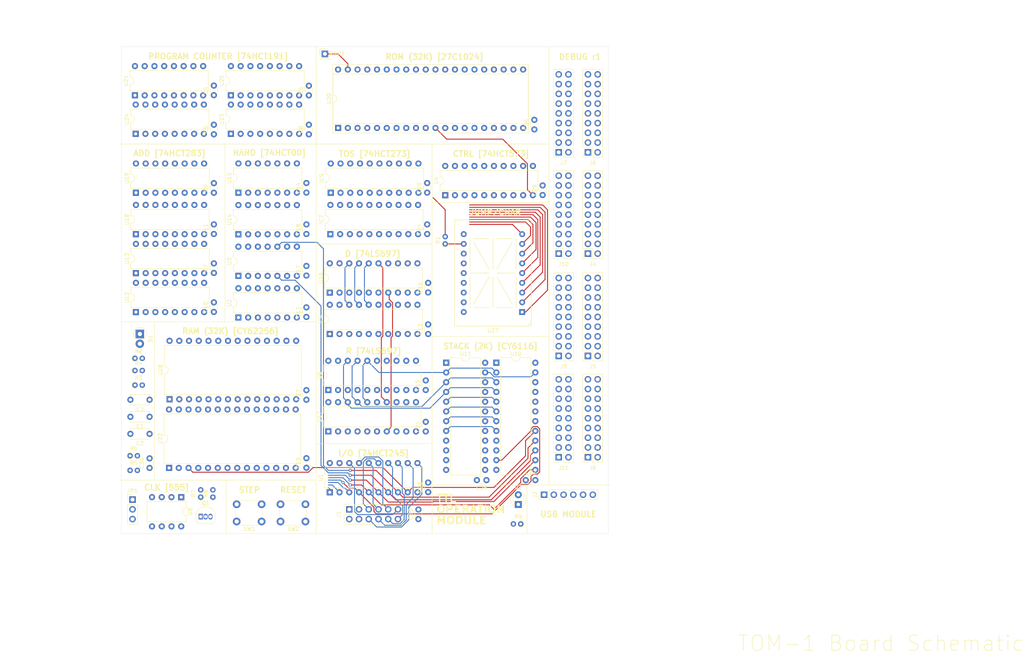
<source format=kicad_pcb>
(kicad_pcb (version 20171130) (host pcbnew "(5.1.6-0-10_14)")
  (layers (0 F.Cu signal) (1 In1.Cu signal hide) (2 In2.Cu signal hide) (31 B.Cu signal) (34 B.Paste user) (35 F.Paste user) (36 B.SilkS user) (37 F.SilkS user) (38 B.Mask user) (39 F.Mask user) (44 Edge.Cuts user))
  (net 0 "")
  (net 1 "Net-(U1-Pad19)")
  (net 2 "Net-(U6-Pad1)")
  (net 3 "Net-(U6-Pad3)")
  (net 4 "Net-(U6-Pad11)")
  (net 5 "Net-(U6-Pad4)")
  (net 6 "Net-(U6-Pad8)")
  (net 7 "Net-(U8-Pad5)")
  (net 8 "Net-(U12-Pad9)")
  (net 9 "Net-(U13-Pad9)")
  (net 10 "Net-(U16-Pad1)")
  (net 11 "Net-(U16-Pad8)")
  (net 12 "Net-(U16-Pad4)")
  (net 13 "Net-(U16-Pad11)")
  (net 14 "Net-(U17-Pad11)")
  (net 15 "Net-(U17-Pad4)")
  (net 16 "Net-(U17-Pad8)")
  (net 17 "Net-(U17-Pad1)")
  (net 18 "Net-(U18-Pad9)")
  (net 19 "Net-(U21-Pad12)")
  (net 20 "Net-(U21-Pad13)")
  (net 21 "Net-(J2-Pad3)")
  (net 22 "Net-(J2-Pad4)")
  (net 23 "Net-(J2-Pad5)")
  (net 24 "Net-(J2-Pad6)")
  (net 25 "Net-(J1-Pad5)")
  (net 26 "Net-(J1-Pad6)")
  (net 27 "Net-(J1-Pad7)")
  (net 28 "Net-(J1-Pad8)")
  (net 29 "Net-(J1-Pad9)")
  (net 30 "Net-(J1-Pad10)")
  (net 31 "Net-(J1-Pad11)")
  (net 32 "Net-(J1-Pad12)")
  (net 33 "Net-(J5-Pad9)")
  (net 34 "Net-(J5-Pad10)")
  (net 35 "Net-(J5-Pad11)")
  (net 36 "Net-(J5-Pad12)")
  (net 37 "Net-(J5-Pad13)")
  (net 38 "Net-(J5-Pad14)")
  (net 39 "Net-(J5-Pad15)")
  (net 40 "Net-(J5-Pad16)")
  (net 41 "Net-(J7-Pad1)")
  (net 42 "Net-(J7-Pad2)")
  (net 43 "Net-(J7-Pad3)")
  (net 44 "Net-(J7-Pad4)")
  (net 45 "Net-(J7-Pad5)")
  (net 46 "Net-(J7-Pad6)")
  (net 47 "Net-(J7-Pad7)")
  (net 48 "Net-(J7-Pad8)")
  (net 49 "Net-(J7-Pad9)")
  (net 50 "Net-(J7-Pad10)")
  (net 51 "Net-(J7-Pad11)")
  (net 52 "Net-(J7-Pad12)")
  (net 53 "Net-(J7-Pad13)")
  (net 54 "Net-(J7-Pad14)")
  (net 55 "Net-(J7-Pad15)")
  (net 56 "Net-(J7-Pad16)")
  (net 57 "Net-(U23-Pad12)")
  (net 58 "Net-(U23-Pad5)")
  (net 59 "Net-(U23-Pad13)")
  (net 60 "Net-(U24-Pad13)")
  (net 61 "Net-(U24-Pad12)")
  (net 62 "Net-(U25-Pad13)")
  (net 63 "Net-(J9-Pad16)")
  (net 64 "Net-(J9-Pad15)")
  (net 65 "Net-(J9-Pad14)")
  (net 66 "Net-(J9-Pad13)")
  (net 67 "Net-(J9-Pad12)")
  (net 68 "Net-(J9-Pad11)")
  (net 69 "Net-(J9-Pad10)")
  (net 70 "Net-(J9-Pad9)")
  (net 71 "Net-(J9-Pad8)")
  (net 72 "Net-(J9-Pad7)")
  (net 73 "Net-(J9-Pad6)")
  (net 74 "Net-(J9-Pad5)")
  (net 75 "Net-(J9-Pad4)")
  (net 76 "Net-(J9-Pad3)")
  (net 77 "Net-(J9-Pad2)")
  (net 78 "Net-(J9-Pad1)")
  (net 79 "Net-(J10-Pad16)")
  (net 80 "Net-(J10-Pad15)")
  (net 81 "Net-(J10-Pad14)")
  (net 82 "Net-(J10-Pad13)")
  (net 83 "Net-(J10-Pad12)")
  (net 84 "Net-(J10-Pad11)")
  (net 85 "Net-(J10-Pad10)")
  (net 86 "Net-(J10-Pad9)")
  (net 87 "Net-(J10-Pad8)")
  (net 88 "Net-(J10-Pad7)")
  (net 89 "Net-(J10-Pad6)")
  (net 90 "Net-(J10-Pad5)")
  (net 91 "Net-(J10-Pad4)")
  (net 92 "Net-(J10-Pad3)")
  (net 93 "Net-(J10-Pad2)")
  (net 94 "Net-(J10-Pad1)")
  (net 95 VCC)
  (net 96 GND)
  (net 97 VPP)
  (net 98 "Net-(U19-Pad9)")
  (net 99 "Net-(U27-Pad12)")
  (net 100 "Net-(J4-Pad16)")
  (net 101 "Net-(J4-Pad15)")
  (net 102 "Net-(J4-Pad14)")
  (net 103 "Net-(J4-Pad13)")
  (net 104 "Net-(J4-Pad12)")
  (net 105 "Net-(J4-Pad11)")
  (net 106 "Net-(J4-Pad10)")
  (net 107 "Net-(J4-Pad9)")
  (net 108 "Net-(J4-Pad8)")
  (net 109 "Net-(J4-Pad7)")
  (net 110 "Net-(J4-Pad6)")
  (net 111 "Net-(J4-Pad5)")
  (net 112 "Net-(J4-Pad4)")
  (net 113 "Net-(J4-Pad3)")
  (net 114 "Net-(J4-Pad2)")
  (net 115 "Net-(J4-Pad1)")
  (net 116 "Net-(U16-Pad14)")
  (net 117 "Net-(R1-Pad1)")
  (net 118 "Net-(C1-Pad2)")
  (net 119 "Net-(C1-Pad1)")
  (net 120 "Net-(C2-Pad1)")
  (net 121 "Net-(J6-Pad16)")
  (net 122 "Net-(J6-Pad15)")
  (net 123 "Net-(J6-Pad14)")
  (net 124 "Net-(J6-Pad13)")
  (net 125 "Net-(J6-Pad12)")
  (net 126 "Net-(J6-Pad11)")
  (net 127 "Net-(J6-Pad10)")
  (net 128 "Net-(J6-Pad9)")
  (net 129 "Net-(J6-Pad8)")
  (net 130 "Net-(J6-Pad7)")
  (net 131 "Net-(J6-Pad6)")
  (net 132 "Net-(J6-Pad5)")
  (net 133 "Net-(J6-Pad4)")
  (net 134 "Net-(J6-Pad3)")
  (net 135 "Net-(J6-Pad2)")
  (net 136 "Net-(J6-Pad1)")
  (net 137 "Net-(U28-Pad26)")
  (net 138 "Net-(U28-Pad25)")
  (net 139 "Net-(U28-Pad24)")
  (net 140 "Net-(U28-Pad10)")
  (net 141 "Net-(U28-Pad23)")
  (net 142 "Net-(U28-Pad9)")
  (net 143 "Net-(U28-Pad8)")
  (net 144 "Net-(U28-Pad21)")
  (net 145 "Net-(U28-Pad7)")
  (net 146 "Net-(U28-Pad6)")
  (net 147 "Net-(U28-Pad5)")
  (net 148 "Net-(U28-Pad4)")
  (net 149 "Net-(U28-Pad3)")
  (net 150 "Net-(U28-Pad2)")
  (net 151 "Net-(U28-Pad1)")
  (net 152 "Net-(J8-Pad16)")
  (net 153 "Net-(J8-Pad15)")
  (net 154 "Net-(J8-Pad14)")
  (net 155 "Net-(J8-Pad13)")
  (net 156 "Net-(J8-Pad12)")
  (net 157 "Net-(J8-Pad11)")
  (net 158 "Net-(J8-Pad10)")
  (net 159 "Net-(J8-Pad9)")
  (net 160 "Net-(J8-Pad8)")
  (net 161 "Net-(J8-Pad7)")
  (net 162 "Net-(J8-Pad6)")
  (net 163 "Net-(J8-Pad5)")
  (net 164 "Net-(J8-Pad4)")
  (net 165 "Net-(J8-Pad3)")
  (net 166 "Net-(J8-Pad2)")
  (net 167 "Net-(J8-Pad1)")
  (net 168 "Net-(J11-Pad16)")
  (net 169 "Net-(J11-Pad15)")
  (net 170 "Net-(J11-Pad14)")
  (net 171 "Net-(J11-Pad13)")
  (net 172 "Net-(J11-Pad12)")
  (net 173 "Net-(J11-Pad11)")
  (net 174 "Net-(J11-Pad10)")
  (net 175 "Net-(J11-Pad9)")
  (net 176 "Net-(J11-Pad8)")
  (net 177 "Net-(J11-Pad7)")
  (net 178 "Net-(J11-Pad6)")
  (net 179 "Net-(J11-Pad5)")
  (net 180 "Net-(J11-Pad4)")
  (net 181 "Net-(J11-Pad3)")
  (net 182 "Net-(J11-Pad2)")
  (net 183 "Net-(J11-Pad1)")
  (net 184 "Net-(U1-Pad1)")
  (net 185 "Net-(U20-Pad38)")
  (net 186 "Net-(JP1-Pad2)")
  (net 187 "Net-(JP1-Pad3)")
  (net 188 "Net-(U16-Pad3)")
  (net 189 "Net-(U17-Pad3)")
  (net 190 "Net-(IC4-Pad1)")
  (net 191 "Net-(IC4-Pad11)")
  (net 192 "Net-(IC4-Pad3)")
  (net 193 "Net-(IC4-Pad4)")
  (net 194 "Net-(IC4-Pad14)")
  (net 195 "Net-(IC4-Pad8)")
  (net 196 GNDREF)
  (net 197 /NAND/nand1)
  (net 198 /NAND/nand3)
  (net 199 /NAND/nand0)
  (net 200 /NAND/nand12)
  (net 201 /NAND/nand5)
  (net 202 /NAND/nand7)
  (net 203 /NAND/nand4)
  (net 204 /NAND/nand6)
  (net 205 /NAND/nand9)
  (net 206 /NAND/nand11)
  (net 207 /NAND/nand8)
  (net 208 /NAND/nand10)
  (net 209 /NAND/nand13)
  (net 210 /NAND/nand15)
  (net 211 /NAND/nand14)
  (net 212 "Net-(J5-Pad8)")
  (net 213 "Net-(J5-Pad7)")
  (net 214 "Net-(J5-Pad6)")
  (net 215 "Net-(J5-Pad5)")
  (net 216 "Net-(J5-Pad4)")
  (net 217 "Net-(J5-Pad3)")
  (net 218 "Net-(J5-Pad2)")
  (net 219 "Net-(J5-Pad1)")
  (net 220 ~Reset)
  (net 221 "Net-(R5-Pad2)")
  (net 222 "/D/R Registers/stack0")
  (net 223 "/D/R Registers/stack4")
  (net 224 "/D/R Registers/stack1")
  (net 225 "/D/R Registers/stack5")
  (net 226 "/D/R Registers/stack2")
  (net 227 "/D/R Registers/stack6")
  (net 228 "/D/R Registers/stack3")
  (net 229 "/D/R Registers/stack7")
  (net 230 "Net-(Q1-Pad2)")
  (net 231 "/JUMP / CHAR/jump0")
  (net 232 /Stack/a8)
  (net 233 /ADD/tos_bus1)
  (net 234 /ADD/stack1)
  (net 235 /ADD/tos_bus3)
  (net 236 /ADD/tos1)
  (net 237 /ADD/stack3)
  (net 238 /ADD/tos_bus0)
  (net 239 /ADD/tos3)
  (net 240 /ADD/tos0)
  (net 241 /ADD/tos_bus2)
  (net 242 /ADD/stack0)
  (net 243 /ADD/tos2)
  (net 244 /ADD/stack2)
  (net 245 /ADD/enable)
  (net 246 /ADD/tos_bus5)
  (net 247 /ADD/stack5)
  (net 248 /ADD/tos_bus7)
  (net 249 /ADD/tos5)
  (net 250 /ADD/stack7)
  (net 251 /ADD/tos_bus4)
  (net 252 /ADD/tos7)
  (net 253 /ADD/tos4)
  (net 254 /ADD/tos_bus6)
  (net 255 /ADD/stack4)
  (net 256 /ADD/tos6)
  (net 257 /ADD/stack6)
  (net 258 /ADD/tos_bus9)
  (net 259 /ADD/stack9)
  (net 260 /ADD/tos_bus11)
  (net 261 /ADD/tos9)
  (net 262 /ADD/stack11)
  (net 263 /ADD/tos_bus8)
  (net 264 /ADD/tos11)
  (net 265 /ADD/tos8)
  (net 266 /ADD/tos_bus10)
  (net 267 /ADD/stack8)
  (net 268 /ADD/tos10)
  (net 269 /ADD/stack10)
  (net 270 /ADD/tos_bus13)
  (net 271 /ADD/stack13)
  (net 272 /ADD/tos_bus15)
  (net 273 /ADD/tos13)
  (net 274 /ADD/stack15)
  (net 275 /ADD/tos_bus12)
  (net 276 /ADD/tos15)
  (net 277 /ADD/tos12)
  (net 278 /ADD/tos_bus14)
  (net 279 /ADD/stack12)
  (net 280 /ADD/tos14)
  (net 281 /ADD/stack14)
  (net 282 /ROM/~output_enable~)
  (net 283 /ROM/~chip_enable~)
  (net 284 "/Program Counter/rom1")
  (net 285 "/Program Counter/rom3")
  (net 286 "/Program Counter/pc1")
  (net 287 "/Program Counter/rom2")
  (net 288 "/Program Counter/pc0")
  (net 289 "/Program Counter/up")
  (net 290 "/Program Counter/pc2")
  (net 291 "/Program Counter/pc3")
  (net 292 "/Program Counter/rom0")
  (net 293 /RAM/~chip_enable~)
  (net 294 /RAM/~output_enable~)
  (net 295 /RAM/~write_enable~)
  (net 296 "/Program Counter/rom12")
  (net 297 "/Program Counter/pc15")
  (net 298 "/Program Counter/pc14")
  (net 299 "/Program Counter/pc12")
  (net 300 "/Program Counter/rom14")
  (net 301 "/Program Counter/pc13")
  (net 302 "/Program Counter/rom15")
  (net 303 "/Program Counter/rom13")
  (net 304 "/Program Counter/rom4")
  (net 305 "/Program Counter/pc7")
  (net 306 "/Program Counter/pc6")
  (net 307 "/Program Counter/pc4")
  (net 308 "/Program Counter/rom6")
  (net 309 "/Program Counter/pc5")
  (net 310 "/Program Counter/rom7")
  (net 311 "/Program Counter/rom5")
  (net 312 "/Program Counter/rom8")
  (net 313 "/Program Counter/pc11")
  (net 314 "/Program Counter/pc10")
  (net 315 "/Program Counter/pc8")
  (net 316 "/Program Counter/rom10")
  (net 317 "/Program Counter/pc9")
  (net 318 "/Program Counter/rom11")
  (net 319 "/Program Counter/rom9")
  (net 320 /RAM/~chip_enable)
  (net 321 "Net-(IC4-Pad2)")
  (net 322 "Net-(IC4-Pad12)")
  (net 323 "Net-(IC4-Pad5)")
  (net 324 "Net-(IC4-Pad15)")
  (net 325 "Net-(IC4-Pad6)")
  (net 326 "/D/R Registers/~d_enable")
  (net 327 "Net-(IC4-Pad9)")
  (net 328 "Net-(U6-Pad9)")
  (net 329 "Net-(U6-Pad6)")
  (net 330 "Net-(U6-Pad15)")
  (net 331 "Net-(U6-Pad5)")
  (net 332 "Net-(U6-Pad12)")
  (net 333 "Net-(U6-Pad2)")
  (net 334 "Net-(U16-Pad2)")
  (net 335 "Net-(U16-Pad12)")
  (net 336 "Net-(U16-Pad5)")
  (net 337 "Net-(U16-Pad15)")
  (net 338 "Net-(U16-Pad6)")
  (net 339 "/D/R Registers/~r_enable")
  (net 340 "Net-(U16-Pad9)")
  (net 341 "Net-(U16-Pad10)")
  (net 342 "Net-(U17-Pad9)")
  (net 343 "Net-(U17-Pad6)")
  (net 344 "Net-(U17-Pad15)")
  (net 345 "Net-(U17-Pad5)")
  (net 346 "Net-(U17-Pad12)")
  (net 347 "Net-(U17-Pad2)")
  (net 348 /Power/Clock/clk)
  (net 349 /NAND/enable)
  (net 350 "Net-(U4-Pad19)")
  (net 351 "Net-(U4-Pad9)")
  (net 352 "Net-(U4-Pad18)")
  (net 353 "Net-(U4-Pad8)")
  (net 354 "Net-(U4-Pad17)")
  (net 355 "Net-(U4-Pad7)")
  (net 356 "Net-(U4-Pad16)")
  (net 357 "Net-(U4-Pad6)")
  (net 358 "Net-(U4-Pad15)")
  (net 359 "Net-(U4-Pad5)")
  (net 360 "Net-(U4-Pad14)")
  (net 361 "Net-(U4-Pad4)")
  (net 362 "Net-(U4-Pad13)")
  (net 363 "Net-(U4-Pad3)")
  (net 364 "Net-(U4-Pad12)")
  (net 365 "Net-(U4-Pad2)")
  (net 366 /Control/output_enable)
  (net 367 "Net-(D2-Pad1)")
  (net 368 "Net-(PGM1-Pad1)")
  (net 369 /TOS/~clock_enable)
  (net 370 /TOS/clk)
  (net 371 /Stack/~write_enable)
  (net 372 /Stack/~output_enable)
  (net 373 /Stack/~chip_select)
  (module Package_DIP:DIP-24_W10.16mm (layer F.Cu) (at 119.38 101.473)
    (fp_text reference U10 (at 5.08 -2.33) (layer F.SilkS))
    (fp_text value 2KB_SRAM)
    (pad 24 thru_hole oval (at 10.16 0) (size 1.6 1.6) (drill 0.8) (layers *.Cu *.Mask) (net 95 VCC))
    (pad 12 thru_hole oval (at 0 27.94) (size 1.6 1.6) (drill 0.8) (layers *.Cu *.Mask) (net 196 GNDREF))
    (pad 23 thru_hole oval (at 10.16 2.54) (size 1.6 1.6) (drill 0.8) (layers *.Cu *.Mask) (net 232 /Stack/a8))
    (pad 11 thru_hole oval (at 0 25.4) (size 1.6 1.6) (drill 0.8) (layers *.Cu *.Mask) (net 244 /ADD/stack2))
    (pad 22 thru_hole oval (at 10.16 5.08) (size 1.6 1.6) (drill 0.8) (layers *.Cu *.Mask) (net 196 GNDREF))
    (pad 10 thru_hole oval (at 0 22.86) (size 1.6 1.6) (drill 0.8) (layers *.Cu *.Mask) (net 234 /ADD/stack1))
    (pad 21 thru_hole oval (at 10.16 7.62) (size 1.6 1.6) (drill 0.8) (layers *.Cu *.Mask) (net 371 /Stack/~write_enable))
    (pad 9 thru_hole oval (at 0 20.32) (size 1.6 1.6) (drill 0.8) (layers *.Cu *.Mask) (net 242 /ADD/stack0))
    (pad 20 thru_hole oval (at 10.16 10.16) (size 1.6 1.6) (drill 0.8) (layers *.Cu *.Mask) (net 372 /Stack/~output_enable))
    (pad 8 thru_hole oval (at 0 17.78) (size 1.6 1.6) (drill 0.8) (layers *.Cu *.Mask) (net 222 "/D/R Registers/stack0"))
    (pad 19 thru_hole oval (at 10.16 12.7) (size 1.6 1.6) (drill 0.8) (layers *.Cu *.Mask) (net 196 GNDREF))
    (pad 7 thru_hole oval (at 0 15.24) (size 1.6 1.6) (drill 0.8) (layers *.Cu *.Mask) (net 224 "/D/R Registers/stack1"))
    (pad 18 thru_hole oval (at 10.16 15.24) (size 1.6 1.6) (drill 0.8) (layers *.Cu *.Mask) (net 373 /Stack/~chip_select))
    (pad 6 thru_hole oval (at 0 12.7) (size 1.6 1.6) (drill 0.8) (layers *.Cu *.Mask) (net 226 "/D/R Registers/stack2"))
    (pad 17 thru_hole oval (at 10.16 17.78) (size 1.6 1.6) (drill 0.8) (layers *.Cu *.Mask) (net 250 /ADD/stack7))
    (pad 5 thru_hole oval (at 0 10.16) (size 1.6 1.6) (drill 0.8) (layers *.Cu *.Mask) (net 228 "/D/R Registers/stack3"))
    (pad 16 thru_hole oval (at 10.16 20.32) (size 1.6 1.6) (drill 0.8) (layers *.Cu *.Mask) (net 257 /ADD/stack6))
    (pad 4 thru_hole oval (at 0 7.62) (size 1.6 1.6) (drill 0.8) (layers *.Cu *.Mask) (net 223 "/D/R Registers/stack4"))
    (pad 15 thru_hole oval (at 10.16 22.86) (size 1.6 1.6) (drill 0.8) (layers *.Cu *.Mask) (net 247 /ADD/stack5))
    (pad 3 thru_hole oval (at 0 5.08) (size 1.6 1.6) (drill 0.8) (layers *.Cu *.Mask) (net 225 "/D/R Registers/stack5"))
    (pad 14 thru_hole oval (at 10.16 25.4) (size 1.6 1.6) (drill 0.8) (layers *.Cu *.Mask) (net 255 /ADD/stack4))
    (pad 2 thru_hole oval (at 0 2.54) (size 1.6 1.6) (drill 0.8) (layers *.Cu *.Mask) (net 227 "/D/R Registers/stack6"))
    (pad 13 thru_hole oval (at 10.16 27.94) (size 1.6 1.6) (drill 0.8) (layers *.Cu *.Mask) (net 237 /ADD/stack3))
    (pad 1 thru_hole rect (at 0 0) (size 1.6 1.6) (drill 0.8) (layers *.Cu *.Mask) (net 229 "/D/R Registers/stack7"))
  )
  (module Resistor_THT:R_Axial_DIN0204_L3.6mm_D1.6mm_P1.90mm_Vertical (layer F.Cu) (at 125.73 143.51 180)
    (fp_text reference R9 (at 0.635 1.905) (layer F.SilkS))
    (fp_text value R)
    (pad 2 thru_hole oval (at 1.9 0 180) (size 1.4 1.4) (drill 0.7) (layers *.Cu *.Mask) (net 196 GNDREF))
    (pad 1 thru_hole circle (at 0 0 180) (size 1.4 1.4) (drill 0.7) (layers *.Cu *.Mask) (net 367 "Net-(D2-Pad1)"))
  )
  (module LED_THT:LED_D3.0mm (layer F.Cu) (at 125.095 138.43 90)
    (fp_text reference D2 (at 4.445 0) (layer F.SilkS))
    (fp_text value LED)
    (pad 2 thru_hole circle (at 2.54 0 90) (size 1.8 1.8) (drill 0.9) (layers *.Cu *.Mask) (net 95 VCC))
    (pad 1 thru_hole rect (at 0 0 90) (size 1.8 1.8) (drill 0.9) (layers *.Cu *.Mask) (net 367 "Net-(D2-Pad1)"))
  )
  (module Package_DIP:DIP-20_W7.62mm (layer F.Cu) (at 106.045 57.785 90)
    (fp_text reference U4 (at 3.81 -2.33 90) (layer F.SilkS))
    (fp_text value 74LS573)
    (pad 20 thru_hole oval (at 7.62 0 90) (size 1.6 1.6) (drill 0.8) (layers *.Cu *.Mask) (net 95 VCC))
    (pad 10 thru_hole oval (at 0 22.86 90) (size 1.6 1.6) (drill 0.8) (layers *.Cu *.Mask) (net 96 GND))
    (pad 19 thru_hole oval (at 7.62 2.54 90) (size 1.6 1.6) (drill 0.8) (layers *.Cu *.Mask) (net 350 "Net-(U4-Pad19)"))
    (pad 9 thru_hole oval (at 0 20.32 90) (size 1.6 1.6) (drill 0.8) (layers *.Cu *.Mask) (net 351 "Net-(U4-Pad9)"))
    (pad 18 thru_hole oval (at 7.62 5.08 90) (size 1.6 1.6) (drill 0.8) (layers *.Cu *.Mask) (net 352 "Net-(U4-Pad18)"))
    (pad 8 thru_hole oval (at 0 17.78 90) (size 1.6 1.6) (drill 0.8) (layers *.Cu *.Mask) (net 353 "Net-(U4-Pad8)"))
    (pad 17 thru_hole oval (at 7.62 7.62 90) (size 1.6 1.6) (drill 0.8) (layers *.Cu *.Mask) (net 354 "Net-(U4-Pad17)"))
    (pad 7 thru_hole oval (at 0 15.24 90) (size 1.6 1.6) (drill 0.8) (layers *.Cu *.Mask) (net 355 "Net-(U4-Pad7)"))
    (pad 16 thru_hole oval (at 7.62 10.16 90) (size 1.6 1.6) (drill 0.8) (layers *.Cu *.Mask) (net 356 "Net-(U4-Pad16)"))
    (pad 6 thru_hole oval (at 0 12.7 90) (size 1.6 1.6) (drill 0.8) (layers *.Cu *.Mask) (net 357 "Net-(U4-Pad6)"))
    (pad 15 thru_hole oval (at 7.62 12.7 90) (size 1.6 1.6) (drill 0.8) (layers *.Cu *.Mask) (net 358 "Net-(U4-Pad15)"))
    (pad 5 thru_hole oval (at 0 10.16 90) (size 1.6 1.6) (drill 0.8) (layers *.Cu *.Mask) (net 359 "Net-(U4-Pad5)"))
    (pad 14 thru_hole oval (at 7.62 15.24 90) (size 1.6 1.6) (drill 0.8) (layers *.Cu *.Mask) (net 360 "Net-(U4-Pad14)"))
    (pad 4 thru_hole oval (at 0 7.62 90) (size 1.6 1.6) (drill 0.8) (layers *.Cu *.Mask) (net 361 "Net-(U4-Pad4)"))
    (pad 13 thru_hole oval (at 7.62 17.78 90) (size 1.6 1.6) (drill 0.8) (layers *.Cu *.Mask) (net 362 "Net-(U4-Pad13)"))
    (pad 3 thru_hole oval (at 0 5.08 90) (size 1.6 1.6) (drill 0.8) (layers *.Cu *.Mask) (net 363 "Net-(U4-Pad3)"))
    (pad 12 thru_hole oval (at 7.62 20.32 90) (size 1.6 1.6) (drill 0.8) (layers *.Cu *.Mask) (net 364 "Net-(U4-Pad12)"))
    (pad 2 thru_hole oval (at 0 2.54 90) (size 1.6 1.6) (drill 0.8) (layers *.Cu *.Mask) (net 365 "Net-(U4-Pad2)"))
    (pad 11 thru_hole oval (at 7.62 22.86 90) (size 1.6 1.6) (drill 0.8) (layers *.Cu *.Mask) (net 370 /TOS/clk))
    (pad 1 thru_hole rect (at 0 0 90) (size 1.6 1.6) (drill 0.8) (layers *.Cu *.Mask) (net 366 /Control/output_enable))
  )
  (module Button_Switch_THT:SW_PUSH_6mm (layer F.Cu) (at 58.166 142.875 180)
    (fp_text reference SW1 (at 3.175 -1.905) (layer F.SilkS))
    (fp_text value SW_PUSH)
    (pad 1 thru_hole circle (at 6.5 0 270) (size 2 2) (drill 1.1) (layers *.Cu *.Mask) (net 196 GNDREF))
    (pad 2 thru_hole circle (at 6.5 4.5 270) (size 2 2) (drill 1.1) (layers *.Cu *.Mask) (net 221 "Net-(R5-Pad2)"))
    (pad 1 thru_hole circle (at 0 0 270) (size 2 2) (drill 1.1) (layers *.Cu *.Mask) (net 196 GNDREF))
    (pad 2 thru_hole circle (at 0 4.5 270) (size 2 2) (drill 1.1) (layers *.Cu *.Mask) (net 221 "Net-(R5-Pad2)"))
  )
  (module Resistor_THT:R_Axial_DIN0204_L3.6mm_D1.6mm_P1.90mm_Vertical (layer F.Cu) (at 23.876 125.73)
    (fp_text reference R6 (at 0.95 -1.92) (layer F.SilkS))
    (fp_text value 20K)
    (pad 2 thru_hole oval (at 1.9 0) (size 1.4 1.4) (drill 0.7) (layers *.Cu *.Mask) (net 220 ~Reset))
    (pad 1 thru_hole circle (at 0 0) (size 1.4 1.4) (drill 0.7) (layers *.Cu *.Mask) (net 95 VCC))
  )
  (module Resistor_THT:R_Axial_DIN0204_L3.6mm_D1.6mm_P1.90mm_Vertical (layer F.Cu) (at 23.876 129.54)
    (fp_text reference R5 (at 0.95 -1.92) (layer F.SilkS))
    (fp_text value 1K)
    (pad 2 thru_hole oval (at 1.9 0) (size 1.4 1.4) (drill 0.7) (layers *.Cu *.Mask) (net 221 "Net-(R5-Pad2)"))
    (pad 1 thru_hole circle (at 0 0) (size 1.4 1.4) (drill 0.7) (layers *.Cu *.Mask) (net 220 ~Reset))
  )
  (module Connector_PinHeader_2.54mm:PinHeader_1x06_P2.54mm_Vertical (layer F.Cu) (at 131.826 135.89 90)
    (fp_text reference J2 (at 0 -2.33 90) (layer F.SilkS))
    (fp_text value "USB Module")
    (pad 6 thru_hole oval (at 0 12.7 90) (size 1.7 1.7) (drill 1) (layers *.Cu *.Mask) (net 24 "Net-(J2-Pad6)"))
    (pad 5 thru_hole oval (at 0 10.16 90) (size 1.7 1.7) (drill 1) (layers *.Cu *.Mask) (net 23 "Net-(J2-Pad5)"))
    (pad 4 thru_hole oval (at 0 7.62 90) (size 1.7 1.7) (drill 1) (layers *.Cu *.Mask) (net 22 "Net-(J2-Pad4)"))
    (pad 3 thru_hole oval (at 0 5.08 90) (size 1.7 1.7) (drill 1) (layers *.Cu *.Mask) (net 21 "Net-(J2-Pad3)"))
    (pad 2 thru_hole oval (at 0 2.54 90) (size 1.7 1.7) (drill 1) (layers *.Cu *.Mask) (net 196 GNDREF))
    (pad 1 thru_hole rect (at 0 0 90) (size 1.7 1.7) (drill 1) (layers *.Cu *.Mask) (net 95 VCC))
  )
  (module Capacitor_THT:C_Disc_D3.0mm_W1.6mm_P2.50mm (layer F.Cu) (at 131.445 57.745 90)
    (fp_text reference C29 (at 1.25 -2.05 90) (layer F.SilkS))
    (fp_text value C)
    (pad 2 thru_hole circle (at 2.5 0 90) (size 1.6 1.6) (drill 0.8) (layers *.Cu *.Mask) (net 196 GNDREF))
    (pad 1 thru_hole circle (at 0 0 90) (size 1.6 1.6) (drill 0.8) (layers *.Cu *.Mask) (net 95 VCC))
  )
  (module Capacitor_THT:C_Disc_D3.0mm_W1.6mm_P2.50mm (layer F.Cu) (at 101.6 135.215 90)
    (fp_text reference C28 (at 1.25 -2.05 90) (layer F.SilkS))
    (fp_text value C)
    (pad 2 thru_hole circle (at 2.5 0 90) (size 1.6 1.6) (drill 0.8) (layers *.Cu *.Mask) (net 196 GNDREF))
    (pad 1 thru_hole circle (at 0 0 90) (size 1.6 1.6) (drill 0.8) (layers *.Cu *.Mask) (net 95 VCC))
  )
  (module Capacitor_THT:C_Disc_D3.0mm_W1.6mm_P2.50mm (layer F.Cu) (at 69.85 111.125 90)
    (fp_text reference C27 (at 1.25 -2.05 90) (layer F.SilkS))
    (fp_text value C)
    (pad 2 thru_hole circle (at 2.5 0 90) (size 1.6 1.6) (drill 0.8) (layers *.Cu *.Mask) (net 196 GNDREF))
    (pad 1 thru_hole circle (at 0 0 90) (size 1.6 1.6) (drill 0.8) (layers *.Cu *.Mask) (net 95 VCC))
  )
  (module Capacitor_THT:C_Disc_D3.0mm_W1.6mm_P2.50mm (layer F.Cu) (at 129.286 40.64 90)
    (fp_text reference C26 (at 1.25 -2.05 90) (layer F.SilkS))
    (fp_text value C)
    (pad 2 thru_hole circle (at 2.5 0 90) (size 1.6 1.6) (drill 0.8) (layers *.Cu *.Mask) (net 196 GNDREF))
    (pad 1 thru_hole circle (at 0 0 90) (size 1.6 1.6) (drill 0.8) (layers *.Cu *.Mask) (net 95 VCC))
  )
  (module Capacitor_THT:C_Disc_D3.0mm_W1.6mm_P2.50mm (layer F.Cu) (at 116.8 132.08 180)
    (fp_text reference C25 (at 1.25 -2.05) (layer F.SilkS))
    (fp_text value C)
    (pad 2 thru_hole circle (at 2.5 0 180) (size 1.6 1.6) (drill 0.8) (layers *.Cu *.Mask) (net 196 GNDREF))
    (pad 1 thru_hole circle (at 0 0 180) (size 1.6 1.6) (drill 0.8) (layers *.Cu *.Mask) (net 95 VCC))
  )
  (module Capacitor_THT:C_Disc_D3.0mm_W1.6mm_P2.50mm (layer F.Cu) (at 101.346 67.905 90)
    (fp_text reference C24 (at 1.25 -2.05 90) (layer F.SilkS))
    (fp_text value C)
    (pad 2 thru_hole circle (at 2.5 0 90) (size 1.6 1.6) (drill 0.8) (layers *.Cu *.Mask) (net 196 GNDREF))
    (pad 1 thru_hole circle (at 0 0 90) (size 1.6 1.6) (drill 0.8) (layers *.Cu *.Mask) (net 95 VCC))
  )
  (module Capacitor_THT:C_Disc_D3.0mm_W1.6mm_P2.50mm (layer F.Cu) (at 99.06 142.24 90)
    (fp_text reference C23 (at 1.25 -2.05 90) (layer F.SilkS))
    (fp_text value C)
    (pad 2 thru_hole circle (at 2.5 0 90) (size 1.6 1.6) (drill 0.8) (layers *.Cu *.Mask) (net 196 GNDREF))
    (pad 1 thru_hole circle (at 0 0 90) (size 1.6 1.6) (drill 0.8) (layers *.Cu *.Mask) (net 95 VCC))
  )
  (module Capacitor_THT:C_Disc_D3.0mm_W1.6mm_P2.50mm (layer F.Cu) (at 127.04 132.08)
    (fp_text reference C22 (at 1.25 -2.05) (layer F.SilkS))
    (fp_text value C)
    (pad 2 thru_hole circle (at 2.5 0) (size 1.6 1.6) (drill 0.8) (layers *.Cu *.Mask) (net 196 GNDREF))
    (pad 1 thru_hole circle (at 0 0) (size 1.6 1.6) (drill 0.8) (layers *.Cu *.Mask) (net 95 VCC))
  )
  (module Capacitor_THT:C_Disc_D3.0mm_W1.6mm_P2.50mm (layer F.Cu) (at 100.965 119.38 90)
    (fp_text reference C21 (at 1.25 -2.05 90) (layer F.SilkS))
    (fp_text value C)
    (pad 2 thru_hole circle (at 2.5 0 90) (size 1.6 1.6) (drill 0.8) (layers *.Cu *.Mask) (net 196 GNDREF))
    (pad 1 thru_hole circle (at 0 0 90) (size 1.6 1.6) (drill 0.8) (layers *.Cu *.Mask) (net 95 VCC))
  )
  (module Capacitor_THT:C_Disc_D3.0mm_W1.6mm_P2.50mm (layer F.Cu) (at 101.346 57.11 90)
    (fp_text reference C20 (at 1.25 -2.05 90) (layer F.SilkS))
    (fp_text value C)
    (pad 2 thru_hole circle (at 2.5 0 90) (size 1.6 1.6) (drill 0.8) (layers *.Cu *.Mask) (net 196 GNDREF))
    (pad 1 thru_hole circle (at 0 0 90) (size 1.6 1.6) (drill 0.8) (layers *.Cu *.Mask) (net 95 VCC))
  )
  (module Capacitor_THT:C_Disc_D3.0mm_W1.6mm_P2.50mm (layer F.Cu) (at 69.85 128.865 90)
    (fp_text reference C19 (at 1.25 -2.05 90) (layer F.SilkS))
    (fp_text value C)
    (pad 2 thru_hole circle (at 2.5 0 90) (size 1.6 1.6) (drill 0.8) (layers *.Cu *.Mask) (net 196 GNDREF))
    (pad 1 thru_hole circle (at 0 0 90) (size 1.6 1.6) (drill 0.8) (layers *.Cu *.Mask) (net 95 VCC))
  )
  (module Capacitor_THT:C_Disc_D3.0mm_W1.6mm_P2.50mm (layer F.Cu) (at 69.85 67.905 90)
    (fp_text reference C18 (at 1.25 -2.05 90) (layer F.SilkS))
    (fp_text value C)
    (pad 2 thru_hole circle (at 2.5 0 90) (size 1.6 1.6) (drill 0.8) (layers *.Cu *.Mask) (net 196 GNDREF))
    (pad 1 thru_hole circle (at 0 0 90) (size 1.6 1.6) (drill 0.8) (layers *.Cu *.Mask) (net 95 VCC))
  )
  (module Capacitor_THT:C_Disc_D3.0mm_W1.6mm_P2.50mm (layer F.Cu) (at 69.85 78.74 90)
    (fp_text reference C17 (at 1.25 -2.05 90) (layer F.SilkS))
    (fp_text value C)
    (pad 2 thru_hole circle (at 2.5 0 90) (size 1.6 1.6) (drill 0.8) (layers *.Cu *.Mask) (net 196 GNDREF))
    (pad 1 thru_hole circle (at 0 0 90) (size 1.6 1.6) (drill 0.8) (layers *.Cu *.Mask) (net 95 VCC))
  )
  (module Capacitor_THT:C_Disc_D3.0mm_W1.6mm_P2.50mm (layer F.Cu) (at 101.6 83.145 90)
    (fp_text reference C16 (at 1.25 -2.05 90) (layer F.SilkS))
    (fp_text value C)
    (pad 2 thru_hole circle (at 2.5 0 90) (size 1.6 1.6) (drill 0.8) (layers *.Cu *.Mask) (net 196 GNDREF))
    (pad 1 thru_hole circle (at 0 0 90) (size 1.6 1.6) (drill 0.8) (layers *.Cu *.Mask) (net 95 VCC))
  )
  (module Capacitor_THT:C_Disc_D3.0mm_W1.6mm_P2.50mm (layer F.Cu) (at 100.965 108.585 90)
    (fp_text reference C15 (at 1.25 -2.05 90) (layer F.SilkS))
    (fp_text value C)
    (pad 2 thru_hole circle (at 2.5 0 90) (size 1.6 1.6) (drill 0.8) (layers *.Cu *.Mask) (net 196 GNDREF))
    (pad 1 thru_hole circle (at 0 0 90) (size 1.6 1.6) (drill 0.8) (layers *.Cu *.Mask) (net 95 VCC))
  )
  (module Capacitor_THT:C_Disc_D3.0mm_W1.6mm_P2.50mm (layer F.Cu) (at 69.85 57.11 90)
    (fp_text reference C14 (at 1.25 -2.05 90) (layer F.SilkS))
    (fp_text value C)
    (pad 2 thru_hole circle (at 2.5 0 90) (size 1.6 1.6) (drill 0.8) (layers *.Cu *.Mask) (net 196 GNDREF))
    (pad 1 thru_hole circle (at 0 0 90) (size 1.6 1.6) (drill 0.8) (layers *.Cu *.Mask) (net 95 VCC))
  )
  (module Capacitor_THT:C_Disc_D3.0mm_W1.6mm_P2.50mm (layer F.Cu) (at 101.6 93.98 90)
    (fp_text reference C13 (at 1.25 -2.05 90) (layer F.SilkS))
    (fp_text value C)
    (pad 2 thru_hole circle (at 2.5 0 90) (size 1.6 1.6) (drill 0.8) (layers *.Cu *.Mask) (net 196 GNDREF))
    (pad 1 thru_hole circle (at 0 0 90) (size 1.6 1.6) (drill 0.8) (layers *.Cu *.Mask) (net 95 VCC))
  )
  (module Capacitor_THT:C_Disc_D3.0mm_W1.6mm_P2.50mm (layer F.Cu) (at 69.85 89.535 90)
    (fp_text reference C12 (at 1.25 -2.05 90) (layer F.SilkS))
    (fp_text value C)
    (pad 2 thru_hole circle (at 2.5 0 90) (size 1.6 1.6) (drill 0.8) (layers *.Cu *.Mask) (net 196 GNDREF))
    (pad 1 thru_hole circle (at 0 0 90) (size 1.6 1.6) (drill 0.8) (layers *.Cu *.Mask) (net 95 VCC))
  )
  (module Capacitor_THT:C_Disc_D3.0mm_W1.6mm_P2.50mm (layer F.Cu) (at 45.72 67.905 90)
    (fp_text reference C11 (at 1.25 -2.05 90) (layer F.SilkS))
    (fp_text value C)
    (pad 2 thru_hole circle (at 2.5 0 90) (size 1.6 1.6) (drill 0.8) (layers *.Cu *.Mask) (net 196 GNDREF))
    (pad 1 thru_hole circle (at 0 0 90) (size 1.6 1.6) (drill 0.8) (layers *.Cu *.Mask) (net 95 VCC))
  )
  (module Capacitor_THT:C_Disc_D3.0mm_W1.6mm_P2.50mm (layer F.Cu) (at 45.72 88.225 90)
    (fp_text reference C10 (at 1.25 -2.05 90) (layer F.SilkS))
    (fp_text value C)
    (pad 2 thru_hole circle (at 2.5 0 90) (size 1.6 1.6) (drill 0.8) (layers *.Cu *.Mask) (net 196 GNDREF))
    (pad 1 thru_hole circle (at 0 0 90) (size 1.6 1.6) (drill 0.8) (layers *.Cu *.Mask) (net 95 VCC))
  )
  (module Capacitor_THT:C_Disc_D3.0mm_W1.6mm_P2.50mm (layer F.Cu) (at 45.72 57.15 90)
    (fp_text reference C9 (at 1.25 -2.05 90) (layer F.SilkS))
    (fp_text value C)
    (pad 2 thru_hole circle (at 2.5 0 90) (size 1.6 1.6) (drill 0.8) (layers *.Cu *.Mask) (net 196 GNDREF))
    (pad 1 thru_hole circle (at 0 0 90) (size 1.6 1.6) (drill 0.8) (layers *.Cu *.Mask) (net 95 VCC))
  )
  (module Capacitor_THT:C_Disc_D3.0mm_W1.6mm_P2.50mm (layer F.Cu) (at 70.485 41.91 90)
    (fp_text reference C8 (at 1.25 -2.05 90) (layer F.SilkS))
    (fp_text value C)
    (pad 2 thru_hole circle (at 2.5 0 90) (size 1.6 1.6) (drill 0.8) (layers *.Cu *.Mask) (net 95 VCC))
    (pad 1 thru_hole circle (at 0 0 90) (size 1.6 1.6) (drill 0.8) (layers *.Cu *.Mask) (net 196 GNDREF))
  )
  (module Capacitor_THT:C_Disc_D3.0mm_W1.6mm_P2.50mm (layer F.Cu) (at 45.72 78.065 90)
    (fp_text reference C7 (at 1.25 -2.05 90) (layer F.SilkS))
    (fp_text value C)
    (pad 2 thru_hole circle (at 2.5 0 90) (size 1.6 1.6) (drill 0.8) (layers *.Cu *.Mask) (net 95 VCC))
    (pad 1 thru_hole circle (at 0 0 90) (size 1.6 1.6) (drill 0.8) (layers *.Cu *.Mask) (net 196 GNDREF))
  )
  (module Capacitor_THT:C_Disc_D3.0mm_W1.6mm_P2.50mm (layer F.Cu) (at 70.485 31.75 90)
    (fp_text reference C6 (at 1.25 -2.05 90) (layer F.SilkS))
    (fp_text value C)
    (pad 2 thru_hole circle (at 2.5 0 90) (size 1.6 1.6) (drill 0.8) (layers *.Cu *.Mask) (net 95 VCC))
    (pad 1 thru_hole circle (at 0 0 90) (size 1.6 1.6) (drill 0.8) (layers *.Cu *.Mask) (net 196 GNDREF))
  )
  (module Capacitor_THT:C_Disc_D3.0mm_W1.6mm_P2.50mm (layer F.Cu) (at 45.72 41.91 90)
    (fp_text reference C5 (at 1.25 -2.05 90) (layer F.SilkS))
    (fp_text value C)
    (pad 2 thru_hole circle (at 2.5 0 90) (size 1.6 1.6) (drill 0.8) (layers *.Cu *.Mask) (net 95 VCC))
    (pad 1 thru_hole circle (at 0 0 90) (size 1.6 1.6) (drill 0.8) (layers *.Cu *.Mask) (net 196 GNDREF))
  )
  (module Capacitor_THT:C_Disc_D3.0mm_W1.6mm_P2.50mm (layer F.Cu) (at 45.72 31.71 90)
    (fp_text reference C4 (at 1.25 -2.05 90) (layer F.SilkS))
    (fp_text value C)
    (pad 2 thru_hole circle (at 2.5 0 90) (size 1.6 1.6) (drill 0.8) (layers *.Cu *.Mask) (net 196 GNDREF))
    (pad 1 thru_hole circle (at 0 0 90) (size 1.6 1.6) (drill 0.8) (layers *.Cu *.Mask) (net 95 VCC))
  )
  (module Package_DIP:DIP-20_W7.62mm (layer F.Cu) (at 75.946 135.255 90)
    (fp_text reference U1 (at 3.81 -2.33 90) (layer F.SilkS))
    (fp_text value 74LS245)
    (pad 20 thru_hole oval (at 7.62 0 90) (size 1.6 1.6) (drill 0.8) (layers *.Cu *.Mask) (net 95 VCC))
    (pad 10 thru_hole oval (at 0 22.86 90) (size 1.6 1.6) (drill 0.8) (layers *.Cu *.Mask) (net 196 GNDREF))
    (pad 19 thru_hole oval (at 7.62 2.54 90) (size 1.6 1.6) (drill 0.8) (layers *.Cu *.Mask) (net 1 "Net-(U1-Pad19)"))
    (pad 9 thru_hole oval (at 0 20.32 90) (size 1.6 1.6) (drill 0.8) (layers *.Cu *.Mask) (net 250 /ADD/stack7))
    (pad 18 thru_hole oval (at 7.62 5.08 90) (size 1.6 1.6) (drill 0.8) (layers *.Cu *.Mask) (net 31 "Net-(J1-Pad11)"))
    (pad 8 thru_hole oval (at 0 17.78 90) (size 1.6 1.6) (drill 0.8) (layers *.Cu *.Mask) (net 257 /ADD/stack6))
    (pad 17 thru_hole oval (at 7.62 7.62 90) (size 1.6 1.6) (drill 0.8) (layers *.Cu *.Mask) (net 29 "Net-(J1-Pad9)"))
    (pad 7 thru_hole oval (at 0 15.24 90) (size 1.6 1.6) (drill 0.8) (layers *.Cu *.Mask) (net 247 /ADD/stack5))
    (pad 16 thru_hole oval (at 7.62 10.16 90) (size 1.6 1.6) (drill 0.8) (layers *.Cu *.Mask) (net 27 "Net-(J1-Pad7)"))
    (pad 6 thru_hole oval (at 0 12.7 90) (size 1.6 1.6) (drill 0.8) (layers *.Cu *.Mask) (net 255 /ADD/stack4))
    (pad 15 thru_hole oval (at 7.62 12.7 90) (size 1.6 1.6) (drill 0.8) (layers *.Cu *.Mask) (net 25 "Net-(J1-Pad5)"))
    (pad 5 thru_hole oval (at 0 10.16 90) (size 1.6 1.6) (drill 0.8) (layers *.Cu *.Mask) (net 237 /ADD/stack3))
    (pad 14 thru_hole oval (at 7.62 15.24 90) (size 1.6 1.6) (drill 0.8) (layers *.Cu *.Mask) (net 32 "Net-(J1-Pad12)"))
    (pad 4 thru_hole oval (at 0 7.62 90) (size 1.6 1.6) (drill 0.8) (layers *.Cu *.Mask) (net 244 /ADD/stack2))
    (pad 13 thru_hole oval (at 7.62 17.78 90) (size 1.6 1.6) (drill 0.8) (layers *.Cu *.Mask) (net 30 "Net-(J1-Pad10)"))
    (pad 3 thru_hole oval (at 0 5.08 90) (size 1.6 1.6) (drill 0.8) (layers *.Cu *.Mask) (net 234 /ADD/stack1))
    (pad 12 thru_hole oval (at 7.62 20.32 90) (size 1.6 1.6) (drill 0.8) (layers *.Cu *.Mask) (net 28 "Net-(J1-Pad8)"))
    (pad 2 thru_hole oval (at 0 2.54 90) (size 1.6 1.6) (drill 0.8) (layers *.Cu *.Mask) (net 242 /ADD/stack0))
    (pad 11 thru_hole oval (at 7.62 22.86 90) (size 1.6 1.6) (drill 0.8) (layers *.Cu *.Mask) (net 26 "Net-(J1-Pad6)"))
    (pad 1 thru_hole rect (at 0 0 90) (size 1.6 1.6) (drill 0.8) (layers *.Cu *.Mask) (net 184 "Net-(U1-Pad1)"))
  )
  (module Package_DIP:DIP-40_W15.24mm_Socket (layer F.Cu) (at 78.105 40.259 90)
    (fp_text reference U20 (at 7.62 -2.33 90) (layer F.SilkS))
    (fp_text value 27C1024)
    (pad 40 thru_hole oval (at 15.24 0 90) (size 1.6 1.6) (drill 0.8) (layers *.Cu *.Mask) (net 95 VCC))
    (pad 20 thru_hole oval (at 0 48.26 90) (size 1.6 1.6) (drill 0.8) (layers *.Cu *.Mask) (net 282 /ROM/~output_enable~))
    (pad 39 thru_hole oval (at 15.24 2.54 90) (size 1.6 1.6) (drill 0.8) (layers *.Cu *.Mask) (net 368 "Net-(PGM1-Pad1)"))
    (pad 19 thru_hole oval (at 0 45.72 90) (size 1.6 1.6) (drill 0.8) (layers *.Cu *.Mask) (net 292 "/Program Counter/rom0"))
    (pad 38 thru_hole oval (at 15.24 5.08 90) (size 1.6 1.6) (drill 0.8) (layers *.Cu *.Mask) (net 185 "Net-(U20-Pad38)"))
    (pad 18 thru_hole oval (at 0 43.18 90) (size 1.6 1.6) (drill 0.8) (layers *.Cu *.Mask) (net 284 "/Program Counter/rom1"))
    (pad 37 thru_hole oval (at 15.24 7.62 90) (size 1.6 1.6) (drill 0.8) (layers *.Cu *.Mask) (net 297 "/Program Counter/pc15"))
    (pad 17 thru_hole oval (at 0 40.64 90) (size 1.6 1.6) (drill 0.8) (layers *.Cu *.Mask) (net 287 "/Program Counter/rom2"))
    (pad 36 thru_hole oval (at 15.24 10.16 90) (size 1.6 1.6) (drill 0.8) (layers *.Cu *.Mask) (net 298 "/Program Counter/pc14"))
    (pad 16 thru_hole oval (at 0 38.1 90) (size 1.6 1.6) (drill 0.8) (layers *.Cu *.Mask) (net 285 "/Program Counter/rom3"))
    (pad 35 thru_hole oval (at 15.24 12.7 90) (size 1.6 1.6) (drill 0.8) (layers *.Cu *.Mask) (net 301 "/Program Counter/pc13"))
    (pad 15 thru_hole oval (at 0 35.56 90) (size 1.6 1.6) (drill 0.8) (layers *.Cu *.Mask) (net 304 "/Program Counter/rom4"))
    (pad 34 thru_hole oval (at 15.24 15.24 90) (size 1.6 1.6) (drill 0.8) (layers *.Cu *.Mask) (net 299 "/Program Counter/pc12"))
    (pad 14 thru_hole oval (at 0 33.02 90) (size 1.6 1.6) (drill 0.8) (layers *.Cu *.Mask) (net 311 "/Program Counter/rom5"))
    (pad 33 thru_hole oval (at 15.24 17.78 90) (size 1.6 1.6) (drill 0.8) (layers *.Cu *.Mask) (net 313 "/Program Counter/pc11"))
    (pad 13 thru_hole oval (at 0 30.48 90) (size 1.6 1.6) (drill 0.8) (layers *.Cu *.Mask) (net 308 "/Program Counter/rom6"))
    (pad 32 thru_hole oval (at 15.24 20.32 90) (size 1.6 1.6) (drill 0.8) (layers *.Cu *.Mask) (net 314 "/Program Counter/pc10"))
    (pad 12 thru_hole oval (at 0 27.94 90) (size 1.6 1.6) (drill 0.8) (layers *.Cu *.Mask) (net 310 "/Program Counter/rom7"))
    (pad 31 thru_hole oval (at 15.24 22.86 90) (size 1.6 1.6) (drill 0.8) (layers *.Cu *.Mask) (net 317 "/Program Counter/pc9"))
    (pad 11 thru_hole oval (at 0 25.4 90) (size 1.6 1.6) (drill 0.8) (layers *.Cu *.Mask) (net 96 GND))
    (pad 30 thru_hole oval (at 15.24 25.4 90) (size 1.6 1.6) (drill 0.8) (layers *.Cu *.Mask) (net 96 GND))
    (pad 10 thru_hole oval (at 0 22.86 90) (size 1.6 1.6) (drill 0.8) (layers *.Cu *.Mask) (net 312 "/Program Counter/rom8"))
    (pad 29 thru_hole oval (at 15.24 27.94 90) (size 1.6 1.6) (drill 0.8) (layers *.Cu *.Mask) (net 315 "/Program Counter/pc8"))
    (pad 9 thru_hole oval (at 0 20.32 90) (size 1.6 1.6) (drill 0.8) (layers *.Cu *.Mask) (net 319 "/Program Counter/rom9"))
    (pad 28 thru_hole oval (at 15.24 30.48 90) (size 1.6 1.6) (drill 0.8) (layers *.Cu *.Mask) (net 305 "/Program Counter/pc7"))
    (pad 8 thru_hole oval (at 0 17.78 90) (size 1.6 1.6) (drill 0.8) (layers *.Cu *.Mask) (net 316 "/Program Counter/rom10"))
    (pad 27 thru_hole oval (at 15.24 33.02 90) (size 1.6 1.6) (drill 0.8) (layers *.Cu *.Mask) (net 306 "/Program Counter/pc6"))
    (pad 7 thru_hole oval (at 0 15.24 90) (size 1.6 1.6) (drill 0.8) (layers *.Cu *.Mask) (net 318 "/Program Counter/rom11"))
    (pad 26 thru_hole oval (at 15.24 35.56 90) (size 1.6 1.6) (drill 0.8) (layers *.Cu *.Mask) (net 309 "/Program Counter/pc5"))
    (pad 6 thru_hole oval (at 0 12.7 90) (size 1.6 1.6) (drill 0.8) (layers *.Cu *.Mask) (net 296 "/Program Counter/rom12"))
    (pad 25 thru_hole oval (at 15.24 38.1 90) (size 1.6 1.6) (drill 0.8) (layers *.Cu *.Mask) (net 307 "/Program Counter/pc4"))
    (pad 5 thru_hole oval (at 0 10.16 90) (size 1.6 1.6) (drill 0.8) (layers *.Cu *.Mask) (net 303 "/Program Counter/rom13"))
    (pad 24 thru_hole oval (at 15.24 40.64 90) (size 1.6 1.6) (drill 0.8) (layers *.Cu *.Mask) (net 291 "/Program Counter/pc3"))
    (pad 4 thru_hole oval (at 0 7.62 90) (size 1.6 1.6) (drill 0.8) (layers *.Cu *.Mask) (net 300 "/Program Counter/rom14"))
    (pad 23 thru_hole oval (at 15.24 43.18 90) (size 1.6 1.6) (drill 0.8) (layers *.Cu *.Mask) (net 290 "/Program Counter/pc2"))
    (pad 3 thru_hole oval (at 0 5.08 90) (size 1.6 1.6) (drill 0.8) (layers *.Cu *.Mask) (net 302 "/Program Counter/rom15"))
    (pad 22 thru_hole oval (at 15.24 45.72 90) (size 1.6 1.6) (drill 0.8) (layers *.Cu *.Mask) (net 286 "/Program Counter/pc1"))
    (pad 2 thru_hole oval (at 0 2.54 90) (size 1.6 1.6) (drill 0.8) (layers *.Cu *.Mask) (net 283 /ROM/~chip_enable~))
    (pad 21 thru_hole oval (at 15.24 48.26 90) (size 1.6 1.6) (drill 0.8) (layers *.Cu *.Mask) (net 288 "/Program Counter/pc0"))
    (pad 1 thru_hole rect (at 0 0 90) (size 1.6 1.6) (drill 0.8) (layers *.Cu *.Mask) (net 97 VPP))
  )
  (module Package_DIP:DIP-20_W7.62mm (layer F.Cu) (at 75.565 119.38 90)
    (fp_text reference U17 (at 3.81 -2.33 90) (layer F.SilkS))
    (fp_text value 74LS697)
    (pad 20 thru_hole oval (at 7.62 0 90) (size 1.6 1.6) (drill 0.8) (layers *.Cu *.Mask) (net 95 VCC))
    (pad 10 thru_hole oval (at 0 22.86 90) (size 1.6 1.6) (drill 0.8) (layers *.Cu *.Mask) (net 196 GNDREF))
    (pad 19 thru_hole oval (at 7.62 2.54 90) (size 1.6 1.6) (drill 0.8) (layers *.Cu *.Mask))
    (pad 9 thru_hole oval (at 0 20.32 90) (size 1.6 1.6) (drill 0.8) (layers *.Cu *.Mask) (net 342 "Net-(U17-Pad9)"))
    (pad 18 thru_hole oval (at 7.62 5.08 90) (size 1.6 1.6) (drill 0.8) (layers *.Cu *.Mask) (net 223 "/D/R Registers/stack4"))
    (pad 8 thru_hole oval (at 0 17.78 90) (size 1.6 1.6) (drill 0.8) (layers *.Cu *.Mask) (net 16 "Net-(U17-Pad8)"))
    (pad 17 thru_hole oval (at 7.62 7.62 90) (size 1.6 1.6) (drill 0.8) (layers *.Cu *.Mask) (net 225 "/D/R Registers/stack5"))
    (pad 7 thru_hole oval (at 0 15.24 90) (size 1.6 1.6) (drill 0.8) (layers *.Cu *.Mask) (net 339 "/D/R Registers/~r_enable"))
    (pad 16 thru_hole oval (at 7.62 10.16 90) (size 1.6 1.6) (drill 0.8) (layers *.Cu *.Mask) (net 227 "/D/R Registers/stack6"))
    (pad 6 thru_hole oval (at 0 12.7 90) (size 1.6 1.6) (drill 0.8) (layers *.Cu *.Mask) (net 343 "Net-(U17-Pad6)"))
    (pad 15 thru_hole oval (at 7.62 12.7 90) (size 1.6 1.6) (drill 0.8) (layers *.Cu *.Mask) (net 344 "Net-(U17-Pad15)"))
    (pad 5 thru_hole oval (at 0 10.16 90) (size 1.6 1.6) (drill 0.8) (layers *.Cu *.Mask) (net 345 "Net-(U17-Pad5)"))
    (pad 14 thru_hole oval (at 7.62 15.24 90) (size 1.6 1.6) (drill 0.8) (layers *.Cu *.Mask) (net 337 "Net-(U16-Pad15)"))
    (pad 4 thru_hole oval (at 0 7.62 90) (size 1.6 1.6) (drill 0.8) (layers *.Cu *.Mask) (net 15 "Net-(U17-Pad4)"))
    (pad 13 thru_hole oval (at 7.62 17.78 90) (size 1.6 1.6) (drill 0.8) (layers *.Cu *.Mask) (net 95 VCC))
    (pad 3 thru_hole oval (at 0 5.08 90) (size 1.6 1.6) (drill 0.8) (layers *.Cu *.Mask) (net 189 "Net-(U17-Pad3)"))
    (pad 12 thru_hole oval (at 7.62 20.32 90) (size 1.6 1.6) (drill 0.8) (layers *.Cu *.Mask) (net 346 "Net-(U17-Pad12)"))
    (pad 2 thru_hole oval (at 0 2.54 90) (size 1.6 1.6) (drill 0.8) (layers *.Cu *.Mask) (net 347 "Net-(U17-Pad2)"))
    (pad 11 thru_hole oval (at 7.62 22.86 90) (size 1.6 1.6) (drill 0.8) (layers *.Cu *.Mask) (net 14 "Net-(U17-Pad11)"))
    (pad 1 thru_hole rect (at 0 0 90) (size 1.6 1.6) (drill 0.8) (layers *.Cu *.Mask) (net 17 "Net-(U17-Pad1)"))
  )
  (module Package_DIP:DIP-20_W7.62mm (layer F.Cu) (at 75.946 83.185 90)
    (fp_text reference U16 (at 3.81 -2.33 90) (layer F.SilkS))
    (fp_text value 74LS697)
    (pad 1 thru_hole rect (at 0 0 90) (size 1.6 1.6) (drill 0.8) (layers *.Cu *.Mask) (net 10 "Net-(U16-Pad1)"))
    (pad 11 thru_hole oval (at 7.62 22.86 90) (size 1.6 1.6) (drill 0.8) (layers *.Cu *.Mask) (net 13 "Net-(U16-Pad11)"))
    (pad 2 thru_hole oval (at 0 2.54 90) (size 1.6 1.6) (drill 0.8) (layers *.Cu *.Mask) (net 334 "Net-(U16-Pad2)"))
    (pad 12 thru_hole oval (at 7.62 20.32 90) (size 1.6 1.6) (drill 0.8) (layers *.Cu *.Mask) (net 335 "Net-(U16-Pad12)"))
    (pad 3 thru_hole oval (at 0 5.08 90) (size 1.6 1.6) (drill 0.8) (layers *.Cu *.Mask) (net 188 "Net-(U16-Pad3)"))
    (pad 13 thru_hole oval (at 7.62 17.78 90) (size 1.6 1.6) (drill 0.8) (layers *.Cu *.Mask) (net 95 VCC))
    (pad 4 thru_hole oval (at 0 7.62 90) (size 1.6 1.6) (drill 0.8) (layers *.Cu *.Mask) (net 12 "Net-(U16-Pad4)"))
    (pad 14 thru_hole oval (at 7.62 15.24 90) (size 1.6 1.6) (drill 0.8) (layers *.Cu *.Mask) (net 116 "Net-(U16-Pad14)"))
    (pad 5 thru_hole oval (at 0 10.16 90) (size 1.6 1.6) (drill 0.8) (layers *.Cu *.Mask) (net 336 "Net-(U16-Pad5)"))
    (pad 15 thru_hole oval (at 7.62 12.7 90) (size 1.6 1.6) (drill 0.8) (layers *.Cu *.Mask) (net 337 "Net-(U16-Pad15)"))
    (pad 6 thru_hole oval (at 0 12.7 90) (size 1.6 1.6) (drill 0.8) (layers *.Cu *.Mask) (net 338 "Net-(U16-Pad6)"))
    (pad 16 thru_hole oval (at 7.62 10.16 90) (size 1.6 1.6) (drill 0.8) (layers *.Cu *.Mask) (net 226 "/D/R Registers/stack2"))
    (pad 7 thru_hole oval (at 0 15.24 90) (size 1.6 1.6) (drill 0.8) (layers *.Cu *.Mask) (net 339 "/D/R Registers/~r_enable"))
    (pad 17 thru_hole oval (at 7.62 7.62 90) (size 1.6 1.6) (drill 0.8) (layers *.Cu *.Mask) (net 224 "/D/R Registers/stack1"))
    (pad 8 thru_hole oval (at 0 17.78 90) (size 1.6 1.6) (drill 0.8) (layers *.Cu *.Mask) (net 11 "Net-(U16-Pad8)"))
    (pad 18 thru_hole oval (at 7.62 5.08 90) (size 1.6 1.6) (drill 0.8) (layers *.Cu *.Mask) (net 222 "/D/R Registers/stack0"))
    (pad 9 thru_hole oval (at 0 20.32 90) (size 1.6 1.6) (drill 0.8) (layers *.Cu *.Mask) (net 340 "Net-(U16-Pad9)"))
    (pad 19 thru_hole oval (at 7.62 2.54 90) (size 1.6 1.6) (drill 0.8) (layers *.Cu *.Mask))
    (pad 10 thru_hole oval (at 0 22.86 90) (size 1.6 1.6) (drill 0.8) (layers *.Cu *.Mask) (net 341 "Net-(U16-Pad10)"))
    (pad 20 thru_hole oval (at 7.62 0 90) (size 1.6 1.6) (drill 0.8) (layers *.Cu *.Mask) (net 95 VCC))
  )
  (module Package_DIP:DIP-20_W7.62mm (layer F.Cu) (at 75.565 108.585 90)
    (fp_text reference U6 (at 3.81 -2.33 90) (layer F.SilkS))
    (fp_text value 74LS697)
    (pad 20 thru_hole oval (at 7.62 0 90) (size 1.6 1.6) (drill 0.8) (layers *.Cu *.Mask) (net 95 VCC))
    (pad 10 thru_hole oval (at 0 22.86 90) (size 1.6 1.6) (drill 0.8) (layers *.Cu *.Mask) (net 196 GNDREF))
    (pad 19 thru_hole oval (at 7.62 2.54 90) (size 1.6 1.6) (drill 0.8) (layers *.Cu *.Mask))
    (pad 9 thru_hole oval (at 0 20.32 90) (size 1.6 1.6) (drill 0.8) (layers *.Cu *.Mask) (net 328 "Net-(U6-Pad9)"))
    (pad 18 thru_hole oval (at 7.62 5.08 90) (size 1.6 1.6) (drill 0.8) (layers *.Cu *.Mask) (net 223 "/D/R Registers/stack4"))
    (pad 8 thru_hole oval (at 0 17.78 90) (size 1.6 1.6) (drill 0.8) (layers *.Cu *.Mask) (net 6 "Net-(U6-Pad8)"))
    (pad 17 thru_hole oval (at 7.62 7.62 90) (size 1.6 1.6) (drill 0.8) (layers *.Cu *.Mask) (net 225 "/D/R Registers/stack5"))
    (pad 7 thru_hole oval (at 0 15.24 90) (size 1.6 1.6) (drill 0.8) (layers *.Cu *.Mask) (net 326 "/D/R Registers/~d_enable"))
    (pad 16 thru_hole oval (at 7.62 10.16 90) (size 1.6 1.6) (drill 0.8) (layers *.Cu *.Mask) (net 227 "/D/R Registers/stack6"))
    (pad 6 thru_hole oval (at 0 12.7 90) (size 1.6 1.6) (drill 0.8) (layers *.Cu *.Mask) (net 329 "Net-(U6-Pad6)"))
    (pad 15 thru_hole oval (at 7.62 12.7 90) (size 1.6 1.6) (drill 0.8) (layers *.Cu *.Mask) (net 330 "Net-(U6-Pad15)"))
    (pad 5 thru_hole oval (at 0 10.16 90) (size 1.6 1.6) (drill 0.8) (layers *.Cu *.Mask) (net 331 "Net-(U6-Pad5)"))
    (pad 14 thru_hole oval (at 7.62 15.24 90) (size 1.6 1.6) (drill 0.8) (layers *.Cu *.Mask) (net 324 "Net-(IC4-Pad15)"))
    (pad 4 thru_hole oval (at 0 7.62 90) (size 1.6 1.6) (drill 0.8) (layers *.Cu *.Mask) (net 5 "Net-(U6-Pad4)"))
    (pad 13 thru_hole oval (at 7.62 17.78 90) (size 1.6 1.6) (drill 0.8) (layers *.Cu *.Mask) (net 95 VCC))
    (pad 3 thru_hole oval (at 0 5.08 90) (size 1.6 1.6) (drill 0.8) (layers *.Cu *.Mask) (net 3 "Net-(U6-Pad3)"))
    (pad 12 thru_hole oval (at 7.62 20.32 90) (size 1.6 1.6) (drill 0.8) (layers *.Cu *.Mask) (net 332 "Net-(U6-Pad12)"))
    (pad 2 thru_hole oval (at 0 2.54 90) (size 1.6 1.6) (drill 0.8) (layers *.Cu *.Mask) (net 333 "Net-(U6-Pad2)"))
    (pad 11 thru_hole oval (at 7.62 22.86 90) (size 1.6 1.6) (drill 0.8) (layers *.Cu *.Mask) (net 4 "Net-(U6-Pad11)"))
    (pad 1 thru_hole rect (at 0 0 90) (size 1.6 1.6) (drill 0.8) (layers *.Cu *.Mask) (net 2 "Net-(U6-Pad1)"))
  )
  (module Package_DIP:DIP-20_W7.62mm (layer F.Cu) (at 75.946 93.98 90)
    (fp_text reference IC4 (at 3.81 -2.33 90) (layer F.SilkS))
    (fp_text value 74HC697)
    (pad 1 thru_hole rect (at 0 0 90) (size 1.6 1.6) (drill 0.8) (layers *.Cu *.Mask) (net 190 "Net-(IC4-Pad1)"))
    (pad 11 thru_hole oval (at 7.62 22.86 90) (size 1.6 1.6) (drill 0.8) (layers *.Cu *.Mask) (net 191 "Net-(IC4-Pad11)"))
    (pad 2 thru_hole oval (at 0 2.54 90) (size 1.6 1.6) (drill 0.8) (layers *.Cu *.Mask) (net 321 "Net-(IC4-Pad2)"))
    (pad 12 thru_hole oval (at 7.62 20.32 90) (size 1.6 1.6) (drill 0.8) (layers *.Cu *.Mask) (net 322 "Net-(IC4-Pad12)"))
    (pad 3 thru_hole oval (at 0 5.08 90) (size 1.6 1.6) (drill 0.8) (layers *.Cu *.Mask) (net 192 "Net-(IC4-Pad3)"))
    (pad 13 thru_hole oval (at 7.62 17.78 90) (size 1.6 1.6) (drill 0.8) (layers *.Cu *.Mask) (net 95 VCC))
    (pad 4 thru_hole oval (at 0 7.62 90) (size 1.6 1.6) (drill 0.8) (layers *.Cu *.Mask) (net 193 "Net-(IC4-Pad4)"))
    (pad 14 thru_hole oval (at 7.62 15.24 90) (size 1.6 1.6) (drill 0.8) (layers *.Cu *.Mask) (net 194 "Net-(IC4-Pad14)"))
    (pad 5 thru_hole oval (at 0 10.16 90) (size 1.6 1.6) (drill 0.8) (layers *.Cu *.Mask) (net 323 "Net-(IC4-Pad5)"))
    (pad 15 thru_hole oval (at 7.62 12.7 90) (size 1.6 1.6) (drill 0.8) (layers *.Cu *.Mask) (net 324 "Net-(IC4-Pad15)"))
    (pad 6 thru_hole oval (at 0 12.7 90) (size 1.6 1.6) (drill 0.8) (layers *.Cu *.Mask) (net 325 "Net-(IC4-Pad6)"))
    (pad 16 thru_hole oval (at 7.62 10.16 90) (size 1.6 1.6) (drill 0.8) (layers *.Cu *.Mask) (net 226 "/D/R Registers/stack2"))
    (pad 7 thru_hole oval (at 0 15.24 90) (size 1.6 1.6) (drill 0.8) (layers *.Cu *.Mask) (net 326 "/D/R Registers/~d_enable"))
    (pad 17 thru_hole oval (at 7.62 7.62 90) (size 1.6 1.6) (drill 0.8) (layers *.Cu *.Mask) (net 224 "/D/R Registers/stack1"))
    (pad 8 thru_hole oval (at 0 17.78 90) (size 1.6 1.6) (drill 0.8) (layers *.Cu *.Mask) (net 195 "Net-(IC4-Pad8)"))
    (pad 18 thru_hole oval (at 7.62 5.08 90) (size 1.6 1.6) (drill 0.8) (layers *.Cu *.Mask) (net 222 "/D/R Registers/stack0"))
    (pad 9 thru_hole oval (at 0 20.32 90) (size 1.6 1.6) (drill 0.8) (layers *.Cu *.Mask) (net 327 "Net-(IC4-Pad9)"))
    (pad 19 thru_hole oval (at 7.62 2.54 90) (size 1.6 1.6) (drill 0.8) (layers *.Cu *.Mask))
    (pad 10 thru_hole oval (at 0 22.86 90) (size 1.6 1.6) (drill 0.8) (layers *.Cu *.Mask) (net 196 GNDREF))
    (pad 20 thru_hole oval (at 7.62 0 90) (size 1.6 1.6) (drill 0.8) (layers *.Cu *.Mask) (net 95 VCC))
  )
  (module Connector_PinHeader_2.54mm:PinHeader_1x03_P2.54mm_Vertical (layer F.Cu) (at 24.511 137.16)
    (fp_text reference JP1 (at 0 -2.33) (layer F.SilkS))
    (fp_text value Jumper_NC_Dual)
    (pad 3 thru_hole oval (at 0 5.08) (size 1.7 1.7) (drill 1) (layers *.Cu *.Mask) (net 187 "Net-(JP1-Pad3)"))
    (pad 2 thru_hole oval (at 0 2.54) (size 1.7 1.7) (drill 1) (layers *.Cu *.Mask) (net 186 "Net-(JP1-Pad2)"))
    (pad 1 thru_hole rect (at 0 0) (size 1.7 1.7) (drill 1) (layers *.Cu *.Mask) (net 119 "Net-(C1-Pad1)"))
  )
  (module Button_Switch_THT:SW_PUSH_6mm (layer F.Cu) (at 69.596 142.875 180)
    (fp_text reference SW2 (at 3.175 -1.905 180) (layer F.SilkS))
    (fp_text value SW_PUSH)
    (pad 1 thru_hole circle (at 6.5 0 270) (size 2 2) (drill 1.1) (layers *.Cu *.Mask) (net 96 GND))
    (pad 2 thru_hole circle (at 6.5 4.5 270) (size 2 2) (drill 1.1) (layers *.Cu *.Mask) (net 118 "Net-(C1-Pad2)"))
    (pad 1 thru_hole circle (at 0 0 270) (size 2 2) (drill 1.1) (layers *.Cu *.Mask) (net 96 GND))
    (pad 2 thru_hole circle (at 0 4.5 270) (size 2 2) (drill 1.1) (layers *.Cu *.Mask) (net 118 "Net-(C1-Pad2)"))
  )
  (module Connector_PinSocket_2.54mm:PinSocket_2x09_P2.54mm_Vertical (layer F.Cu) (at 135.636 73.025 180)
    (fp_text reference J10 (at -1.27 -2.77) (layer F.SilkS))
    (fp_text value Conn_02x08_Top_Bottom)
    (pad 18 thru_hole oval (at -2.54 20.32 180) (size 1.7 1.7) (drill 1) (layers *.Cu *.Mask))
    (pad 17 thru_hole oval (at 0 20.32 180) (size 1.7 1.7) (drill 1) (layers *.Cu *.Mask))
    (pad 16 thru_hole oval (at -2.54 17.78 180) (size 1.7 1.7) (drill 1) (layers *.Cu *.Mask) (net 79 "Net-(J10-Pad16)"))
    (pad 15 thru_hole oval (at 0 17.78 180) (size 1.7 1.7) (drill 1) (layers *.Cu *.Mask) (net 80 "Net-(J10-Pad15)"))
    (pad 14 thru_hole oval (at -2.54 15.24 180) (size 1.7 1.7) (drill 1) (layers *.Cu *.Mask) (net 81 "Net-(J10-Pad14)"))
    (pad 13 thru_hole oval (at 0 15.24 180) (size 1.7 1.7) (drill 1) (layers *.Cu *.Mask) (net 82 "Net-(J10-Pad13)"))
    (pad 12 thru_hole oval (at -2.54 12.7 180) (size 1.7 1.7) (drill 1) (layers *.Cu *.Mask) (net 83 "Net-(J10-Pad12)"))
    (pad 11 thru_hole oval (at 0 12.7 180) (size 1.7 1.7) (drill 1) (layers *.Cu *.Mask) (net 84 "Net-(J10-Pad11)"))
    (pad 10 thru_hole oval (at -2.54 10.16 180) (size 1.7 1.7) (drill 1) (layers *.Cu *.Mask) (net 85 "Net-(J10-Pad10)"))
    (pad 9 thru_hole oval (at 0 10.16 180) (size 1.7 1.7) (drill 1) (layers *.Cu *.Mask) (net 86 "Net-(J10-Pad9)"))
    (pad 8 thru_hole oval (at -2.54 7.62 180) (size 1.7 1.7) (drill 1) (layers *.Cu *.Mask) (net 87 "Net-(J10-Pad8)"))
    (pad 7 thru_hole oval (at 0 7.62 180) (size 1.7 1.7) (drill 1) (layers *.Cu *.Mask) (net 88 "Net-(J10-Pad7)"))
    (pad 6 thru_hole oval (at -2.54 5.08 180) (size 1.7 1.7) (drill 1) (layers *.Cu *.Mask) (net 89 "Net-(J10-Pad6)"))
    (pad 5 thru_hole oval (at 0 5.08 180) (size 1.7 1.7) (drill 1) (layers *.Cu *.Mask) (net 90 "Net-(J10-Pad5)"))
    (pad 4 thru_hole oval (at -2.54 2.54 180) (size 1.7 1.7) (drill 1) (layers *.Cu *.Mask) (net 91 "Net-(J10-Pad4)"))
    (pad 3 thru_hole oval (at 0 2.54 180) (size 1.7 1.7) (drill 1) (layers *.Cu *.Mask) (net 92 "Net-(J10-Pad3)"))
    (pad 2 thru_hole oval (at -2.54 0 180) (size 1.7 1.7) (drill 1) (layers *.Cu *.Mask) (net 93 "Net-(J10-Pad2)"))
    (pad 1 thru_hole rect (at 0 0 180) (size 1.7 1.7) (drill 1) (layers *.Cu *.Mask) (net 94 "Net-(J10-Pad1)"))
  )
  (module Connector_PinSocket_2.54mm:PinSocket_2x09_P2.54mm_Vertical (layer F.Cu) (at 135.636 46.609 180)
    (fp_text reference J7 (at -1.27 -2.77) (layer F.SilkS))
    (fp_text value Conn_02x08_Top_Bottom)
    (pad 18 thru_hole oval (at -2.54 20.32 180) (size 1.7 1.7) (drill 1) (layers *.Cu *.Mask))
    (pad 17 thru_hole oval (at 0 20.32 180) (size 1.7 1.7) (drill 1) (layers *.Cu *.Mask))
    (pad 16 thru_hole oval (at -2.54 17.78 180) (size 1.7 1.7) (drill 1) (layers *.Cu *.Mask) (net 56 "Net-(J7-Pad16)"))
    (pad 15 thru_hole oval (at 0 17.78 180) (size 1.7 1.7) (drill 1) (layers *.Cu *.Mask) (net 55 "Net-(J7-Pad15)"))
    (pad 14 thru_hole oval (at -2.54 15.24 180) (size 1.7 1.7) (drill 1) (layers *.Cu *.Mask) (net 54 "Net-(J7-Pad14)"))
    (pad 13 thru_hole oval (at 0 15.24 180) (size 1.7 1.7) (drill 1) (layers *.Cu *.Mask) (net 53 "Net-(J7-Pad13)"))
    (pad 12 thru_hole oval (at -2.54 12.7 180) (size 1.7 1.7) (drill 1) (layers *.Cu *.Mask) (net 52 "Net-(J7-Pad12)"))
    (pad 11 thru_hole oval (at 0 12.7 180) (size 1.7 1.7) (drill 1) (layers *.Cu *.Mask) (net 51 "Net-(J7-Pad11)"))
    (pad 10 thru_hole oval (at -2.54 10.16 180) (size 1.7 1.7) (drill 1) (layers *.Cu *.Mask) (net 50 "Net-(J7-Pad10)"))
    (pad 9 thru_hole oval (at 0 10.16 180) (size 1.7 1.7) (drill 1) (layers *.Cu *.Mask) (net 49 "Net-(J7-Pad9)"))
    (pad 8 thru_hole oval (at -2.54 7.62 180) (size 1.7 1.7) (drill 1) (layers *.Cu *.Mask) (net 48 "Net-(J7-Pad8)"))
    (pad 7 thru_hole oval (at 0 7.62 180) (size 1.7 1.7) (drill 1) (layers *.Cu *.Mask) (net 47 "Net-(J7-Pad7)"))
    (pad 6 thru_hole oval (at -2.54 5.08 180) (size 1.7 1.7) (drill 1) (layers *.Cu *.Mask) (net 46 "Net-(J7-Pad6)"))
    (pad 5 thru_hole oval (at 0 5.08 180) (size 1.7 1.7) (drill 1) (layers *.Cu *.Mask) (net 45 "Net-(J7-Pad5)"))
    (pad 4 thru_hole oval (at -2.54 2.54 180) (size 1.7 1.7) (drill 1) (layers *.Cu *.Mask) (net 44 "Net-(J7-Pad4)"))
    (pad 3 thru_hole oval (at 0 2.54 180) (size 1.7 1.7) (drill 1) (layers *.Cu *.Mask) (net 43 "Net-(J7-Pad3)"))
    (pad 2 thru_hole oval (at -2.54 0 180) (size 1.7 1.7) (drill 1) (layers *.Cu *.Mask) (net 42 "Net-(J7-Pad2)"))
    (pad 1 thru_hole rect (at 0 0 180) (size 1.7 1.7) (drill 1) (layers *.Cu *.Mask) (net 41 "Net-(J7-Pad1)"))
  )
  (module Connector_PinSocket_2.54mm:PinSocket_2x09_P2.54mm_Vertical (layer F.Cu) (at 143.256 99.695 180)
    (fp_text reference J5 (at -1.27 -2.77) (layer F.SilkS))
    (fp_text value Conn_02x08_Top_Bottom)
    (pad 18 thru_hole oval (at -2.54 20.32 180) (size 1.7 1.7) (drill 1) (layers *.Cu *.Mask))
    (pad 17 thru_hole oval (at 0 20.32 180) (size 1.7 1.7) (drill 1) (layers *.Cu *.Mask))
    (pad 16 thru_hole oval (at -2.54 17.78 180) (size 1.7 1.7) (drill 1) (layers *.Cu *.Mask) (net 40 "Net-(J5-Pad16)"))
    (pad 15 thru_hole oval (at 0 17.78 180) (size 1.7 1.7) (drill 1) (layers *.Cu *.Mask) (net 39 "Net-(J5-Pad15)"))
    (pad 14 thru_hole oval (at -2.54 15.24 180) (size 1.7 1.7) (drill 1) (layers *.Cu *.Mask) (net 38 "Net-(J5-Pad14)"))
    (pad 13 thru_hole oval (at 0 15.24 180) (size 1.7 1.7) (drill 1) (layers *.Cu *.Mask) (net 37 "Net-(J5-Pad13)"))
    (pad 12 thru_hole oval (at -2.54 12.7 180) (size 1.7 1.7) (drill 1) (layers *.Cu *.Mask) (net 36 "Net-(J5-Pad12)"))
    (pad 11 thru_hole oval (at 0 12.7 180) (size 1.7 1.7) (drill 1) (layers *.Cu *.Mask) (net 35 "Net-(J5-Pad11)"))
    (pad 10 thru_hole oval (at -2.54 10.16 180) (size 1.7 1.7) (drill 1) (layers *.Cu *.Mask) (net 34 "Net-(J5-Pad10)"))
    (pad 9 thru_hole oval (at 0 10.16 180) (size 1.7 1.7) (drill 1) (layers *.Cu *.Mask) (net 33 "Net-(J5-Pad9)"))
    (pad 8 thru_hole oval (at -2.54 7.62 180) (size 1.7 1.7) (drill 1) (layers *.Cu *.Mask) (net 212 "Net-(J5-Pad8)"))
    (pad 7 thru_hole oval (at 0 7.62 180) (size 1.7 1.7) (drill 1) (layers *.Cu *.Mask) (net 213 "Net-(J5-Pad7)"))
    (pad 6 thru_hole oval (at -2.54 5.08 180) (size 1.7 1.7) (drill 1) (layers *.Cu *.Mask) (net 214 "Net-(J5-Pad6)"))
    (pad 5 thru_hole oval (at 0 5.08 180) (size 1.7 1.7) (drill 1) (layers *.Cu *.Mask) (net 215 "Net-(J5-Pad5)"))
    (pad 4 thru_hole oval (at -2.54 2.54 180) (size 1.7 1.7) (drill 1) (layers *.Cu *.Mask) (net 216 "Net-(J5-Pad4)"))
    (pad 3 thru_hole oval (at 0 2.54 180) (size 1.7 1.7) (drill 1) (layers *.Cu *.Mask) (net 217 "Net-(J5-Pad3)"))
    (pad 2 thru_hole oval (at -2.54 0 180) (size 1.7 1.7) (drill 1) (layers *.Cu *.Mask) (net 218 "Net-(J5-Pad2)"))
    (pad 1 thru_hole rect (at 0 0 180) (size 1.7 1.7) (drill 1) (layers *.Cu *.Mask) (net 219 "Net-(J5-Pad1)"))
  )
  (module Connector_PinSocket_2.54mm:PinSocket_2x09_P2.54mm_Vertical (layer F.Cu) (at 143.256 73.025 180)
    (fp_text reference J4 (at -1.27 -2.77) (layer F.SilkS))
    (fp_text value Conn_02x08_Top_Bottom)
    (pad 18 thru_hole oval (at -2.54 20.32 180) (size 1.7 1.7) (drill 1) (layers *.Cu *.Mask))
    (pad 17 thru_hole oval (at 0 20.32 180) (size 1.7 1.7) (drill 1) (layers *.Cu *.Mask))
    (pad 16 thru_hole oval (at -2.54 17.78 180) (size 1.7 1.7) (drill 1) (layers *.Cu *.Mask) (net 100 "Net-(J4-Pad16)"))
    (pad 15 thru_hole oval (at 0 17.78 180) (size 1.7 1.7) (drill 1) (layers *.Cu *.Mask) (net 101 "Net-(J4-Pad15)"))
    (pad 14 thru_hole oval (at -2.54 15.24 180) (size 1.7 1.7) (drill 1) (layers *.Cu *.Mask) (net 102 "Net-(J4-Pad14)"))
    (pad 13 thru_hole oval (at 0 15.24 180) (size 1.7 1.7) (drill 1) (layers *.Cu *.Mask) (net 103 "Net-(J4-Pad13)"))
    (pad 12 thru_hole oval (at -2.54 12.7 180) (size 1.7 1.7) (drill 1) (layers *.Cu *.Mask) (net 104 "Net-(J4-Pad12)"))
    (pad 11 thru_hole oval (at 0 12.7 180) (size 1.7 1.7) (drill 1) (layers *.Cu *.Mask) (net 105 "Net-(J4-Pad11)"))
    (pad 10 thru_hole oval (at -2.54 10.16 180) (size 1.7 1.7) (drill 1) (layers *.Cu *.Mask) (net 106 "Net-(J4-Pad10)"))
    (pad 9 thru_hole oval (at 0 10.16 180) (size 1.7 1.7) (drill 1) (layers *.Cu *.Mask) (net 107 "Net-(J4-Pad9)"))
    (pad 8 thru_hole oval (at -2.54 7.62 180) (size 1.7 1.7) (drill 1) (layers *.Cu *.Mask) (net 108 "Net-(J4-Pad8)"))
    (pad 7 thru_hole oval (at 0 7.62 180) (size 1.7 1.7) (drill 1) (layers *.Cu *.Mask) (net 109 "Net-(J4-Pad7)"))
    (pad 6 thru_hole oval (at -2.54 5.08 180) (size 1.7 1.7) (drill 1) (layers *.Cu *.Mask) (net 110 "Net-(J4-Pad6)"))
    (pad 5 thru_hole oval (at 0 5.08 180) (size 1.7 1.7) (drill 1) (layers *.Cu *.Mask) (net 111 "Net-(J4-Pad5)"))
    (pad 4 thru_hole oval (at -2.54 2.54 180) (size 1.7 1.7) (drill 1) (layers *.Cu *.Mask) (net 112 "Net-(J4-Pad4)"))
    (pad 3 thru_hole oval (at 0 2.54 180) (size 1.7 1.7) (drill 1) (layers *.Cu *.Mask) (net 113 "Net-(J4-Pad3)"))
    (pad 2 thru_hole oval (at -2.54 0 180) (size 1.7 1.7) (drill 1) (layers *.Cu *.Mask) (net 114 "Net-(J4-Pad2)"))
    (pad 1 thru_hole rect (at 0 0 180) (size 1.7 1.7) (drill 1) (layers *.Cu *.Mask) (net 115 "Net-(J4-Pad1)"))
  )
  (module Package_DIP:DIP-16_W7.62mm (layer F.Cu) (at 25.3365 41.783 90)
    (fp_text reference U24 (at 3.81 -2.33 90) (layer F.SilkS))
    (fp_text value 74LS193)
    (pad 16 thru_hole oval (at 7.62 0 90) (size 1.6 1.6) (drill 0.8) (layers *.Cu *.Mask) (net 95 VCC))
    (pad 8 thru_hole oval (at 0 17.78 90) (size 1.6 1.6) (drill 0.8) (layers *.Cu *.Mask) (net 196 GNDREF))
    (pad 15 thru_hole oval (at 7.62 2.54 90) (size 1.6 1.6) (drill 0.8) (layers *.Cu *.Mask) (net 304 "/Program Counter/rom4"))
    (pad 7 thru_hole oval (at 0 15.24 90) (size 1.6 1.6) (drill 0.8) (layers *.Cu *.Mask) (net 305 "/Program Counter/pc7"))
    (pad 14 thru_hole oval (at 7.62 5.08 90) (size 1.6 1.6) (drill 0.8) (layers *.Cu *.Mask) (net 196 GNDREF))
    (pad 6 thru_hole oval (at 0 12.7 90) (size 1.6 1.6) (drill 0.8) (layers *.Cu *.Mask) (net 306 "/Program Counter/pc6"))
    (pad 13 thru_hole oval (at 7.62 7.62 90) (size 1.6 1.6) (drill 0.8) (layers *.Cu *.Mask) (net 60 "Net-(U24-Pad13)"))
    (pad 5 thru_hole oval (at 0 10.16 90) (size 1.6 1.6) (drill 0.8) (layers *.Cu *.Mask) (net 19 "Net-(U21-Pad12)"))
    (pad 12 thru_hole oval (at 7.62 10.16 90) (size 1.6 1.6) (drill 0.8) (layers *.Cu *.Mask) (net 61 "Net-(U24-Pad12)"))
    (pad 4 thru_hole oval (at 0 7.62 90) (size 1.6 1.6) (drill 0.8) (layers *.Cu *.Mask) (net 196 GNDREF))
    (pad 11 thru_hole oval (at 7.62 12.7 90) (size 1.6 1.6) (drill 0.8) (layers *.Cu *.Mask) (net 231 "/JUMP / CHAR/jump0"))
    (pad 3 thru_hole oval (at 0 5.08 90) (size 1.6 1.6) (drill 0.8) (layers *.Cu *.Mask) (net 307 "/Program Counter/pc4"))
    (pad 10 thru_hole oval (at 7.62 15.24 90) (size 1.6 1.6) (drill 0.8) (layers *.Cu *.Mask) (net 308 "/Program Counter/rom6"))
    (pad 2 thru_hole oval (at 0 2.54 90) (size 1.6 1.6) (drill 0.8) (layers *.Cu *.Mask) (net 309 "/Program Counter/pc5"))
    (pad 9 thru_hole oval (at 7.62 17.78 90) (size 1.6 1.6) (drill 0.8) (layers *.Cu *.Mask) (net 310 "/Program Counter/rom7"))
    (pad 1 thru_hole rect (at 0 0 90) (size 1.6 1.6) (drill 0.8) (layers *.Cu *.Mask) (net 311 "/Program Counter/rom5"))
  )
  (module Package_DIP:DIP-16_W7.62mm (layer F.Cu) (at 50.165 41.783 90)
    (fp_text reference U23 (at 3.81 -2.33 90) (layer F.SilkS))
    (fp_text value 74LS193)
    (pad 16 thru_hole oval (at 7.62 0 90) (size 1.6 1.6) (drill 0.8) (layers *.Cu *.Mask) (net 95 VCC))
    (pad 8 thru_hole oval (at 0 17.78 90) (size 1.6 1.6) (drill 0.8) (layers *.Cu *.Mask) (net 196 GNDREF))
    (pad 15 thru_hole oval (at 7.62 2.54 90) (size 1.6 1.6) (drill 0.8) (layers *.Cu *.Mask) (net 296 "/Program Counter/rom12"))
    (pad 7 thru_hole oval (at 0 15.24 90) (size 1.6 1.6) (drill 0.8) (layers *.Cu *.Mask) (net 297 "/Program Counter/pc15"))
    (pad 14 thru_hole oval (at 7.62 5.08 90) (size 1.6 1.6) (drill 0.8) (layers *.Cu *.Mask) (net 196 GNDREF))
    (pad 6 thru_hole oval (at 0 12.7 90) (size 1.6 1.6) (drill 0.8) (layers *.Cu *.Mask) (net 298 "/Program Counter/pc14"))
    (pad 13 thru_hole oval (at 7.62 7.62 90) (size 1.6 1.6) (drill 0.8) (layers *.Cu *.Mask) (net 59 "Net-(U23-Pad13)"))
    (pad 5 thru_hole oval (at 0 10.16 90) (size 1.6 1.6) (drill 0.8) (layers *.Cu *.Mask) (net 58 "Net-(U23-Pad5)"))
    (pad 12 thru_hole oval (at 7.62 10.16 90) (size 1.6 1.6) (drill 0.8) (layers *.Cu *.Mask) (net 57 "Net-(U23-Pad12)"))
    (pad 4 thru_hole oval (at 0 7.62 90) (size 1.6 1.6) (drill 0.8) (layers *.Cu *.Mask) (net 196 GNDREF))
    (pad 11 thru_hole oval (at 7.62 12.7 90) (size 1.6 1.6) (drill 0.8) (layers *.Cu *.Mask) (net 231 "/JUMP / CHAR/jump0"))
    (pad 3 thru_hole oval (at 0 5.08 90) (size 1.6 1.6) (drill 0.8) (layers *.Cu *.Mask) (net 299 "/Program Counter/pc12"))
    (pad 10 thru_hole oval (at 7.62 15.24 90) (size 1.6 1.6) (drill 0.8) (layers *.Cu *.Mask) (net 300 "/Program Counter/rom14"))
    (pad 2 thru_hole oval (at 0 2.54 90) (size 1.6 1.6) (drill 0.8) (layers *.Cu *.Mask) (net 301 "/Program Counter/pc13"))
    (pad 9 thru_hole oval (at 7.62 17.78 90) (size 1.6 1.6) (drill 0.8) (layers *.Cu *.Mask) (net 302 "/Program Counter/rom15"))
    (pad 1 thru_hole rect (at 0 0 90) (size 1.6 1.6) (drill 0.8) (layers *.Cu *.Mask) (net 303 "/Program Counter/rom13"))
  )
  (module Package_DIP:DIP-16_W7.62mm (layer F.Cu) (at 25.146 31.75 90)
    (fp_text reference U21 (at 3.81 -2.33 90) (layer F.SilkS))
    (fp_text value 74LS193)
    (pad 1 thru_hole rect (at 0 0 90) (size 1.6 1.6) (drill 0.8) (layers *.Cu *.Mask) (net 284 "/Program Counter/rom1"))
    (pad 9 thru_hole oval (at 7.62 17.78 90) (size 1.6 1.6) (drill 0.8) (layers *.Cu *.Mask) (net 285 "/Program Counter/rom3"))
    (pad 2 thru_hole oval (at 0 2.54 90) (size 1.6 1.6) (drill 0.8) (layers *.Cu *.Mask) (net 286 "/Program Counter/pc1"))
    (pad 10 thru_hole oval (at 7.62 15.24 90) (size 1.6 1.6) (drill 0.8) (layers *.Cu *.Mask) (net 287 "/Program Counter/rom2"))
    (pad 3 thru_hole oval (at 0 5.08 90) (size 1.6 1.6) (drill 0.8) (layers *.Cu *.Mask) (net 288 "/Program Counter/pc0"))
    (pad 11 thru_hole oval (at 7.62 12.7 90) (size 1.6 1.6) (drill 0.8) (layers *.Cu *.Mask) (net 231 "/JUMP / CHAR/jump0"))
    (pad 4 thru_hole oval (at 0 7.62 90) (size 1.6 1.6) (drill 0.8) (layers *.Cu *.Mask) (net 196 GNDREF))
    (pad 12 thru_hole oval (at 7.62 10.16 90) (size 1.6 1.6) (drill 0.8) (layers *.Cu *.Mask) (net 19 "Net-(U21-Pad12)"))
    (pad 5 thru_hole oval (at 0 10.16 90) (size 1.6 1.6) (drill 0.8) (layers *.Cu *.Mask) (net 289 "/Program Counter/up"))
    (pad 13 thru_hole oval (at 7.62 7.62 90) (size 1.6 1.6) (drill 0.8) (layers *.Cu *.Mask) (net 20 "Net-(U21-Pad13)"))
    (pad 6 thru_hole oval (at 0 12.7 90) (size 1.6 1.6) (drill 0.8) (layers *.Cu *.Mask) (net 290 "/Program Counter/pc2"))
    (pad 14 thru_hole oval (at 7.62 5.08 90) (size 1.6 1.6) (drill 0.8) (layers *.Cu *.Mask) (net 196 GNDREF))
    (pad 7 thru_hole oval (at 0 15.24 90) (size 1.6 1.6) (drill 0.8) (layers *.Cu *.Mask) (net 291 "/Program Counter/pc3"))
    (pad 15 thru_hole oval (at 7.62 2.54 90) (size 1.6 1.6) (drill 0.8) (layers *.Cu *.Mask) (net 292 "/Program Counter/rom0"))
    (pad 8 thru_hole oval (at 0 17.78 90) (size 1.6 1.6) (drill 0.8) (layers *.Cu *.Mask) (net 196 GNDREF))
    (pad 16 thru_hole oval (at 7.62 0 90) (size 1.6 1.6) (drill 0.8) (layers *.Cu *.Mask) (net 95 VCC))
  )
  (module Package_DIP:DIP-24_W10.16mm (layer F.Cu) (at 106.299 101.473)
    (fp_text reference U11 (at 5.08 -2.33) (layer F.SilkS))
    (fp_text value 2KB_SRAM)
    (pad 24 thru_hole oval (at 10.16 0) (size 1.6 1.6) (drill 0.8) (layers *.Cu *.Mask) (net 95 VCC))
    (pad 12 thru_hole oval (at 0 27.94) (size 1.6 1.6) (drill 0.8) (layers *.Cu *.Mask) (net 196 GNDREF))
    (pad 23 thru_hole oval (at 10.16 2.54) (size 1.6 1.6) (drill 0.8) (layers *.Cu *.Mask) (net 232 /Stack/a8))
    (pad 11 thru_hole oval (at 0 25.4) (size 1.6 1.6) (drill 0.8) (layers *.Cu *.Mask) (net 269 /ADD/stack10))
    (pad 22 thru_hole oval (at 10.16 5.08) (size 1.6 1.6) (drill 0.8) (layers *.Cu *.Mask) (net 196 GNDREF))
    (pad 10 thru_hole oval (at 0 22.86) (size 1.6 1.6) (drill 0.8) (layers *.Cu *.Mask) (net 259 /ADD/stack9))
    (pad 21 thru_hole oval (at 10.16 7.62) (size 1.6 1.6) (drill 0.8) (layers *.Cu *.Mask) (net 371 /Stack/~write_enable))
    (pad 9 thru_hole oval (at 0 20.32) (size 1.6 1.6) (drill 0.8) (layers *.Cu *.Mask) (net 267 /ADD/stack8))
    (pad 20 thru_hole oval (at 10.16 10.16) (size 1.6 1.6) (drill 0.8) (layers *.Cu *.Mask) (net 372 /Stack/~output_enable))
    (pad 8 thru_hole oval (at 0 17.78) (size 1.6 1.6) (drill 0.8) (layers *.Cu *.Mask) (net 222 "/D/R Registers/stack0"))
    (pad 19 thru_hole oval (at 10.16 12.7) (size 1.6 1.6) (drill 0.8) (layers *.Cu *.Mask) (net 196 GNDREF))
    (pad 7 thru_hole oval (at 0 15.24) (size 1.6 1.6) (drill 0.8) (layers *.Cu *.Mask) (net 224 "/D/R Registers/stack1"))
    (pad 18 thru_hole oval (at 10.16 15.24) (size 1.6 1.6) (drill 0.8) (layers *.Cu *.Mask) (net 373 /Stack/~chip_select))
    (pad 6 thru_hole oval (at 0 12.7) (size 1.6 1.6) (drill 0.8) (layers *.Cu *.Mask) (net 226 "/D/R Registers/stack2"))
    (pad 17 thru_hole oval (at 10.16 17.78) (size 1.6 1.6) (drill 0.8) (layers *.Cu *.Mask) (net 274 /ADD/stack15))
    (pad 5 thru_hole oval (at 0 10.16) (size 1.6 1.6) (drill 0.8) (layers *.Cu *.Mask) (net 228 "/D/R Registers/stack3"))
    (pad 16 thru_hole oval (at 10.16 20.32) (size 1.6 1.6) (drill 0.8) (layers *.Cu *.Mask) (net 281 /ADD/stack14))
    (pad 4 thru_hole oval (at 0 7.62) (size 1.6 1.6) (drill 0.8) (layers *.Cu *.Mask) (net 223 "/D/R Registers/stack4"))
    (pad 15 thru_hole oval (at 10.16 22.86) (size 1.6 1.6) (drill 0.8) (layers *.Cu *.Mask) (net 271 /ADD/stack13))
    (pad 3 thru_hole oval (at 0 5.08) (size 1.6 1.6) (drill 0.8) (layers *.Cu *.Mask) (net 225 "/D/R Registers/stack5"))
    (pad 14 thru_hole oval (at 10.16 25.4) (size 1.6 1.6) (drill 0.8) (layers *.Cu *.Mask) (net 279 /ADD/stack12))
    (pad 2 thru_hole oval (at 0 2.54) (size 1.6 1.6) (drill 0.8) (layers *.Cu *.Mask) (net 227 "/D/R Registers/stack6"))
    (pad 13 thru_hole oval (at 10.16 27.94) (size 1.6 1.6) (drill 0.8) (layers *.Cu *.Mask) (net 262 /ADD/stack11))
    (pad 1 thru_hole rect (at 0 0) (size 1.6 1.6) (drill 0.8) (layers *.Cu *.Mask) (net 229 "/D/R Registers/stack7"))
  )
  (module Connector_PinSocket_2.54mm:PinSocket_2x09_P2.54mm_Vertical (layer F.Cu) (at 135.636 126.111 180)
    (fp_text reference J11 (at -1.27 -2.77) (layer F.SilkS))
    (fp_text value Conn_02x08_Top_Bottom)
    (pad 18 thru_hole oval (at -2.54 20.32 180) (size 1.7 1.7) (drill 1) (layers *.Cu *.Mask))
    (pad 17 thru_hole oval (at 0 20.32 180) (size 1.7 1.7) (drill 1) (layers *.Cu *.Mask))
    (pad 16 thru_hole oval (at -2.54 17.78 180) (size 1.7 1.7) (drill 1) (layers *.Cu *.Mask) (net 168 "Net-(J11-Pad16)"))
    (pad 15 thru_hole oval (at 0 17.78 180) (size 1.7 1.7) (drill 1) (layers *.Cu *.Mask) (net 169 "Net-(J11-Pad15)"))
    (pad 14 thru_hole oval (at -2.54 15.24 180) (size 1.7 1.7) (drill 1) (layers *.Cu *.Mask) (net 170 "Net-(J11-Pad14)"))
    (pad 13 thru_hole oval (at 0 15.24 180) (size 1.7 1.7) (drill 1) (layers *.Cu *.Mask) (net 171 "Net-(J11-Pad13)"))
    (pad 12 thru_hole oval (at -2.54 12.7 180) (size 1.7 1.7) (drill 1) (layers *.Cu *.Mask) (net 172 "Net-(J11-Pad12)"))
    (pad 11 thru_hole oval (at 0 12.7 180) (size 1.7 1.7) (drill 1) (layers *.Cu *.Mask) (net 173 "Net-(J11-Pad11)"))
    (pad 10 thru_hole oval (at -2.54 10.16 180) (size 1.7 1.7) (drill 1) (layers *.Cu *.Mask) (net 174 "Net-(J11-Pad10)"))
    (pad 9 thru_hole oval (at 0 10.16 180) (size 1.7 1.7) (drill 1) (layers *.Cu *.Mask) (net 175 "Net-(J11-Pad9)"))
    (pad 8 thru_hole oval (at -2.54 7.62 180) (size 1.7 1.7) (drill 1) (layers *.Cu *.Mask) (net 176 "Net-(J11-Pad8)"))
    (pad 7 thru_hole oval (at 0 7.62 180) (size 1.7 1.7) (drill 1) (layers *.Cu *.Mask) (net 177 "Net-(J11-Pad7)"))
    (pad 6 thru_hole oval (at -2.54 5.08 180) (size 1.7 1.7) (drill 1) (layers *.Cu *.Mask) (net 178 "Net-(J11-Pad6)"))
    (pad 5 thru_hole oval (at 0 5.08 180) (size 1.7 1.7) (drill 1) (layers *.Cu *.Mask) (net 179 "Net-(J11-Pad5)"))
    (pad 4 thru_hole oval (at -2.54 2.54 180) (size 1.7 1.7) (drill 1) (layers *.Cu *.Mask) (net 180 "Net-(J11-Pad4)"))
    (pad 3 thru_hole oval (at 0 2.54 180) (size 1.7 1.7) (drill 1) (layers *.Cu *.Mask) (net 181 "Net-(J11-Pad3)"))
    (pad 2 thru_hole oval (at -2.54 0 180) (size 1.7 1.7) (drill 1) (layers *.Cu *.Mask) (net 182 "Net-(J11-Pad2)"))
    (pad 1 thru_hole rect (at 0 0 180) (size 1.7 1.7) (drill 1) (layers *.Cu *.Mask) (net 183 "Net-(J11-Pad1)"))
  )
  (module Connector_PinSocket_2.54mm:PinSocket_2x09_P2.54mm_Vertical (layer F.Cu) (at 143.256 126.111 180)
    (fp_text reference J8 (at -1.27 -2.77) (layer F.SilkS))
    (fp_text value Conn_02x08_Top_Bottom)
    (pad 18 thru_hole oval (at -2.54 20.32 180) (size 1.7 1.7) (drill 1) (layers *.Cu *.Mask))
    (pad 17 thru_hole oval (at 0 20.32 180) (size 1.7 1.7) (drill 1) (layers *.Cu *.Mask))
    (pad 16 thru_hole oval (at -2.54 17.78 180) (size 1.7 1.7) (drill 1) (layers *.Cu *.Mask) (net 152 "Net-(J8-Pad16)"))
    (pad 15 thru_hole oval (at 0 17.78 180) (size 1.7 1.7) (drill 1) (layers *.Cu *.Mask) (net 153 "Net-(J8-Pad15)"))
    (pad 14 thru_hole oval (at -2.54 15.24 180) (size 1.7 1.7) (drill 1) (layers *.Cu *.Mask) (net 154 "Net-(J8-Pad14)"))
    (pad 13 thru_hole oval (at 0 15.24 180) (size 1.7 1.7) (drill 1) (layers *.Cu *.Mask) (net 155 "Net-(J8-Pad13)"))
    (pad 12 thru_hole oval (at -2.54 12.7 180) (size 1.7 1.7) (drill 1) (layers *.Cu *.Mask) (net 156 "Net-(J8-Pad12)"))
    (pad 11 thru_hole oval (at 0 12.7 180) (size 1.7 1.7) (drill 1) (layers *.Cu *.Mask) (net 157 "Net-(J8-Pad11)"))
    (pad 10 thru_hole oval (at -2.54 10.16 180) (size 1.7 1.7) (drill 1) (layers *.Cu *.Mask) (net 158 "Net-(J8-Pad10)"))
    (pad 9 thru_hole oval (at 0 10.16 180) (size 1.7 1.7) (drill 1) (layers *.Cu *.Mask) (net 159 "Net-(J8-Pad9)"))
    (pad 8 thru_hole oval (at -2.54 7.62 180) (size 1.7 1.7) (drill 1) (layers *.Cu *.Mask) (net 160 "Net-(J8-Pad8)"))
    (pad 7 thru_hole oval (at 0 7.62 180) (size 1.7 1.7) (drill 1) (layers *.Cu *.Mask) (net 161 "Net-(J8-Pad7)"))
    (pad 6 thru_hole oval (at -2.54 5.08 180) (size 1.7 1.7) (drill 1) (layers *.Cu *.Mask) (net 162 "Net-(J8-Pad6)"))
    (pad 5 thru_hole oval (at 0 5.08 180) (size 1.7 1.7) (drill 1) (layers *.Cu *.Mask) (net 163 "Net-(J8-Pad5)"))
    (pad 4 thru_hole oval (at -2.54 2.54 180) (size 1.7 1.7) (drill 1) (layers *.Cu *.Mask) (net 164 "Net-(J8-Pad4)"))
    (pad 3 thru_hole oval (at 0 2.54 180) (size 1.7 1.7) (drill 1) (layers *.Cu *.Mask) (net 165 "Net-(J8-Pad3)"))
    (pad 2 thru_hole oval (at -2.54 0 180) (size 1.7 1.7) (drill 1) (layers *.Cu *.Mask) (net 166 "Net-(J8-Pad2)"))
    (pad 1 thru_hole rect (at 0 0 180) (size 1.7 1.7) (drill 1) (layers *.Cu *.Mask) (net 167 "Net-(J8-Pad1)"))
  )
  (module Connector_PinSocket_2.54mm:PinSocket_2x09_P2.54mm_Vertical (layer F.Cu) (at 135.636 99.695 180)
    (fp_text reference J9 (at -1.27 -2.77) (layer F.SilkS))
    (fp_text value Conn_02x08_Top_Bottom)
    (pad 18 thru_hole oval (at -2.54 20.32 180) (size 1.7 1.7) (drill 1) (layers *.Cu *.Mask))
    (pad 17 thru_hole oval (at 0 20.32 180) (size 1.7 1.7) (drill 1) (layers *.Cu *.Mask))
    (pad 16 thru_hole oval (at -2.54 17.78 180) (size 1.7 1.7) (drill 1) (layers *.Cu *.Mask) (net 63 "Net-(J9-Pad16)"))
    (pad 15 thru_hole oval (at 0 17.78 180) (size 1.7 1.7) (drill 1) (layers *.Cu *.Mask) (net 64 "Net-(J9-Pad15)"))
    (pad 14 thru_hole oval (at -2.54 15.24 180) (size 1.7 1.7) (drill 1) (layers *.Cu *.Mask) (net 65 "Net-(J9-Pad14)"))
    (pad 13 thru_hole oval (at 0 15.24 180) (size 1.7 1.7) (drill 1) (layers *.Cu *.Mask) (net 66 "Net-(J9-Pad13)"))
    (pad 12 thru_hole oval (at -2.54 12.7 180) (size 1.7 1.7) (drill 1) (layers *.Cu *.Mask) (net 67 "Net-(J9-Pad12)"))
    (pad 11 thru_hole oval (at 0 12.7 180) (size 1.7 1.7) (drill 1) (layers *.Cu *.Mask) (net 68 "Net-(J9-Pad11)"))
    (pad 10 thru_hole oval (at -2.54 10.16 180) (size 1.7 1.7) (drill 1) (layers *.Cu *.Mask) (net 69 "Net-(J9-Pad10)"))
    (pad 9 thru_hole oval (at 0 10.16 180) (size 1.7 1.7) (drill 1) (layers *.Cu *.Mask) (net 70 "Net-(J9-Pad9)"))
    (pad 8 thru_hole oval (at -2.54 7.62 180) (size 1.7 1.7) (drill 1) (layers *.Cu *.Mask) (net 71 "Net-(J9-Pad8)"))
    (pad 7 thru_hole oval (at 0 7.62 180) (size 1.7 1.7) (drill 1) (layers *.Cu *.Mask) (net 72 "Net-(J9-Pad7)"))
    (pad 6 thru_hole oval (at -2.54 5.08 180) (size 1.7 1.7) (drill 1) (layers *.Cu *.Mask) (net 73 "Net-(J9-Pad6)"))
    (pad 5 thru_hole oval (at 0 5.08 180) (size 1.7 1.7) (drill 1) (layers *.Cu *.Mask) (net 74 "Net-(J9-Pad5)"))
    (pad 4 thru_hole oval (at -2.54 2.54 180) (size 1.7 1.7) (drill 1) (layers *.Cu *.Mask) (net 75 "Net-(J9-Pad4)"))
    (pad 3 thru_hole oval (at 0 2.54 180) (size 1.7 1.7) (drill 1) (layers *.Cu *.Mask) (net 76 "Net-(J9-Pad3)"))
    (pad 2 thru_hole oval (at -2.54 0 180) (size 1.7 1.7) (drill 1) (layers *.Cu *.Mask) (net 77 "Net-(J9-Pad2)"))
    (pad 1 thru_hole rect (at 0 0 180) (size 1.7 1.7) (drill 1) (layers *.Cu *.Mask) (net 78 "Net-(J9-Pad1)"))
  )
  (module Package_DIP:DIP-16_W7.62mm (layer F.Cu) (at 25.4 57.15 90)
    (fp_text reference U19 (at 3.81 -2.33 90) (layer F.SilkS))
    (fp_text value 74LS283)
    (pad 1 thru_hole rect (at 0 0 90) (size 1.6 1.6) (drill 0.8) (layers *.Cu *.Mask) (net 270 /ADD/tos_bus13))
    (pad 9 thru_hole oval (at 7.62 17.78 90) (size 1.6 1.6) (drill 0.8) (layers *.Cu *.Mask) (net 98 "Net-(U19-Pad9)"))
    (pad 2 thru_hole oval (at 0 2.54 90) (size 1.6 1.6) (drill 0.8) (layers *.Cu *.Mask) (net 271 /ADD/stack13))
    (pad 10 thru_hole oval (at 7.62 15.24 90) (size 1.6 1.6) (drill 0.8) (layers *.Cu *.Mask) (net 272 /ADD/tos_bus15))
    (pad 3 thru_hole oval (at 0 5.08 90) (size 1.6 1.6) (drill 0.8) (layers *.Cu *.Mask) (net 273 /ADD/tos13))
    (pad 11 thru_hole oval (at 7.62 12.7 90) (size 1.6 1.6) (drill 0.8) (layers *.Cu *.Mask) (net 274 /ADD/stack15))
    (pad 4 thru_hole oval (at 0 7.62 90) (size 1.6 1.6) (drill 0.8) (layers *.Cu *.Mask) (net 275 /ADD/tos_bus12))
    (pad 12 thru_hole oval (at 7.62 10.16 90) (size 1.6 1.6) (drill 0.8) (layers *.Cu *.Mask) (net 276 /ADD/tos15))
    (pad 5 thru_hole oval (at 0 10.16 90) (size 1.6 1.6) (drill 0.8) (layers *.Cu *.Mask) (net 277 /ADD/tos12))
    (pad 13 thru_hole oval (at 7.62 7.62 90) (size 1.6 1.6) (drill 0.8) (layers *.Cu *.Mask) (net 278 /ADD/tos_bus14))
    (pad 6 thru_hole oval (at 0 12.7 90) (size 1.6 1.6) (drill 0.8) (layers *.Cu *.Mask) (net 279 /ADD/stack12))
    (pad 14 thru_hole oval (at 7.62 5.08 90) (size 1.6 1.6) (drill 0.8) (layers *.Cu *.Mask) (net 280 /ADD/tos14))
    (pad 7 thru_hole oval (at 0 15.24 90) (size 1.6 1.6) (drill 0.8) (layers *.Cu *.Mask) (net 18 "Net-(U18-Pad9)"))
    (pad 15 thru_hole oval (at 7.62 2.54 90) (size 1.6 1.6) (drill 0.8) (layers *.Cu *.Mask) (net 281 /ADD/stack14))
    (pad 8 thru_hole oval (at 0 17.78 90) (size 1.6 1.6) (drill 0.8) (layers *.Cu *.Mask) (net 96 GND))
    (pad 16 thru_hole oval (at 7.62 0 90) (size 1.6 1.6) (drill 0.8) (layers *.Cu *.Mask) (net 245 /ADD/enable))
  )
  (module Package_DIP:DIP-20_W7.62mm (layer F.Cu) (at 76.104 67.945 90)
    (fp_text reference IC7 (at 3.81 -2.33 90) (layer F.SilkS))
    (fp_text value 74LS377)
    (pad 1 thru_hole rect (at 0 0 90) (size 1.6 1.6) (drill 0.8) (layers *.Cu *.Mask) (net 369 /TOS/~clock_enable))
    (pad 11 thru_hole oval (at 7.62 22.86 90) (size 1.6 1.6) (drill 0.8) (layers *.Cu *.Mask) (net 370 /TOS/clk))
    (pad 2 thru_hole oval (at 0 2.54 90) (size 1.6 1.6) (drill 0.8) (layers *.Cu *.Mask) (net 240 /ADD/tos0))
    (pad 12 thru_hole oval (at 7.62 20.32 90) (size 1.6 1.6) (drill 0.8) (layers *.Cu *.Mask) (net 253 /ADD/tos4))
    (pad 3 thru_hole oval (at 0 5.08 90) (size 1.6 1.6) (drill 0.8) (layers *.Cu *.Mask) (net 238 /ADD/tos_bus0))
    (pad 13 thru_hole oval (at 7.62 17.78 90) (size 1.6 1.6) (drill 0.8) (layers *.Cu *.Mask) (net 251 /ADD/tos_bus4))
    (pad 4 thru_hole oval (at 0 7.62 90) (size 1.6 1.6) (drill 0.8) (layers *.Cu *.Mask) (net 233 /ADD/tos_bus1))
    (pad 14 thru_hole oval (at 7.62 15.24 90) (size 1.6 1.6) (drill 0.8) (layers *.Cu *.Mask) (net 246 /ADD/tos_bus5))
    (pad 5 thru_hole oval (at 0 10.16 90) (size 1.6 1.6) (drill 0.8) (layers *.Cu *.Mask) (net 236 /ADD/tos1))
    (pad 15 thru_hole oval (at 7.62 12.7 90) (size 1.6 1.6) (drill 0.8) (layers *.Cu *.Mask) (net 249 /ADD/tos5))
    (pad 6 thru_hole oval (at 0 12.7 90) (size 1.6 1.6) (drill 0.8) (layers *.Cu *.Mask) (net 243 /ADD/tos2))
    (pad 16 thru_hole oval (at 7.62 10.16 90) (size 1.6 1.6) (drill 0.8) (layers *.Cu *.Mask) (net 256 /ADD/tos6))
    (pad 7 thru_hole oval (at 0 15.24 90) (size 1.6 1.6) (drill 0.8) (layers *.Cu *.Mask) (net 241 /ADD/tos_bus2))
    (pad 17 thru_hole oval (at 7.62 7.62 90) (size 1.6 1.6) (drill 0.8) (layers *.Cu *.Mask) (net 254 /ADD/tos_bus6))
    (pad 8 thru_hole oval (at 0 17.78 90) (size 1.6 1.6) (drill 0.8) (layers *.Cu *.Mask) (net 235 /ADD/tos_bus3))
    (pad 18 thru_hole oval (at 7.62 5.08 90) (size 1.6 1.6) (drill 0.8) (layers *.Cu *.Mask) (net 248 /ADD/tos_bus7))
    (pad 9 thru_hole oval (at 0 20.32 90) (size 1.6 1.6) (drill 0.8) (layers *.Cu *.Mask) (net 239 /ADD/tos3))
    (pad 19 thru_hole oval (at 7.62 2.54 90) (size 1.6 1.6) (drill 0.8) (layers *.Cu *.Mask) (net 252 /ADD/tos7))
    (pad 10 thru_hole oval (at 0 22.86 90) (size 1.6 1.6) (drill 0.8) (layers *.Cu *.Mask) (net 196 GNDREF))
    (pad 20 thru_hole oval (at 7.62 0 90) (size 1.6 1.6) (drill 0.8) (layers *.Cu *.Mask) (net 95 VCC))
  )
  (module Package_DIP:DIP-20_W7.62mm (layer F.Cu) (at 76.2 57.15 90)
    (fp_text reference IC9 (at 3.81 -2.33 90) (layer F.SilkS))
    (fp_text value 74LS377)
    (pad 20 thru_hole oval (at 7.62 0 90) (size 1.6 1.6) (drill 0.8) (layers *.Cu *.Mask) (net 95 VCC))
    (pad 10 thru_hole oval (at 0 22.86 90) (size 1.6 1.6) (drill 0.8) (layers *.Cu *.Mask) (net 196 GNDREF))
    (pad 19 thru_hole oval (at 7.62 2.54 90) (size 1.6 1.6) (drill 0.8) (layers *.Cu *.Mask) (net 276 /ADD/tos15))
    (pad 9 thru_hole oval (at 0 20.32 90) (size 1.6 1.6) (drill 0.8) (layers *.Cu *.Mask) (net 264 /ADD/tos11))
    (pad 18 thru_hole oval (at 7.62 5.08 90) (size 1.6 1.6) (drill 0.8) (layers *.Cu *.Mask) (net 272 /ADD/tos_bus15))
    (pad 8 thru_hole oval (at 0 17.78 90) (size 1.6 1.6) (drill 0.8) (layers *.Cu *.Mask) (net 260 /ADD/tos_bus11))
    (pad 17 thru_hole oval (at 7.62 7.62 90) (size 1.6 1.6) (drill 0.8) (layers *.Cu *.Mask) (net 278 /ADD/tos_bus14))
    (pad 7 thru_hole oval (at 0 15.24 90) (size 1.6 1.6) (drill 0.8) (layers *.Cu *.Mask) (net 266 /ADD/tos_bus10))
    (pad 16 thru_hole oval (at 7.62 10.16 90) (size 1.6 1.6) (drill 0.8) (layers *.Cu *.Mask) (net 280 /ADD/tos14))
    (pad 6 thru_hole oval (at 0 12.7 90) (size 1.6 1.6) (drill 0.8) (layers *.Cu *.Mask) (net 268 /ADD/tos10))
    (pad 15 thru_hole oval (at 7.62 12.7 90) (size 1.6 1.6) (drill 0.8) (layers *.Cu *.Mask) (net 273 /ADD/tos13))
    (pad 5 thru_hole oval (at 0 10.16 90) (size 1.6 1.6) (drill 0.8) (layers *.Cu *.Mask) (net 261 /ADD/tos9))
    (pad 14 thru_hole oval (at 7.62 15.24 90) (size 1.6 1.6) (drill 0.8) (layers *.Cu *.Mask) (net 270 /ADD/tos_bus13))
    (pad 4 thru_hole oval (at 0 7.62 90) (size 1.6 1.6) (drill 0.8) (layers *.Cu *.Mask) (net 258 /ADD/tos_bus9))
    (pad 13 thru_hole oval (at 7.62 17.78 90) (size 1.6 1.6) (drill 0.8) (layers *.Cu *.Mask) (net 275 /ADD/tos_bus12))
    (pad 3 thru_hole oval (at 0 5.08 90) (size 1.6 1.6) (drill 0.8) (layers *.Cu *.Mask) (net 263 /ADD/tos_bus8))
    (pad 12 thru_hole oval (at 7.62 20.32 90) (size 1.6 1.6) (drill 0.8) (layers *.Cu *.Mask) (net 277 /ADD/tos12))
    (pad 2 thru_hole oval (at 0 2.54 90) (size 1.6 1.6) (drill 0.8) (layers *.Cu *.Mask) (net 265 /ADD/tos8))
    (pad 11 thru_hole oval (at 7.62 22.86 90) (size 1.6 1.6) (drill 0.8) (layers *.Cu *.Mask) (net 370 /TOS/clk))
    (pad 1 thru_hole rect (at 0 0 90) (size 1.6 1.6) (drill 0.8) (layers *.Cu *.Mask) (net 369 /TOS/~clock_enable))
  )
  (module Package_DIP:DIP-16_W7.62mm (layer F.Cu) (at 25.4 88.265 90)
    (fp_text reference U12 (at 3.81 -2.33 90) (layer F.SilkS))
    (fp_text value 74LS283)
    (pad 16 thru_hole oval (at 7.62 0 90) (size 1.6 1.6) (drill 0.8) (layers *.Cu *.Mask) (net 245 /ADD/enable))
    (pad 8 thru_hole oval (at 0 17.78 90) (size 1.6 1.6) (drill 0.8) (layers *.Cu *.Mask) (net 96 GND))
    (pad 15 thru_hole oval (at 7.62 2.54 90) (size 1.6 1.6) (drill 0.8) (layers *.Cu *.Mask) (net 244 /ADD/stack2))
    (pad 7 thru_hole oval (at 0 15.24 90) (size 1.6 1.6) (drill 0.8) (layers *.Cu *.Mask) (net 196 GNDREF))
    (pad 14 thru_hole oval (at 7.62 5.08 90) (size 1.6 1.6) (drill 0.8) (layers *.Cu *.Mask) (net 243 /ADD/tos2))
    (pad 6 thru_hole oval (at 0 12.7 90) (size 1.6 1.6) (drill 0.8) (layers *.Cu *.Mask) (net 242 /ADD/stack0))
    (pad 13 thru_hole oval (at 7.62 7.62 90) (size 1.6 1.6) (drill 0.8) (layers *.Cu *.Mask) (net 241 /ADD/tos_bus2))
    (pad 5 thru_hole oval (at 0 10.16 90) (size 1.6 1.6) (drill 0.8) (layers *.Cu *.Mask) (net 240 /ADD/tos0))
    (pad 12 thru_hole oval (at 7.62 10.16 90) (size 1.6 1.6) (drill 0.8) (layers *.Cu *.Mask) (net 239 /ADD/tos3))
    (pad 4 thru_hole oval (at 0 7.62 90) (size 1.6 1.6) (drill 0.8) (layers *.Cu *.Mask) (net 238 /ADD/tos_bus0))
    (pad 11 thru_hole oval (at 7.62 12.7 90) (size 1.6 1.6) (drill 0.8) (layers *.Cu *.Mask) (net 237 /ADD/stack3))
    (pad 3 thru_hole oval (at 0 5.08 90) (size 1.6 1.6) (drill 0.8) (layers *.Cu *.Mask) (net 236 /ADD/tos1))
    (pad 10 thru_hole oval (at 7.62 15.24 90) (size 1.6 1.6) (drill 0.8) (layers *.Cu *.Mask) (net 235 /ADD/tos_bus3))
    (pad 2 thru_hole oval (at 0 2.54 90) (size 1.6 1.6) (drill 0.8) (layers *.Cu *.Mask) (net 234 /ADD/stack1))
    (pad 9 thru_hole oval (at 7.62 17.78 90) (size 1.6 1.6) (drill 0.8) (layers *.Cu *.Mask) (net 8 "Net-(U12-Pad9)"))
    (pad 1 thru_hole rect (at 0 0 90) (size 1.6 1.6) (drill 0.8) (layers *.Cu *.Mask) (net 233 /ADD/tos_bus1))
  )
  (module Package_DIP:DIP-16_W7.62mm (layer F.Cu) (at 25.4 78.105 90)
    (fp_text reference U13 (at 3.81 -2.33 90) (layer F.SilkS))
    (fp_text value 74LS283)
    (pad 16 thru_hole oval (at 7.62 0 90) (size 1.6 1.6) (drill 0.8) (layers *.Cu *.Mask) (net 245 /ADD/enable))
    (pad 8 thru_hole oval (at 0 17.78 90) (size 1.6 1.6) (drill 0.8) (layers *.Cu *.Mask) (net 96 GND))
    (pad 15 thru_hole oval (at 7.62 2.54 90) (size 1.6 1.6) (drill 0.8) (layers *.Cu *.Mask) (net 257 /ADD/stack6))
    (pad 7 thru_hole oval (at 0 15.24 90) (size 1.6 1.6) (drill 0.8) (layers *.Cu *.Mask) (net 8 "Net-(U12-Pad9)"))
    (pad 14 thru_hole oval (at 7.62 5.08 90) (size 1.6 1.6) (drill 0.8) (layers *.Cu *.Mask) (net 256 /ADD/tos6))
    (pad 6 thru_hole oval (at 0 12.7 90) (size 1.6 1.6) (drill 0.8) (layers *.Cu *.Mask) (net 255 /ADD/stack4))
    (pad 13 thru_hole oval (at 7.62 7.62 90) (size 1.6 1.6) (drill 0.8) (layers *.Cu *.Mask) (net 254 /ADD/tos_bus6))
    (pad 5 thru_hole oval (at 0 10.16 90) (size 1.6 1.6) (drill 0.8) (layers *.Cu *.Mask) (net 253 /ADD/tos4))
    (pad 12 thru_hole oval (at 7.62 10.16 90) (size 1.6 1.6) (drill 0.8) (layers *.Cu *.Mask) (net 252 /ADD/tos7))
    (pad 4 thru_hole oval (at 0 7.62 90) (size 1.6 1.6) (drill 0.8) (layers *.Cu *.Mask) (net 251 /ADD/tos_bus4))
    (pad 11 thru_hole oval (at 7.62 12.7 90) (size 1.6 1.6) (drill 0.8) (layers *.Cu *.Mask) (net 250 /ADD/stack7))
    (pad 3 thru_hole oval (at 0 5.08 90) (size 1.6 1.6) (drill 0.8) (layers *.Cu *.Mask) (net 249 /ADD/tos5))
    (pad 10 thru_hole oval (at 7.62 15.24 90) (size 1.6 1.6) (drill 0.8) (layers *.Cu *.Mask) (net 248 /ADD/tos_bus7))
    (pad 2 thru_hole oval (at 0 2.54 90) (size 1.6 1.6) (drill 0.8) (layers *.Cu *.Mask) (net 247 /ADD/stack5))
    (pad 9 thru_hole oval (at 7.62 17.78 90) (size 1.6 1.6) (drill 0.8) (layers *.Cu *.Mask) (net 9 "Net-(U13-Pad9)"))
    (pad 1 thru_hole rect (at 0 0 90) (size 1.6 1.6) (drill 0.8) (layers *.Cu *.Mask) (net 246 /ADD/tos_bus5))
  )
  (module Package_DIP:DIP-16_W7.62mm (layer F.Cu) (at 25.4 67.945 90)
    (fp_text reference U18 (at 3.81 -2.33 90) (layer F.SilkS))
    (fp_text value 74LS283)
    (pad 16 thru_hole oval (at 7.62 0 90) (size 1.6 1.6) (drill 0.8) (layers *.Cu *.Mask) (net 245 /ADD/enable))
    (pad 8 thru_hole oval (at 0 17.78 90) (size 1.6 1.6) (drill 0.8) (layers *.Cu *.Mask) (net 96 GND))
    (pad 15 thru_hole oval (at 7.62 2.54 90) (size 1.6 1.6) (drill 0.8) (layers *.Cu *.Mask) (net 269 /ADD/stack10))
    (pad 7 thru_hole oval (at 0 15.24 90) (size 1.6 1.6) (drill 0.8) (layers *.Cu *.Mask) (net 9 "Net-(U13-Pad9)"))
    (pad 14 thru_hole oval (at 7.62 5.08 90) (size 1.6 1.6) (drill 0.8) (layers *.Cu *.Mask) (net 268 /ADD/tos10))
    (pad 6 thru_hole oval (at 0 12.7 90) (size 1.6 1.6) (drill 0.8) (layers *.Cu *.Mask) (net 267 /ADD/stack8))
    (pad 13 thru_hole oval (at 7.62 7.62 90) (size 1.6 1.6) (drill 0.8) (layers *.Cu *.Mask) (net 266 /ADD/tos_bus10))
    (pad 5 thru_hole oval (at 0 10.16 90) (size 1.6 1.6) (drill 0.8) (layers *.Cu *.Mask) (net 265 /ADD/tos8))
    (pad 12 thru_hole oval (at 7.62 10.16 90) (size 1.6 1.6) (drill 0.8) (layers *.Cu *.Mask) (net 264 /ADD/tos11))
    (pad 4 thru_hole oval (at 0 7.62 90) (size 1.6 1.6) (drill 0.8) (layers *.Cu *.Mask) (net 263 /ADD/tos_bus8))
    (pad 11 thru_hole oval (at 7.62 12.7 90) (size 1.6 1.6) (drill 0.8) (layers *.Cu *.Mask) (net 262 /ADD/stack11))
    (pad 3 thru_hole oval (at 0 5.08 90) (size 1.6 1.6) (drill 0.8) (layers *.Cu *.Mask) (net 261 /ADD/tos9))
    (pad 10 thru_hole oval (at 7.62 15.24 90) (size 1.6 1.6) (drill 0.8) (layers *.Cu *.Mask) (net 260 /ADD/tos_bus11))
    (pad 2 thru_hole oval (at 0 2.54 90) (size 1.6 1.6) (drill 0.8) (layers *.Cu *.Mask) (net 259 /ADD/stack9))
    (pad 9 thru_hole oval (at 7.62 17.78 90) (size 1.6 1.6) (drill 0.8) (layers *.Cu *.Mask) (net 18 "Net-(U18-Pad9)"))
    (pad 1 thru_hole rect (at 0 0 90) (size 1.6 1.6) (drill 0.8) (layers *.Cu *.Mask) (net 258 /ADD/tos_bus9))
  )
  (module Package_DIP:DIP-16_W7.62mm (layer F.Cu) (at 50.165 31.75 90)
    (fp_text reference U25 (at 3.81 -2.33 90) (layer F.SilkS))
    (fp_text value 74LS193)
    (pad 16 thru_hole oval (at 7.62 0 90) (size 1.6 1.6) (drill 0.8) (layers *.Cu *.Mask) (net 95 VCC))
    (pad 8 thru_hole oval (at 0 17.78 90) (size 1.6 1.6) (drill 0.8) (layers *.Cu *.Mask) (net 196 GNDREF))
    (pad 15 thru_hole oval (at 7.62 2.54 90) (size 1.6 1.6) (drill 0.8) (layers *.Cu *.Mask) (net 312 "/Program Counter/rom8"))
    (pad 7 thru_hole oval (at 0 15.24 90) (size 1.6 1.6) (drill 0.8) (layers *.Cu *.Mask) (net 313 "/Program Counter/pc11"))
    (pad 14 thru_hole oval (at 7.62 5.08 90) (size 1.6 1.6) (drill 0.8) (layers *.Cu *.Mask) (net 196 GNDREF))
    (pad 6 thru_hole oval (at 0 12.7 90) (size 1.6 1.6) (drill 0.8) (layers *.Cu *.Mask) (net 314 "/Program Counter/pc10"))
    (pad 13 thru_hole oval (at 7.62 7.62 90) (size 1.6 1.6) (drill 0.8) (layers *.Cu *.Mask) (net 62 "Net-(U25-Pad13)"))
    (pad 5 thru_hole oval (at 0 10.16 90) (size 1.6 1.6) (drill 0.8) (layers *.Cu *.Mask) (net 61 "Net-(U24-Pad12)"))
    (pad 12 thru_hole oval (at 7.62 10.16 90) (size 1.6 1.6) (drill 0.8) (layers *.Cu *.Mask) (net 58 "Net-(U23-Pad5)"))
    (pad 4 thru_hole oval (at 0 7.62 90) (size 1.6 1.6) (drill 0.8) (layers *.Cu *.Mask) (net 196 GNDREF))
    (pad 11 thru_hole oval (at 7.62 12.7 90) (size 1.6 1.6) (drill 0.8) (layers *.Cu *.Mask) (net 231 "/JUMP / CHAR/jump0"))
    (pad 3 thru_hole oval (at 0 5.08 90) (size 1.6 1.6) (drill 0.8) (layers *.Cu *.Mask) (net 315 "/Program Counter/pc8"))
    (pad 10 thru_hole oval (at 7.62 15.24 90) (size 1.6 1.6) (drill 0.8) (layers *.Cu *.Mask) (net 316 "/Program Counter/rom10"))
    (pad 2 thru_hole oval (at 0 2.54 90) (size 1.6 1.6) (drill 0.8) (layers *.Cu *.Mask) (net 317 "/Program Counter/pc9"))
    (pad 9 thru_hole oval (at 7.62 17.78 90) (size 1.6 1.6) (drill 0.8) (layers *.Cu *.Mask) (net 318 "/Program Counter/rom11"))
    (pad 1 thru_hole rect (at 0 0 90) (size 1.6 1.6) (drill 0.8) (layers *.Cu *.Mask) (net 319 "/Program Counter/rom9"))
  )
  (module Connector_PinSocket_2.54mm:PinSocket_2x09_P2.54mm_Vertical (layer F.Cu) (at 143.256 46.609 180)
    (fp_text reference J6 (at -1.27 -2.77) (layer F.SilkS))
    (fp_text value Conn_02x08_Top_Bottom)
    (pad 18 thru_hole oval (at -2.54 20.32 180) (size 1.7 1.7) (drill 1) (layers *.Cu *.Mask))
    (pad 17 thru_hole oval (at 0 20.32 180) (size 1.7 1.7) (drill 1) (layers *.Cu *.Mask))
    (pad 16 thru_hole oval (at -2.54 17.78 180) (size 1.7 1.7) (drill 1) (layers *.Cu *.Mask) (net 121 "Net-(J6-Pad16)"))
    (pad 15 thru_hole oval (at 0 17.78 180) (size 1.7 1.7) (drill 1) (layers *.Cu *.Mask) (net 122 "Net-(J6-Pad15)"))
    (pad 14 thru_hole oval (at -2.54 15.24 180) (size 1.7 1.7) (drill 1) (layers *.Cu *.Mask) (net 123 "Net-(J6-Pad14)"))
    (pad 13 thru_hole oval (at 0 15.24 180) (size 1.7 1.7) (drill 1) (layers *.Cu *.Mask) (net 124 "Net-(J6-Pad13)"))
    (pad 12 thru_hole oval (at -2.54 12.7 180) (size 1.7 1.7) (drill 1) (layers *.Cu *.Mask) (net 125 "Net-(J6-Pad12)"))
    (pad 11 thru_hole oval (at 0 12.7 180) (size 1.7 1.7) (drill 1) (layers *.Cu *.Mask) (net 126 "Net-(J6-Pad11)"))
    (pad 10 thru_hole oval (at -2.54 10.16 180) (size 1.7 1.7) (drill 1) (layers *.Cu *.Mask) (net 127 "Net-(J6-Pad10)"))
    (pad 9 thru_hole oval (at 0 10.16 180) (size 1.7 1.7) (drill 1) (layers *.Cu *.Mask) (net 128 "Net-(J6-Pad9)"))
    (pad 8 thru_hole oval (at -2.54 7.62 180) (size 1.7 1.7) (drill 1) (layers *.Cu *.Mask) (net 129 "Net-(J6-Pad8)"))
    (pad 7 thru_hole oval (at 0 7.62 180) (size 1.7 1.7) (drill 1) (layers *.Cu *.Mask) (net 130 "Net-(J6-Pad7)"))
    (pad 6 thru_hole oval (at -2.54 5.08 180) (size 1.7 1.7) (drill 1) (layers *.Cu *.Mask) (net 131 "Net-(J6-Pad6)"))
    (pad 5 thru_hole oval (at 0 5.08 180) (size 1.7 1.7) (drill 1) (layers *.Cu *.Mask) (net 132 "Net-(J6-Pad5)"))
    (pad 4 thru_hole oval (at -2.54 2.54 180) (size 1.7 1.7) (drill 1) (layers *.Cu *.Mask) (net 133 "Net-(J6-Pad4)"))
    (pad 3 thru_hole oval (at 0 2.54 180) (size 1.7 1.7) (drill 1) (layers *.Cu *.Mask) (net 134 "Net-(J6-Pad3)"))
    (pad 2 thru_hole oval (at -2.54 0 180) (size 1.7 1.7) (drill 1) (layers *.Cu *.Mask) (net 135 "Net-(J6-Pad2)"))
    (pad 1 thru_hole rect (at 0 0 180) (size 1.7 1.7) (drill 1) (layers *.Cu *.Mask) (net 136 "Net-(J6-Pad1)"))
  )
  (module Resistor_THT:R_Axial_DIN0204_L3.6mm_D1.6mm_P1.90mm_Vertical (layer F.Cu) (at 25.146 103.505)
    (fp_text reference R4 (at 0.95 -1.92) (layer F.SilkS))
    (fp_text value R)
    (pad 2 thru_hole oval (at 1.9 0) (size 1.4 1.4) (drill 0.7) (layers *.Cu *.Mask) (net 120 "Net-(C2-Pad1)"))
    (pad 1 thru_hole circle (at 0 0) (size 1.4 1.4) (drill 0.7) (layers *.Cu *.Mask) (net 95 VCC))
  )
  (module Resistor_THT:R_Axial_DIN0204_L3.6mm_D1.6mm_P1.90mm_Vertical (layer F.Cu) (at 25.151 107.315)
    (fp_text reference R3 (at 0.95 -1.92) (layer F.SilkS))
    (fp_text value R)
    (pad 2 thru_hole oval (at 1.9 0) (size 1.4 1.4) (drill 0.7) (layers *.Cu *.Mask) (net 119 "Net-(C1-Pad1)"))
    (pad 1 thru_hole circle (at 0 0) (size 1.4 1.4) (drill 0.7) (layers *.Cu *.Mask) (net 95 VCC))
  )
  (module Resistor_THT:R_Axial_DIN0204_L3.6mm_D1.6mm_P1.90mm_Vertical (layer F.Cu) (at 25.146 100.33)
    (fp_text reference R2 (at 0.95 -1.92) (layer F.SilkS))
    (fp_text value R)
    (pad 2 thru_hole oval (at 1.9 0) (size 1.4 1.4) (drill 0.7) (layers *.Cu *.Mask) (net 118 "Net-(C1-Pad2)"))
    (pad 1 thru_hole circle (at 0 0) (size 1.4 1.4) (drill 0.7) (layers *.Cu *.Mask) (net 95 VCC))
  )
  (module Resistor_THT:R_Axial_DIN0204_L3.6mm_D1.6mm_P1.90mm_Vertical (layer F.Cu) (at 106.045 70.49 90)
    (fp_text reference R1 (at 0.95 -1.92 90) (layer F.SilkS))
    (fp_text value R)
    (pad 2 thru_hole oval (at 1.9 0 90) (size 1.4 1.4) (drill 0.7) (layers *.Cu *.Mask) (net 231 "/JUMP / CHAR/jump0"))
    (pad 1 thru_hole circle (at 0 0 90) (size 1.4 1.4) (drill 0.7) (layers *.Cu *.Mask) (net 117 "Net-(R1-Pad1)"))
  )
  (module Capacitor_THT:C_Disc_D4.7mm_W2.5mm_P5.00mm (layer F.Cu) (at 28.956 111.125 180)
    (fp_text reference C3 (at 2.5 -2.5) (layer F.SilkS))
    (fp_text value C)
    (pad 2 thru_hole circle (at 5 0 180) (size 1.6 1.6) (drill 0.8) (layers *.Cu *.Mask) (net 96 GND))
    (pad 1 thru_hole circle (at 0 0 180) (size 1.6 1.6) (drill 0.8) (layers *.Cu *.Mask) (net 95 VCC))
  )
  (module Capacitor_THT:C_Disc_D4.7mm_W2.5mm_P5.00mm (layer F.Cu) (at 28.956 120.015 180)
    (fp_text reference C2 (at 2.5 -2.5) (layer F.SilkS))
    (fp_text value C)
    (pad 2 thru_hole circle (at 5 0 180) (size 1.6 1.6) (drill 0.8) (layers *.Cu *.Mask) (net 96 GND))
    (pad 1 thru_hole circle (at 0 0 180) (size 1.6 1.6) (drill 0.8) (layers *.Cu *.Mask) (net 120 "Net-(C2-Pad1)"))
  )
  (module Capacitor_THT:C_Disc_D4.7mm_W2.5mm_P5.00mm (layer F.Cu) (at 28.956 115.57 180)
    (fp_text reference C1 (at 2.5 -2.5) (layer F.SilkS))
    (fp_text value C)
    (pad 2 thru_hole circle (at 5 0 180) (size 1.6 1.6) (drill 0.8) (layers *.Cu *.Mask) (net 118 "Net-(C1-Pad2)"))
    (pad 1 thru_hole circle (at 0 0 180) (size 1.6 1.6) (drill 0.8) (layers *.Cu *.Mask) (net 119 "Net-(C1-Pad1)"))
  )
  (module Package_DIP:DIP-28_W15.24mm (layer F.Cu) (at 34.163 110.998 90)
    (fp_text reference U28 (at 7.62 -2.33 90) (layer F.SilkS))
    (fp_text value CY62256)
    (pad 28 thru_hole oval (at 15.24 0 90) (size 1.6 1.6) (drill 0.8) (layers *.Cu *.Mask) (net 95 VCC))
    (pad 14 thru_hole oval (at 0 33.02 90) (size 1.6 1.6) (drill 0.8) (layers *.Cu *.Mask) (net 196 GNDREF))
    (pad 27 thru_hole oval (at 15.24 2.54 90) (size 1.6 1.6) (drill 0.8) (layers *.Cu *.Mask) (net 295 /RAM/~write_enable~))
    (pad 13 thru_hole oval (at 0 30.48 90) (size 1.6 1.6) (drill 0.8) (layers *.Cu *.Mask) (net 266 /ADD/tos_bus10))
    (pad 26 thru_hole oval (at 15.24 5.08 90) (size 1.6 1.6) (drill 0.8) (layers *.Cu *.Mask) (net 137 "Net-(U28-Pad26)"))
    (pad 12 thru_hole oval (at 0 27.94 90) (size 1.6 1.6) (drill 0.8) (layers *.Cu *.Mask) (net 258 /ADD/tos_bus9))
    (pad 25 thru_hole oval (at 15.24 7.62 90) (size 1.6 1.6) (drill 0.8) (layers *.Cu *.Mask) (net 138 "Net-(U28-Pad25)"))
    (pad 11 thru_hole oval (at 0 25.4 90) (size 1.6 1.6) (drill 0.8) (layers *.Cu *.Mask) (net 263 /ADD/tos_bus8))
    (pad 24 thru_hole oval (at 15.24 10.16 90) (size 1.6 1.6) (drill 0.8) (layers *.Cu *.Mask) (net 139 "Net-(U28-Pad24)"))
    (pad 10 thru_hole oval (at 0 22.86 90) (size 1.6 1.6) (drill 0.8) (layers *.Cu *.Mask) (net 140 "Net-(U28-Pad10)"))
    (pad 23 thru_hole oval (at 15.24 12.7 90) (size 1.6 1.6) (drill 0.8) (layers *.Cu *.Mask) (net 141 "Net-(U28-Pad23)"))
    (pad 9 thru_hole oval (at 0 20.32 90) (size 1.6 1.6) (drill 0.8) (layers *.Cu *.Mask) (net 142 "Net-(U28-Pad9)"))
    (pad 22 thru_hole oval (at 15.24 15.24 90) (size 1.6 1.6) (drill 0.8) (layers *.Cu *.Mask) (net 294 /RAM/~output_enable~))
    (pad 8 thru_hole oval (at 0 17.78 90) (size 1.6 1.6) (drill 0.8) (layers *.Cu *.Mask) (net 143 "Net-(U28-Pad8)"))
    (pad 21 thru_hole oval (at 15.24 17.78 90) (size 1.6 1.6) (drill 0.8) (layers *.Cu *.Mask) (net 144 "Net-(U28-Pad21)"))
    (pad 7 thru_hole oval (at 0 15.24 90) (size 1.6 1.6) (drill 0.8) (layers *.Cu *.Mask) (net 145 "Net-(U28-Pad7)"))
    (pad 20 thru_hole oval (at 15.24 20.32 90) (size 1.6 1.6) (drill 0.8) (layers *.Cu *.Mask) (net 320 /RAM/~chip_enable))
    (pad 6 thru_hole oval (at 0 12.7 90) (size 1.6 1.6) (drill 0.8) (layers *.Cu *.Mask) (net 146 "Net-(U28-Pad6)"))
    (pad 19 thru_hole oval (at 15.24 22.86 90) (size 1.6 1.6) (drill 0.8) (layers *.Cu *.Mask) (net 272 /ADD/tos_bus15))
    (pad 5 thru_hole oval (at 0 10.16 90) (size 1.6 1.6) (drill 0.8) (layers *.Cu *.Mask) (net 147 "Net-(U28-Pad5)"))
    (pad 18 thru_hole oval (at 15.24 25.4 90) (size 1.6 1.6) (drill 0.8) (layers *.Cu *.Mask) (net 278 /ADD/tos_bus14))
    (pad 4 thru_hole oval (at 0 7.62 90) (size 1.6 1.6) (drill 0.8) (layers *.Cu *.Mask) (net 148 "Net-(U28-Pad4)"))
    (pad 17 thru_hole oval (at 15.24 27.94 90) (size 1.6 1.6) (drill 0.8) (layers *.Cu *.Mask) (net 270 /ADD/tos_bus13))
    (pad 3 thru_hole oval (at 0 5.08 90) (size 1.6 1.6) (drill 0.8) (layers *.Cu *.Mask) (net 149 "Net-(U28-Pad3)"))
    (pad 16 thru_hole oval (at 15.24 30.48 90) (size 1.6 1.6) (drill 0.8) (layers *.Cu *.Mask) (net 275 /ADD/tos_bus12))
    (pad 2 thru_hole oval (at 0 2.54 90) (size 1.6 1.6) (drill 0.8) (layers *.Cu *.Mask) (net 150 "Net-(U28-Pad2)"))
    (pad 15 thru_hole oval (at 15.24 33.02 90) (size 1.6 1.6) (drill 0.8) (layers *.Cu *.Mask) (net 260 /ADD/tos_bus11))
    (pad 1 thru_hole rect (at 0 0 90) (size 1.6 1.6) (drill 0.8) (layers *.Cu *.Mask) (net 151 "Net-(U28-Pad1)"))
  )
  (module Package_DIP:DIP-8_W7.62mm (layer F.Cu) (at 37.211 136.525 270)
    (fp_text reference U8 (at 3.81 -2.33 90) (layer F.SilkS))
    (fp_text value LM555xN)
    (pad 1 thru_hole rect (at 0 0 270) (size 1.6 1.6) (drill 0.8) (layers *.Cu *.Mask) (net 96 GND))
    (pad 5 thru_hole oval (at 7.62 7.62 270) (size 1.6 1.6) (drill 0.8) (layers *.Cu *.Mask) (net 7 "Net-(U8-Pad5)"))
    (pad 2 thru_hole oval (at 0 2.54 270) (size 1.6 1.6) (drill 0.8) (layers *.Cu *.Mask) (net 186 "Net-(JP1-Pad2)"))
    (pad 6 thru_hole oval (at 7.62 5.08 270) (size 1.6 1.6) (drill 0.8) (layers *.Cu *.Mask) (net 120 "Net-(C2-Pad1)"))
    (pad 3 thru_hole oval (at 0 5.08 270) (size 1.6 1.6) (drill 0.8) (layers *.Cu *.Mask) (net 348 /Power/Clock/clk))
    (pad 7 thru_hole oval (at 7.62 2.54 270) (size 1.6 1.6) (drill 0.8) (layers *.Cu *.Mask) (net 120 "Net-(C2-Pad1)"))
    (pad 4 thru_hole oval (at 0 7.62 270) (size 1.6 1.6) (drill 0.8) (layers *.Cu *.Mask) (net 95 VCC))
    (pad 8 thru_hole oval (at 7.62 0 270) (size 1.6 1.6) (drill 0.8) (layers *.Cu *.Mask) (net 95 VCC))
  )
  (module Diode_THT:D_DO-41_SOD81_P2.54mm_Vertical_AnodeUp (layer F.Cu) (at 26.416 93.98 270)
    (fp_text reference D1 (at 1.27 -2.750635 90) (layer F.SilkS))
    (fp_text value DIODE)
    (fp_text user A (at 4.64 0 90) (layer F.SilkS))
    (pad 2 thru_hole oval (at 2.54 0 270) (size 2.2 2.2) (drill 1.1) (layers *.Cu *.Mask) (net 95 VCC))
    (pad 1 thru_hole rect (at 0 0 270) (size 2.2 2.2) (drill 1.1) (layers *.Cu *.Mask) (net 119 "Net-(C1-Pad1)"))
  )
  (module Package_DIP:DIP-28_W15.24mm (layer F.Cu) (at 34.036 128.905 90)
    (fp_text reference U22 (at 7.62 -2.33 90) (layer F.SilkS))
    (fp_text value CY62256)
    (pad 1 thru_hole rect (at 0 0 90) (size 1.6 1.6) (drill 0.8) (layers *.Cu *.Mask) (net 247 /ADD/stack5))
    (pad 15 thru_hole oval (at 15.24 33.02 90) (size 1.6 1.6) (drill 0.8) (layers *.Cu *.Mask) (net 235 /ADD/tos_bus3))
    (pad 2 thru_hole oval (at 0 2.54 90) (size 1.6 1.6) (drill 0.8) (layers *.Cu *.Mask) (net 257 /ADD/stack6))
    (pad 16 thru_hole oval (at 15.24 30.48 90) (size 1.6 1.6) (drill 0.8) (layers *.Cu *.Mask) (net 251 /ADD/tos_bus4))
    (pad 3 thru_hole oval (at 0 5.08 90) (size 1.6 1.6) (drill 0.8) (layers *.Cu *.Mask) (net 250 /ADD/stack7))
    (pad 17 thru_hole oval (at 15.24 27.94 90) (size 1.6 1.6) (drill 0.8) (layers *.Cu *.Mask) (net 246 /ADD/tos_bus5))
    (pad 4 thru_hole oval (at 0 7.62 90) (size 1.6 1.6) (drill 0.8) (layers *.Cu *.Mask) (net 267 /ADD/stack8))
    (pad 18 thru_hole oval (at 15.24 25.4 90) (size 1.6 1.6) (drill 0.8) (layers *.Cu *.Mask) (net 254 /ADD/tos_bus6))
    (pad 5 thru_hole oval (at 0 10.16 90) (size 1.6 1.6) (drill 0.8) (layers *.Cu *.Mask) (net 259 /ADD/stack9))
    (pad 19 thru_hole oval (at 15.24 22.86 90) (size 1.6 1.6) (drill 0.8) (layers *.Cu *.Mask) (net 248 /ADD/tos_bus7))
    (pad 6 thru_hole oval (at 0 12.7 90) (size 1.6 1.6) (drill 0.8) (layers *.Cu *.Mask) (net 269 /ADD/stack10))
    (pad 20 thru_hole oval (at 15.24 20.32 90) (size 1.6 1.6) (drill 0.8) (layers *.Cu *.Mask) (net 293 /RAM/~chip_enable~))
    (pad 7 thru_hole oval (at 0 15.24 90) (size 1.6 1.6) (drill 0.8) (layers *.Cu *.Mask) (net 262 /ADD/stack11))
    (pad 21 thru_hole oval (at 15.24 17.78 90) (size 1.6 1.6) (drill 0.8) (layers *.Cu *.Mask) (net 242 /ADD/stack0))
    (pad 8 thru_hole oval (at 0 17.78 90) (size 1.6 1.6) (drill 0.8) (layers *.Cu *.Mask) (net 279 /ADD/stack12))
    (pad 22 thru_hole oval (at 15.24 15.24 90) (size 1.6 1.6) (drill 0.8) (layers *.Cu *.Mask) (net 294 /RAM/~output_enable~))
    (pad 9 thru_hole oval (at 0 20.32 90) (size 1.6 1.6) (drill 0.8) (layers *.Cu *.Mask) (net 271 /ADD/stack13))
    (pad 23 thru_hole oval (at 15.24 12.7 90) (size 1.6 1.6) (drill 0.8) (layers *.Cu *.Mask) (net 234 /ADD/stack1))
    (pad 10 thru_hole oval (at 0 22.86 90) (size 1.6 1.6) (drill 0.8) (layers *.Cu *.Mask) (net 281 /ADD/stack14))
    (pad 24 thru_hole oval (at 15.24 10.16 90) (size 1.6 1.6) (drill 0.8) (layers *.Cu *.Mask) (net 244 /ADD/stack2))
    (pad 11 thru_hole oval (at 0 25.4 90) (size 1.6 1.6) (drill 0.8) (layers *.Cu *.Mask) (net 238 /ADD/tos_bus0))
    (pad 25 thru_hole oval (at 15.24 7.62 90) (size 1.6 1.6) (drill 0.8) (layers *.Cu *.Mask) (net 237 /ADD/stack3))
    (pad 12 thru_hole oval (at 0 27.94 90) (size 1.6 1.6) (drill 0.8) (layers *.Cu *.Mask) (net 233 /ADD/tos_bus1))
    (pad 26 thru_hole oval (at 15.24 5.08 90) (size 1.6 1.6) (drill 0.8) (layers *.Cu *.Mask) (net 255 /ADD/stack4))
    (pad 13 thru_hole oval (at 0 30.48 90) (size 1.6 1.6) (drill 0.8) (layers *.Cu *.Mask) (net 241 /ADD/tos_bus2))
    (pad 27 thru_hole oval (at 15.24 2.54 90) (size 1.6 1.6) (drill 0.8) (layers *.Cu *.Mask) (net 295 /RAM/~write_enable~))
    (pad 14 thru_hole oval (at 0 33.02 90) (size 1.6 1.6) (drill 0.8) (layers *.Cu *.Mask) (net 196 GNDREF))
    (pad 28 thru_hole oval (at 15.24 0 90) (size 1.6 1.6) (drill 0.8) (layers *.Cu *.Mask) (net 95 VCC))
  )
  (module LED_THT:EightSegment (layer F.Cu) (at 118.491 78.105 180)
    (fp_text reference U27 (at 0 -15) (layer F.SilkS))
    (fp_text value KingBright_PSA08-11-MyParts)
    (pad 18 thru_hole circle (at 7.62 -10.16 180) (size 1.524 1.524) (drill 0.762) (layers *.Cu *.Mask) (net 236 /ADD/tos1))
    (pad 17 thru_hole circle (at 7.62 -7.62 180) (size 1.524 1.524) (drill 0.762) (layers *.Cu *.Mask) (net 273 /ADD/tos13))
    (pad 16 thru_hole circle (at 7.62 -5.08 180) (size 1.524 1.524) (drill 0.762) (layers *.Cu *.Mask) (net 243 /ADD/tos2))
    (pad 15 thru_hole circle (at 7.62 -2.54 180) (size 1.524 1.524) (drill 0.762) (layers *.Cu *.Mask) (net 277 /ADD/tos12))
    (pad 14 thru_hole circle (at 7.62 0 180) (size 1.524 1.524) (drill 0.762) (layers *.Cu *.Mask) (net 268 /ADD/tos10))
    (pad 13 thru_hole circle (at 7.62 2.54 180) (size 1.524 1.524) (drill 0.762) (layers *.Cu *.Mask) (net 239 /ADD/tos3))
    (pad 12 thru_hole circle (at 7.62 5.08 180) (size 1.524 1.524) (drill 0.762) (layers *.Cu *.Mask) (net 99 "Net-(U27-Pad12)"))
    (pad 11 thru_hole circle (at 7.62 7.62 180) (size 1.524 1.524) (drill 0.762) (layers *.Cu *.Mask) (net 117 "Net-(R1-Pad1)"))
    (pad 10 thru_hole circle (at 7.62 10.16 180) (size 1.524 1.524) (drill 0.762) (layers *.Cu *.Mask) (net 253 /ADD/tos4))
    (pad 9 thru_hole circle (at -7.62 10.16 180) (size 1.524 1.524) (drill 0.762) (layers *.Cu *.Mask) (net 249 /ADD/tos5))
    (pad 8 thru_hole circle (at -7.62 7.62 180) (size 1.524 1.524) (drill 0.762) (layers *.Cu *.Mask) (net 256 /ADD/tos6))
    (pad 7 thru_hole circle (at -7.62 5.08 180) (size 1.524 1.524) (drill 0.762) (layers *.Cu *.Mask) (net 261 /ADD/tos9))
    (pad 6 thru_hole circle (at -7.62 2.54 180) (size 1.524 1.524) (drill 0.762) (layers *.Cu *.Mask) (net 264 /ADD/tos11))
    (pad 5 thru_hole circle (at -7.62 0 180) (size 1.524 1.524) (drill 0.762) (layers *.Cu *.Mask) (net 265 /ADD/tos8))
    (pad 4 thru_hole circle (at -7.62 -2.54 180) (size 1.524 1.524) (drill 0.762) (layers *.Cu *.Mask) (net 252 /ADD/tos7))
    (pad 3 thru_hole circle (at -7.62 -5.08 180) (size 1.524 1.524) (drill 0.762) (layers *.Cu *.Mask) (net 276 /ADD/tos15))
    (pad 2 thru_hole circle (at -7.62 -7.62 180) (size 1.524 1.524) (drill 0.762) (layers *.Cu *.Mask) (net 280 /ADD/tos14))
    (pad 1 thru_hole rect (at -7.62 -10.16 180) (size 1.524 1.524) (drill 0.762) (layers *.Cu *.Mask) (net 240 /ADD/tos0))
  )
  (module Connector_PinSocket_2.54mm:PinSocket_2x06_P2.54mm_Vertical (layer F.Cu) (at 81.026 139.7 90)
    (fp_text reference J1 (at -1.27 -2.77 90) (layer F.SilkS))
    (fp_text value Conn_02x06_Counter_Clockwise)
    (pad 1 thru_hole rect (at 0 0 90) (size 1.7 1.7) (drill 1) (layers *.Cu *.Mask) (net 95 VCC))
    (pad 2 thru_hole oval (at -2.54 0 90) (size 1.7 1.7) (drill 1) (layers *.Cu *.Mask) (net 95 VCC))
    (pad 3 thru_hole oval (at 0 2.54 90) (size 1.7 1.7) (drill 1) (layers *.Cu *.Mask) (net 196 GNDREF))
    (pad 4 thru_hole oval (at -2.54 2.54 90) (size 1.7 1.7) (drill 1) (layers *.Cu *.Mask) (net 196 GNDREF))
    (pad 5 thru_hole oval (at 0 5.08 90) (size 1.7 1.7) (drill 1) (layers *.Cu *.Mask) (net 25 "Net-(J1-Pad5)"))
    (pad 6 thru_hole oval (at -2.54 5.08 90) (size 1.7 1.7) (drill 1) (layers *.Cu *.Mask) (net 26 "Net-(J1-Pad6)"))
    (pad 7 thru_hole oval (at 0 7.62 90) (size 1.7 1.7) (drill 1) (layers *.Cu *.Mask) (net 27 "Net-(J1-Pad7)"))
    (pad 8 thru_hole oval (at -2.54 7.62 90) (size 1.7 1.7) (drill 1) (layers *.Cu *.Mask) (net 28 "Net-(J1-Pad8)"))
    (pad 9 thru_hole oval (at 0 10.16 90) (size 1.7 1.7) (drill 1) (layers *.Cu *.Mask) (net 29 "Net-(J1-Pad9)"))
    (pad 10 thru_hole oval (at -2.54 10.16 90) (size 1.7 1.7) (drill 1) (layers *.Cu *.Mask) (net 30 "Net-(J1-Pad10)"))
    (pad 11 thru_hole oval (at 0 12.7 90) (size 1.7 1.7) (drill 1) (layers *.Cu *.Mask) (net 31 "Net-(J1-Pad11)"))
    (pad 12 thru_hole oval (at -2.54 12.7 90) (size 1.7 1.7) (drill 1) (layers *.Cu *.Mask) (net 32 "Net-(J1-Pad12)"))
  )
  (module Connector_PinHeader_2.54mm:PinHeader_1x01_P2.54mm_Vertical (layer F.Cu) (at 74.676 20.955)
    (fp_text reference PGM1 (at 3.175 0) (layer F.SilkS))
    (fp_text value Conn_01x01_Male)
    (pad 1 thru_hole rect (at 0 0) (size 1.7 1.7) (drill 1) (layers *.Cu *.Mask) (net 368 "Net-(PGM1-Pad1)"))
  )
  (module Package_TO_SOT_THT:TO-92_Inline (layer F.Cu) (at 42.291 141.605)
    (fp_text reference Q1 (at 1.27 -3.56) (layer F.SilkS))
    (fp_text value BC517)
    (pad 2 thru_hole oval (at 1.27 0) (size 1.05 1.5) (drill 0.75) (layers *.Cu *.Mask) (net 230 "Net-(Q1-Pad2)"))
    (pad 3 thru_hole oval (at 2.54 0) (size 1.05 1.5) (drill 0.75) (layers *.Cu *.Mask) (net 196 GNDREF))
    (pad 1 thru_hole rect (at 0 0) (size 1.05 1.5) (drill 0.75) (layers *.Cu *.Mask) (net 370 /TOS/clk))
  )
  (module Resistor_THT:R_Axial_DIN0204_L3.6mm_D1.6mm_P1.90mm_Vertical (layer F.Cu) (at 42.291 136.52 90)
    (fp_text reference R7 (at 0.95 -1.92 90) (layer F.SilkS))
    (fp_text value R)
    (pad 2 thru_hole oval (at 1.9 0 90) (size 1.4 1.4) (drill 0.7) (layers *.Cu *.Mask) (net 348 /Power/Clock/clk))
    (pad 1 thru_hole circle (at 0 0 90) (size 1.4 1.4) (drill 0.7) (layers *.Cu *.Mask) (net 230 "Net-(Q1-Pad2)"))
  )
  (module Resistor_THT:R_Axial_DIN0204_L3.6mm_D1.6mm_P1.90mm_Vertical (layer F.Cu) (at 45.466 136.525 90)
    (fp_text reference R8 (at 0.95 -1.92 90) (layer F.SilkS))
    (fp_text value R)
    (pad 1 thru_hole circle (at 0 0 90) (size 1.4 1.4) (drill 0.7) (layers *.Cu *.Mask) (net 95 VCC))
    (pad 2 thru_hole oval (at 1.9 0 90) (size 1.4 1.4) (drill 0.7) (layers *.Cu *.Mask) (net 370 /TOS/clk))
  )
  (module Package_DIP:DIP-14_W7.62mm (layer F.Cu) (at 52.121001 89.679999 90)
    (fp_text reference U2 (at 3.81 -2.33 90) (layer F.SilkS))
    (fp_text value 74LS00)
    (pad 1 thru_hole rect (at 0 0 90) (size 1.6 1.6) (drill 0.8) (layers *.Cu *.Mask) (net 240 /ADD/tos0))
    (pad 8 thru_hole oval (at 7.62 15.24 90) (size 1.6 1.6) (drill 0.8) (layers *.Cu *.Mask) (net 200 /NAND/nand12))
    (pad 2 thru_hole oval (at 0 2.54 90) (size 1.6 1.6) (drill 0.8) (layers *.Cu *.Mask) (net 242 /ADD/stack0))
    (pad 9 thru_hole oval (at 7.62 12.7 90) (size 1.6 1.6) (drill 0.8) (layers *.Cu *.Mask) (net 243 /ADD/tos2))
    (pad 3 thru_hole oval (at 0 5.08 90) (size 1.6 1.6) (drill 0.8) (layers *.Cu *.Mask) (net 199 /NAND/nand0))
    (pad 10 thru_hole oval (at 7.62 10.16 90) (size 1.6 1.6) (drill 0.8) (layers *.Cu *.Mask) (net 244 /ADD/stack2))
    (pad 4 thru_hole oval (at 0 7.62 90) (size 1.6 1.6) (drill 0.8) (layers *.Cu *.Mask) (net 236 /ADD/tos1))
    (pad 11 thru_hole oval (at 7.62 7.62 90) (size 1.6 1.6) (drill 0.8) (layers *.Cu *.Mask) (net 198 /NAND/nand3))
    (pad 5 thru_hole oval (at 0 10.16 90) (size 1.6 1.6) (drill 0.8) (layers *.Cu *.Mask) (net 234 /ADD/stack1))
    (pad 12 thru_hole oval (at 7.62 5.08 90) (size 1.6 1.6) (drill 0.8) (layers *.Cu *.Mask) (net 239 /ADD/tos3))
    (pad 6 thru_hole oval (at 0 12.7 90) (size 1.6 1.6) (drill 0.8) (layers *.Cu *.Mask) (net 197 /NAND/nand1))
    (pad 13 thru_hole oval (at 7.62 2.54 90) (size 1.6 1.6) (drill 0.8) (layers *.Cu *.Mask) (net 237 /ADD/stack3))
    (pad 7 thru_hole oval (at 0 15.24 90) (size 1.6 1.6) (drill 0.8) (layers *.Cu *.Mask) (net 196 GNDREF))
    (pad 14 thru_hole oval (at 7.62 0 90) (size 1.6 1.6) (drill 0.8) (layers *.Cu *.Mask) (net 349 /NAND/enable))
  )
  (module Package_DIP:DIP-14_W7.62mm (layer F.Cu) (at 52.121001 78.829999 90)
    (fp_text reference U3 (at 3.81 -2.33 90) (layer F.SilkS))
    (fp_text value 74LS00)
    (pad 14 thru_hole oval (at 7.62 0 90) (size 1.6 1.6) (drill 0.8) (layers *.Cu *.Mask) (net 349 /NAND/enable))
    (pad 7 thru_hole oval (at 0 15.24 90) (size 1.6 1.6) (drill 0.8) (layers *.Cu *.Mask) (net 196 GNDREF))
    (pad 13 thru_hole oval (at 7.62 2.54 90) (size 1.6 1.6) (drill 0.8) (layers *.Cu *.Mask) (net 250 /ADD/stack7))
    (pad 6 thru_hole oval (at 0 12.7 90) (size 1.6 1.6) (drill 0.8) (layers *.Cu *.Mask) (net 201 /NAND/nand5))
    (pad 12 thru_hole oval (at 7.62 5.08 90) (size 1.6 1.6) (drill 0.8) (layers *.Cu *.Mask) (net 252 /ADD/tos7))
    (pad 5 thru_hole oval (at 0 10.16 90) (size 1.6 1.6) (drill 0.8) (layers *.Cu *.Mask) (net 247 /ADD/stack5))
    (pad 11 thru_hole oval (at 7.62 7.62 90) (size 1.6 1.6) (drill 0.8) (layers *.Cu *.Mask) (net 202 /NAND/nand7))
    (pad 4 thru_hole oval (at 0 7.62 90) (size 1.6 1.6) (drill 0.8) (layers *.Cu *.Mask) (net 249 /ADD/tos5))
    (pad 10 thru_hole oval (at 7.62 10.16 90) (size 1.6 1.6) (drill 0.8) (layers *.Cu *.Mask) (net 257 /ADD/stack6))
    (pad 3 thru_hole oval (at 0 5.08 90) (size 1.6 1.6) (drill 0.8) (layers *.Cu *.Mask) (net 203 /NAND/nand4))
    (pad 9 thru_hole oval (at 7.62 12.7 90) (size 1.6 1.6) (drill 0.8) (layers *.Cu *.Mask) (net 256 /ADD/tos6))
    (pad 2 thru_hole oval (at 0 2.54 90) (size 1.6 1.6) (drill 0.8) (layers *.Cu *.Mask) (net 255 /ADD/stack4))
    (pad 8 thru_hole oval (at 7.62 15.24 90) (size 1.6 1.6) (drill 0.8) (layers *.Cu *.Mask) (net 204 /NAND/nand6))
    (pad 1 thru_hole rect (at 0 0 90) (size 1.6 1.6) (drill 0.8) (layers *.Cu *.Mask) (net 253 /ADD/tos4))
  )
  (module Package_DIP:DIP-14_W7.62mm (layer F.Cu) (at 52.121001 67.979999 90)
    (fp_text reference U14 (at 3.81 -2.33 90) (layer F.SilkS))
    (fp_text value 74LS00)
    (pad 1 thru_hole rect (at 0 0 90) (size 1.6 1.6) (drill 0.8) (layers *.Cu *.Mask) (net 265 /ADD/tos8))
    (pad 8 thru_hole oval (at 7.62 15.24 90) (size 1.6 1.6) (drill 0.8) (layers *.Cu *.Mask) (net 208 /NAND/nand10))
    (pad 2 thru_hole oval (at 0 2.54 90) (size 1.6 1.6) (drill 0.8) (layers *.Cu *.Mask) (net 267 /ADD/stack8))
    (pad 9 thru_hole oval (at 7.62 12.7 90) (size 1.6 1.6) (drill 0.8) (layers *.Cu *.Mask) (net 268 /ADD/tos10))
    (pad 3 thru_hole oval (at 0 5.08 90) (size 1.6 1.6) (drill 0.8) (layers *.Cu *.Mask) (net 207 /NAND/nand8))
    (pad 10 thru_hole oval (at 7.62 10.16 90) (size 1.6 1.6) (drill 0.8) (layers *.Cu *.Mask) (net 269 /ADD/stack10))
    (pad 4 thru_hole oval (at 0 7.62 90) (size 1.6 1.6) (drill 0.8) (layers *.Cu *.Mask) (net 261 /ADD/tos9))
    (pad 11 thru_hole oval (at 7.62 7.62 90) (size 1.6 1.6) (drill 0.8) (layers *.Cu *.Mask) (net 206 /NAND/nand11))
    (pad 5 thru_hole oval (at 0 10.16 90) (size 1.6 1.6) (drill 0.8) (layers *.Cu *.Mask) (net 259 /ADD/stack9))
    (pad 12 thru_hole oval (at 7.62 5.08 90) (size 1.6 1.6) (drill 0.8) (layers *.Cu *.Mask) (net 264 /ADD/tos11))
    (pad 6 thru_hole oval (at 0 12.7 90) (size 1.6 1.6) (drill 0.8) (layers *.Cu *.Mask) (net 205 /NAND/nand9))
    (pad 13 thru_hole oval (at 7.62 2.54 90) (size 1.6 1.6) (drill 0.8) (layers *.Cu *.Mask) (net 262 /ADD/stack11))
    (pad 7 thru_hole oval (at 0 15.24 90) (size 1.6 1.6) (drill 0.8) (layers *.Cu *.Mask) (net 196 GNDREF))
    (pad 14 thru_hole oval (at 7.62 0 90) (size 1.6 1.6) (drill 0.8) (layers *.Cu *.Mask) (net 349 /NAND/enable))
  )
  (module Package_DIP:DIP-14_W7.62mm (layer F.Cu) (at 52.121001 57.129999 90)
    (fp_text reference U15 (at 3.81 -2.33 90) (layer F.SilkS))
    (fp_text value 74LS00)
    (pad 14 thru_hole oval (at 7.62 0 90) (size 1.6 1.6) (drill 0.8) (layers *.Cu *.Mask) (net 349 /NAND/enable))
    (pad 7 thru_hole oval (at 0 15.24 90) (size 1.6 1.6) (drill 0.8) (layers *.Cu *.Mask) (net 196 GNDREF))
    (pad 13 thru_hole oval (at 7.62 2.54 90) (size 1.6 1.6) (drill 0.8) (layers *.Cu *.Mask) (net 274 /ADD/stack15))
    (pad 6 thru_hole oval (at 0 12.7 90) (size 1.6 1.6) (drill 0.8) (layers *.Cu *.Mask) (net 209 /NAND/nand13))
    (pad 12 thru_hole oval (at 7.62 5.08 90) (size 1.6 1.6) (drill 0.8) (layers *.Cu *.Mask) (net 276 /ADD/tos15))
    (pad 5 thru_hole oval (at 0 10.16 90) (size 1.6 1.6) (drill 0.8) (layers *.Cu *.Mask) (net 271 /ADD/stack13))
    (pad 11 thru_hole oval (at 7.62 7.62 90) (size 1.6 1.6) (drill 0.8) (layers *.Cu *.Mask) (net 210 /NAND/nand15))
    (pad 4 thru_hole oval (at 0 7.62 90) (size 1.6 1.6) (drill 0.8) (layers *.Cu *.Mask) (net 273 /ADD/tos13))
    (pad 10 thru_hole oval (at 7.62 10.16 90) (size 1.6 1.6) (drill 0.8) (layers *.Cu *.Mask) (net 281 /ADD/stack14))
    (pad 3 thru_hole oval (at 0 5.08 90) (size 1.6 1.6) (drill 0.8) (layers *.Cu *.Mask) (net 200 /NAND/nand12))
    (pad 9 thru_hole oval (at 7.62 12.7 90) (size 1.6 1.6) (drill 0.8) (layers *.Cu *.Mask) (net 280 /ADD/tos14))
    (pad 2 thru_hole oval (at 0 2.54 90) (size 1.6 1.6) (drill 0.8) (layers *.Cu *.Mask) (net 279 /ADD/stack12))
    (pad 8 thru_hole oval (at 7.62 15.24 90) (size 1.6 1.6) (drill 0.8) (layers *.Cu *.Mask) (net 211 /NAND/nand14))
    (pad 1 thru_hole rect (at 0 0 90) (size 1.6 1.6) (drill 0.8) (layers *.Cu *.Mask) (net 277 /ADD/tos12))
  )
  (module Capacitor_THT:C_Disc_D3.0mm_W1.6mm_P2.50mm (layer F.Cu) (at 28.956 128.905 90)
    (fp_text reference C30 (at 1.25 -2.05 90) (layer F.SilkS))
    (fp_text value 10uF)
    (pad 1 thru_hole circle (at 0 0 90) (size 1.6 1.6) (drill 0.8) (layers *.Cu *.Mask) (net 220 ~Reset))
    (pad 2 thru_hole circle (at 2.5 0 90) (size 1.6 1.6) (drill 0.8) (layers *.Cu *.Mask) (net 196 GNDREF))
  )
  (gr_line (start 48.895 132.08) (end 48.895 146.05) (layer F.SilkS) (width 0.12))
  (gr_line (start 102.616 70.485) (end 102.235 70.485) (layer F.SilkS) (width 0.12))
  (gr_line (start 72.39 70.485) (end 102.235 70.485) (layer F.SilkS) (width 0.12))
  (gr_text RESET (at 66.421 134.62) (layer F.SilkS) (effects (font (size 1.5 1.5) (thickness 0.3))))
  (gr_text STEP (at 54.991 134.62) (layer F.SilkS) (effects (font (size 1.5 1.5) (thickness 0.3))))
  (gr_text "TOM-1 Board Schematic" (at 219.71 174.625) (layer F.SilkS) (effects (font (size 4 4))))
  (gr_line (start 127.381 146.05) (end 127.381 133.35) (layer F.SilkS) (width 0.12))
  (gr_line (start 102.616 133.35) (end 148.971 133.35) (layer F.SilkS) (width 0.12))
  (gr_line (start 102.616 132.08) (end 102.616 146.05) (layer F.SilkS) (width 0.12))
  (gr_line (start 72.39 122.555) (end 102.616 122.555) (layer F.SilkS) (width 0.12))
  (gr_line (start 133.096 94.615) (end 102.616 94.615) (layer F.SilkS) (width 0.12))
  (gr_line (start 102.616 59.69) (end 133.096 59.69) (layer F.SilkS) (width 0.12))
  (gr_line (start 102.616 132.08) (end 102.616 44.45) (layer F.SilkS) (width 0.12))
  (gr_text "I/O [74HCT245]\n" (at 87.376 125.095) (layer F.SilkS) (effects (font (size 1.5 1.5) (thickness 0.3))))
  (gr_text "CTRL [74HCT573]" (at 118.014 46.99) (layer F.SilkS) (effects (font (size 1.5 1.5) (thickness 0.3))))
  (gr_line (start 48.641 44.45) (end 48.641 90.805) (layer F.SilkS) (width 0.12))
  (gr_line (start 30.226 90.805) (end 30.226 132.08) (layer F.SilkS) (width 0.12))
  (gr_line (start 21.336 44.45) (end 133.096 44.45) (layer F.SilkS) (width 0.12))
  (gr_line (start 72.39 146.05) (end 72.39 19.05) (layer F.SilkS) (width 0.12))
  (gr_line (start 21.59 146.05) (end 21.59 19.05) (layer Edge.Cuts) (width 0.05))
  (gr_line (start 72.136 132.08) (end 21.336 132.08) (layer F.SilkS) (width 0.12))
  (gr_text "USB MODULE" (at 138.176 140.97) (layer F.SilkS) (effects (font (size 1.5 1.5) (thickness 0.3))))
  (gr_text "DEBUG r1" (at 141.224 21.717) (layer F.SilkS) (effects (font (size 1.5 1.5) (thickness 0.3))))
  (gr_text JUMP/CHAR (at 119.126 62.23) (layer F.SilkS) (effects (font (size 1.5 1.5) (thickness 0.3))))
  (gr_text "CLK [555]" (at 33.401 133.985) (layer F.SilkS) (effects (font (size 1.5 1.5) (thickness 0.3))))
  (gr_line (start 72.39 90.805) (end 21.59 90.805) (layer F.SilkS) (width 0.12))
  (gr_line (start 133.096 19.05) (end 133.096 133.35) (layer F.SilkS) (width 0.12))
  (gr_line (start 21.59 19.05) (end 148.59 19.05) (layer Edge.Cuts) (width 0.05))
  (gr_line (start 148.59 146.05) (end 21.59 146.05) (layer Edge.Cuts) (width 0.05))
  (gr_line (start 148.59 19.05) (end 148.59 146.05) (layer Edge.Cuts) (width 0.05))
  (gr_text "ROM (32K) [27C1024]" (at 103.251 21.717) (layer F.SilkS) (effects (font (size 1.5 1.5) (thickness 0.3))))
  (gr_text "PROGRAM COUNTER [74HCT191]" (at 46.863 21.59) (layer F.SilkS) (effects (font (size 1.5 1.5) (thickness 0.3))))
  (gr_text "TOS [74HCT273]" (at 87.661 46.99) (layer F.SilkS) (effects (font (size 1.5 1.5) (thickness 0.3))))
  (gr_text "R [74LS697]" (at 87.376 98.425) (layer F.SilkS) (effects (font (size 1.5 1.5) (thickness 0.3))))
  (gr_text "D [74LS697]\n" (at 87.153 73.039) (layer F.SilkS) (effects (font (size 1.5 1.5) (thickness 0.3))))
  (gr_text "RAM (32K) [CY62256]" (at 50.038 93.218) (layer F.SilkS) (effects (font (size 1.5 1.5) (thickness 0.3))))
  (gr_text "STACK (2K) [CY6116]" (at 117.856 97.155) (layer F.SilkS) (effects (font (size 1.5 1.5) (thickness 0.3))))
  (gr_text "NAND [74HCT00]" (at 60.198 46.736) (layer F.SilkS) (effects (font (size 1.5 1.5) (thickness 0.3))))
  (gr_text "ADD [74HCT283]\n" (at 34.163 46.863) (layer F.SilkS) (effects (font (size 1.5 1.5) (thickness 0.3))))
  (gr_text "TTL\nOPERATION\nMODULE" (at 103.505 139.7) (layer F.SilkS) (effects (font (size 1.8 2.2) (thickness 0.4)) (justify left)))
  (segment (start 85.565999 126.509999) (end 87.520999 126.509999) (width 0.25) (layer B.Cu) (net 25))
  (segment (start 84.691001 127.384997) (end 85.565999 126.509999) (width 0.25) (layer B.Cu) (net 25))
  (segment (start 84.691001 138.285001) (end 84.691001 127.384997) (width 0.25) (layer B.Cu) (net 25))
  (segment (start 87.520999 126.509999) (end 88.646 127.635) (width 0.25) (layer B.Cu) (net 25))
  (segment (start 86.106 139.7) (end 84.691001 138.285001) (width 0.25) (layer B.Cu) (net 25))
  (segment (start 94.662803 144.315019) (end 96.52 142.457822) (width 0.25) (layer B.Cu) (net 26))
  (segment (start 88.181019 144.315019) (end 94.662803 144.315019) (width 0.25) (layer B.Cu) (net 26))
  (segment (start 86.106 142.24) (end 88.181019 144.315019) (width 0.25) (layer B.Cu) (net 26))
  (segment (start 96.52 142.457822) (end 96.52 139.065) (width 0.25) (layer B.Cu) (net 26))
  (segment (start 99.931001 135.795001) (end 99.931001 128.760001) (width 0.25) (layer B.Cu) (net 26))
  (segment (start 96.661002 139.065) (end 99.931001 135.795001) (width 0.25) (layer B.Cu) (net 26))
  (segment (start 99.931001 128.760001) (end 98.806 127.635) (width 0.25) (layer B.Cu) (net 26))
  (segment (start 96.52 139.065) (end 96.661002 139.065) (width 0.25) (layer B.Cu) (net 26))
  (segment (start 87.231001 128.760001) (end 86.106 127.635) (width 0.25) (layer B.Cu) (net 27))
  (segment (start 87.231001 138.285001) (end 87.231001 128.760001) (width 0.25) (layer B.Cu) (net 27))
  (segment (start 88.646 139.7) (end 87.231001 138.285001) (width 0.25) (layer B.Cu) (net 27))
  (segment (start 90.27101 143.86501) (end 94.476402 143.86501) (width 0.25) (layer B.Cu) (net 28))
  (segment (start 88.646 142.24) (end 90.27101 143.86501) (width 0.25) (layer B.Cu) (net 28))
  (segment (start 94.476402 143.86501) (end 95.885 142.456412) (width 0.25) (layer B.Cu) (net 28))
  (segment (start 95.885 142.456412) (end 95.885 138.43) (width 0.25) (layer B.Cu) (net 28))
  (segment (start 97.680999 129.049999) (end 97.028 128.397) (width 0.25) (layer B.Cu) (net 28))
  (segment (start 97.680999 136.634001) (end 97.680999 129.049999) (width 0.25) (layer B.Cu) (net 28))
  (segment (start 95.885 138.43) (end 97.680999 136.634001) (width 0.25) (layer B.Cu) (net 28))
  (segment (start 97.028 128.397) (end 96.266 127.635) (width 0.25) (layer B.Cu) (net 28))
  (segment (start 85.141011 126.059989) (end 83.566 127.635) (width 0.25) (layer B.Cu) (net 29))
  (segment (start 88.735991 126.059989) (end 85.141011 126.059989) (width 0.25) (layer B.Cu) (net 29))
  (segment (start 89.771001 127.094999) (end 88.735991 126.059989) (width 0.25) (layer B.Cu) (net 29))
  (segment (start 89.771001 138.285001) (end 89.771001 127.094999) (width 0.25) (layer B.Cu) (net 29))
  (segment (start 91.186 139.7) (end 89.771001 138.285001) (width 0.25) (layer B.Cu) (net 29))
  (segment (start 95.351011 135.991011) (end 94.851001 135.491001) (width 0.25) (layer B.Cu) (net 30))
  (segment (start 95.351011 142.353991) (end 95.351011 135.991011) (width 0.25) (layer B.Cu) (net 30))
  (segment (start 94.851001 128.760001) (end 93.726 127.635) (width 0.25) (layer B.Cu) (net 30))
  (segment (start 94.290001 143.415001) (end 95.351011 142.353991) (width 0.25) (layer B.Cu) (net 30))
  (segment (start 94.851001 135.491001) (end 94.851001 128.760001) (width 0.25) (layer B.Cu) (net 30))
  (segment (start 92.361001 143.415001) (end 94.290001 143.415001) (width 0.25) (layer B.Cu) (net 30))
  (segment (start 91.186 142.24) (end 92.361001 143.415001) (width 0.25) (layer B.Cu) (net 30))
  (segment (start 82.390999 128.999999) (end 81.026 127.635) (width 0.25) (layer B.Cu) (net 31))
  (segment (start 82.390999 140.264001) (end 82.390999 128.999999) (width 0.25) (layer B.Cu) (net 31))
  (segment (start 92.361001 141.064999) (end 83.191997 141.064999) (width 0.25) (layer B.Cu) (net 31))
  (segment (start 83.191997 141.064999) (end 82.390999 140.264001) (width 0.25) (layer B.Cu) (net 31))
  (segment (start 93.726 139.7) (end 92.361001 141.064999) (width 0.25) (layer B.Cu) (net 31))
  (segment (start 92.311001 128.760001) (end 91.186 127.635) (width 0.25) (layer B.Cu) (net 32))
  (segment (start 92.311001 136.126001) (end 92.311001 128.760001) (width 0.25) (layer B.Cu) (net 32))
  (segment (start 94.901001 138.716001) (end 92.311001 136.126001) (width 0.25) (layer B.Cu) (net 32))
  (segment (start 94.901001 141.064999) (end 94.901001 138.716001) (width 0.25) (layer B.Cu) (net 32))
  (segment (start 93.726 142.24) (end 94.901001 141.064999) (width 0.25) (layer B.Cu) (net 32))
  (segment (start 106.426 43.18) (end 103.505 40.259) (width 0.25) (layer F.Cu) (net 96))
  (segment (start 121.045002 43.18) (end 106.426 43.18) (width 0.25) (layer F.Cu) (net 96))
  (segment (start 127.490001 49.624999) (end 121.045002 43.18) (width 0.25) (layer F.Cu) (net 96))
  (segment (start 127.490001 56.370001) (end 127.490001 49.624999) (width 0.25) (layer F.Cu) (net 96))
  (segment (start 128.905 57.785) (end 127.490001 56.370001) (width 0.25) (layer F.Cu) (net 96))
  (segment (start 110.866 70.49) (end 110.871 70.485) (width 0.25) (layer F.Cu) (net 117))
  (segment (start 106.045 70.49) (end 110.866 70.49) (width 0.25) (layer F.Cu) (net 117))
  (segment (start 75.946 135.255) (end 75.946 134.366) (width 0.25) (layer B.Cu) (net 184))
  (segment (start 75.946 134.366) (end 75.565 133.985) (width 0.25) (layer B.Cu) (net 184))
  (segment (start 107.424001 118.127999) (end 106.299 119.253) (width 0.25) (layer B.Cu) (net 222))
  (segment (start 118.254999 118.127999) (end 107.424001 118.127999) (width 0.25) (layer B.Cu) (net 222))
  (segment (start 119.38 119.253) (end 118.254999 118.127999) (width 0.25) (layer B.Cu) (net 222))
  (segment (start 79.900999 76.690001) (end 81.026 75.565) (width 0.25) (layer B.Cu) (net 222))
  (segment (start 79.900999 85.234999) (end 79.900999 76.690001) (width 0.25) (layer B.Cu) (net 222))
  (segment (start 81.026 86.36) (end 79.900999 85.234999) (width 0.25) (layer B.Cu) (net 222))
  (segment (start 107.424001 107.967999) (end 106.299 109.093) (width 0.25) (layer B.Cu) (net 223))
  (segment (start 118.254999 107.967999) (end 107.424001 107.967999) (width 0.25) (layer B.Cu) (net 223))
  (segment (start 119.38 109.093) (end 118.254999 107.967999) (width 0.25) (layer B.Cu) (net 223))
  (segment (start 102.056989 113.335011) (end 81.585011 113.335011) (width 0.25) (layer B.Cu) (net 223))
  (segment (start 106.299 109.093) (end 102.056989 113.335011) (width 0.25) (layer B.Cu) (net 223))
  (segment (start 80.645 112.395) (end 80.645 111.76) (width 0.25) (layer B.Cu) (net 223))
  (segment (start 81.585011 113.335011) (end 80.645 112.395) (width 0.25) (layer B.Cu) (net 223))
  (segment (start 79.519999 110.634999) (end 80.645 111.76) (width 0.25) (layer B.Cu) (net 223))
  (segment (start 79.519999 102.090001) (end 79.519999 110.634999) (width 0.25) (layer B.Cu) (net 223))
  (segment (start 80.645 100.965) (end 79.519999 102.090001) (width 0.25) (layer B.Cu) (net 223))
  (segment (start 107.424001 115.587999) (end 106.299 116.713) (width 0.25) (layer B.Cu) (net 224))
  (segment (start 118.254999 115.587999) (end 107.424001 115.587999) (width 0.25) (layer B.Cu) (net 224))
  (segment (start 119.38 116.713) (end 118.254999 115.587999) (width 0.25) (layer B.Cu) (net 224))
  (segment (start 82.440999 85.234999) (end 83.566 86.36) (width 0.25) (layer B.Cu) (net 224))
  (segment (start 82.440999 76.690001) (end 82.440999 85.234999) (width 0.25) (layer B.Cu) (net 224))
  (segment (start 83.566 75.565) (end 82.440999 76.690001) (width 0.25) (layer B.Cu) (net 224))
  (segment (start 107.424001 105.427999) (end 106.299 106.553) (width 0.25) (layer B.Cu) (net 225))
  (segment (start 118.254999 105.427999) (end 107.424001 105.427999) (width 0.25) (layer B.Cu) (net 225))
  (segment (start 119.38 106.553) (end 118.254999 105.427999) (width 0.25) (layer B.Cu) (net 225))
  (segment (start 84.310001 112.885001) (end 83.185 111.76) (width 0.25) (layer B.Cu) (net 225))
  (segment (start 99.966999 112.885001) (end 84.310001 112.885001) (width 0.25) (layer B.Cu) (net 225))
  (segment (start 106.299 106.553) (end 99.966999 112.885001) (width 0.25) (layer B.Cu) (net 225))
  (segment (start 81.770001 110.345001) (end 83.185 111.76) (width 0.25) (layer B.Cu) (net 225))
  (segment (start 81.770001 102.379999) (end 81.770001 110.345001) (width 0.25) (layer B.Cu) (net 225))
  (segment (start 83.185 100.965) (end 81.770001 102.379999) (width 0.25) (layer B.Cu) (net 225))
  (segment (start 107.424001 113.047999) (end 106.299 114.173) (width 0.25) (layer B.Cu) (net 226))
  (segment (start 118.254999 113.047999) (end 107.424001 113.047999) (width 0.25) (layer B.Cu) (net 226))
  (segment (start 119.38 114.173) (end 118.254999 113.047999) (width 0.25) (layer B.Cu) (net 226))
  (segment (start 84.980999 76.690001) (end 86.106 75.565) (width 0.25) (layer B.Cu) (net 226))
  (segment (start 84.980999 85.234999) (end 84.980999 76.690001) (width 0.25) (layer B.Cu) (net 226))
  (segment (start 86.106 86.36) (end 84.980999 85.234999) (width 0.25) (layer B.Cu) (net 226))
  (segment (start 107.424001 102.887999) (end 106.299 104.013) (width 0.25) (layer B.Cu) (net 227))
  (segment (start 118.254999 102.887999) (end 107.424001 102.887999) (width 0.25) (layer B.Cu) (net 227))
  (segment (start 119.38 104.013) (end 118.254999 102.887999) (width 0.25) (layer B.Cu) (net 227))
  (segment (start 88.773 104.013) (end 85.725 100.965) (width 0.25) (layer B.Cu) (net 227))
  (segment (start 106.299 104.013) (end 88.773 104.013) (width 0.25) (layer B.Cu) (net 227))
  (segment (start 84.599999 110.634999) (end 85.725 111.76) (width 0.25) (layer B.Cu) (net 227))
  (segment (start 84.599999 102.090001) (end 84.599999 110.634999) (width 0.25) (layer B.Cu) (net 227))
  (segment (start 85.725 100.965) (end 84.599999 102.090001) (width 0.25) (layer B.Cu) (net 227))
  (segment (start 107.424001 110.507999) (end 106.299 111.633) (width 0.25) (layer B.Cu) (net 228))
  (segment (start 118.254999 110.507999) (end 107.424001 110.507999) (width 0.25) (layer B.Cu) (net 228))
  (segment (start 119.38 111.633) (end 118.254999 110.507999) (width 0.25) (layer B.Cu) (net 228))
  (segment (start 106.045 68.59) (end 106.045 61.595) (width 0.25) (layer F.Cu) (net 231))
  (segment (start 106.045 61.595) (end 102.87 58.42) (width 0.25) (layer F.Cu) (net 231))
  (segment (start 117.714998 104.013) (end 116.459 104.013) (width 0.25) (layer B.Cu) (net 232))
  (segment (start 118.839999 105.138001) (end 117.714998 104.013) (width 0.25) (layer B.Cu) (net 232))
  (segment (start 128.414999 105.138001) (end 118.839999 105.138001) (width 0.25) (layer B.Cu) (net 232))
  (segment (start 129.54 104.013) (end 128.414999 105.138001) (width 0.25) (layer B.Cu) (net 232))
  (segment (start 79.900999 134.129999) (end 79.519999 134.129999) (width 0.25) (layer B.Cu) (net 234))
  (segment (start 81.026 135.255) (end 79.900999 134.129999) (width 0.25) (layer B.Cu) (net 234))
  (segment (start 79.519999 134.129999) (end 78.105 132.715) (width 0.25) (layer B.Cu) (net 234))
  (segment (start 78.105 132.715) (end 75.565 132.715) (width 0.25) (layer B.Cu) (net 234))
  (segment (start 89.375999 138.524999) (end 86.106 135.255) (width 0.25) (layer F.Cu) (net 237))
  (segment (start 117.569999 138.524999) (end 89.375999 138.524999) (width 0.25) (layer F.Cu) (net 237))
  (segment (start 125.73 132.715) (end 118.745 139.7) (width 0.25) (layer F.Cu) (net 237))
  (segment (start 118.745 139.7) (end 117.569999 138.524999) (width 0.25) (layer F.Cu) (net 237))
  (segment (start 125.73 131.724998) (end 125.73 132.715) (width 0.25) (layer F.Cu) (net 237))
  (segment (start 128.041998 129.413) (end 125.73 131.724998) (width 0.25) (layer F.Cu) (net 237))
  (segment (start 129.54 129.413) (end 128.041998 129.413) (width 0.25) (layer F.Cu) (net 237))
  (segment (start 86.106 135.255) (end 84.201 133.35) (width 0.25) (layer F.Cu) (net 237))
  (segment (start 84.201 133.35) (end 81.28 133.35) (width 0.25) (layer F.Cu) (net 237))
  (segment (start 81.28 133.35) (end 81.28 133.35) (width 0.25) (layer F.Cu) (net 237))
  (via (at 81.28 133.35) (size 0.8) (drill 0.4) (layers F.Cu B.Cu) (net 237))
  (segment (start 81.28 133.35) (end 81.28 133.35) (width 0.25) (layer F.Cu) (net 237))
  (via (at 81.28 133.35) (size 0.8) (drill 0.4) (layers F.Cu B.Cu) (net 237))
  (segment (start 81.28 133.35) (end 79.375 131.445) (width 0.25) (layer B.Cu) (net 237))
  (segment (start 79.375 131.445) (end 75.565 131.445) (width 0.25) (layer B.Cu) (net 237))
  (segment (start 126.111 88.265) (end 127 88.265) (width 0.25) (layer F.Cu) (net 240))
  (segment (start 127 88.265) (end 132.715 82.55) (width 0.25) (layer F.Cu) (net 240))
  (segment (start 132.715 82.55) (end 132.715 61.595) (width 0.25) (layer F.Cu) (net 240))
  (segment (start 132.715 61.595) (end 131.445 60.325) (width 0.25) (layer F.Cu) (net 240))
  (segment (start 131.445 60.325) (end 112.395 60.325) (width 0.25) (layer F.Cu) (net 240))
  (segment (start 78.486 135.255) (end 77.47 134.239) (width 0.25) (layer B.Cu) (net 242))
  (segment (start 77.47 134.239) (end 76.581 133.35) (width 0.25) (layer B.Cu) (net 242))
  (segment (start 76.581 133.35) (end 75.565 133.35) (width 0.25) (layer B.Cu) (net 242))
  (segment (start 130.080001 118.127999) (end 128.999999 118.127999) (width 0.25) (layer F.Cu) (net 244))
  (segment (start 130.665001 129.953001) (end 130.665001 118.712999) (width 0.25) (layer F.Cu) (net 244))
  (segment (start 130.665001 118.712999) (end 130.080001 118.127999) (width 0.25) (layer F.Cu) (net 244))
  (segment (start 130.080001 130.538001) (end 130.665001 129.953001) (width 0.25) (layer F.Cu) (net 244))
  (segment (start 87.470999 139.159999) (end 87.470999 140.264001) (width 0.25) (layer F.Cu) (net 244))
  (segment (start 128.414999 131.123001) (end 128.999999 130.538001) (width 0.25) (layer F.Cu) (net 244))
  (segment (start 128.414999 132.370003) (end 128.414999 131.123001) (width 0.25) (layer F.Cu) (net 244))
  (segment (start 125.876409 133.205001) (end 127.580001 133.205001) (width 0.25) (layer F.Cu) (net 244))
  (segment (start 127.580001 133.205001) (end 128.414999 132.370003) (width 0.25) (layer F.Cu) (net 244))
  (segment (start 118.206409 140.875001) (end 125.876409 133.205001) (width 0.25) (layer F.Cu) (net 244))
  (segment (start 87.470999 140.264001) (end 88.081999 140.875001) (width 0.25) (layer F.Cu) (net 244))
  (segment (start 88.081999 140.875001) (end 118.206409 140.875001) (width 0.25) (layer F.Cu) (net 244))
  (segment (start 128.999999 130.538001) (end 130.080001 130.538001) (width 0.25) (layer F.Cu) (net 244))
  (segment (start 83.566 135.255) (end 87.470999 139.159999) (width 0.25) (layer F.Cu) (net 244))
  (segment (start 82.440999 134.129999) (end 80.789999 134.129999) (width 0.25) (layer F.Cu) (net 244))
  (segment (start 83.566 135.255) (end 82.440999 134.129999) (width 0.25) (layer F.Cu) (net 244))
  (segment (start 80.789999 134.129999) (end 79.375 132.715) (width 0.25) (layer F.Cu) (net 244))
  (segment (start 79.375 132.715) (end 79.375 132.715) (width 0.25) (layer F.Cu) (net 244))
  (via (at 79.375 132.715) (size 0.8) (drill 0.4) (layers F.Cu B.Cu) (net 244))
  (segment (start 79.375 132.715) (end 78.74 132.08) (width 0.25) (layer B.Cu) (net 244))
  (segment (start 78.74 132.08) (end 75.565 132.08) (width 0.25) (layer B.Cu) (net 244))
  (segment (start 119.38 126.873) (end 120.777 126.873) (width 0.25) (layer F.Cu) (net 244))
  (segment (start 128.414999 119.235001) (end 120.777 126.873) (width 0.25) (layer F.Cu) (net 244))
  (segment (start 128.414999 118.712999) (end 128.414999 119.235001) (width 0.25) (layer F.Cu) (net 244))
  (segment (start 128.999999 118.127999) (end 128.414999 118.712999) (width 0.25) (layer F.Cu) (net 244))
  (segment (start 129.54 124.333) (end 128.27 125.603) (width 0.25) (layer F.Cu) (net 247))
  (segment (start 128.27 125.603) (end 128.27 127) (width 0.25) (layer F.Cu) (net 247))
  (segment (start 93.14899 137.21799) (end 91.186 135.255) (width 0.25) (layer F.Cu) (net 247))
  (segment (start 118.05201 137.21799) (end 93.14899 137.21799) (width 0.25) (layer F.Cu) (net 247))
  (segment (start 128.27 127) (end 118.05201 137.21799) (width 0.25) (layer F.Cu) (net 247))
  (segment (start 91.186 135.255) (end 86.741 130.81) (width 0.25) (layer F.Cu) (net 247))
  (segment (start 86.741 130.81) (end 81.28 130.81) (width 0.25) (layer F.Cu) (net 247))
  (segment (start 81.28 130.81) (end 81.28 130.81) (width 0.25) (layer F.Cu) (net 247))
  (via (at 81.28 130.81) (size 0.8) (drill 0.4) (layers F.Cu B.Cu) (net 247))
  (segment (start 63.406002 79.955) (end 62.281001 78.829999) (width 0.25) (layer B.Cu) (net 247))
  (segment (start 66.921004 79.955) (end 63.406002 79.955) (width 0.25) (layer B.Cu) (net 247))
  (segment (start 73.66 128.27282) (end 73.66 86.693996) (width 0.25) (layer B.Cu) (net 247))
  (segment (start 75.56218 130.175) (end 73.66 128.27282) (width 0.25) (layer B.Cu) (net 247))
  (segment (start 80.645 130.175) (end 75.56218 130.175) (width 0.25) (layer B.Cu) (net 247))
  (segment (start 73.66 86.693996) (end 66.921004 79.955) (width 0.25) (layer B.Cu) (net 247))
  (segment (start 81.28 130.81) (end 80.645 130.175) (width 0.25) (layer B.Cu) (net 247))
  (segment (start 126.111 67.945) (end 123.571 65.405) (width 0.25) (layer F.Cu) (net 249))
  (segment (start 123.571 65.405) (end 112.395 65.405) (width 0.25) (layer F.Cu) (net 249))
  (segment (start 97.536 133.985) (end 96.266 135.255) (width 0.25) (layer F.Cu) (net 250))
  (segment (start 118.745 133.985) (end 97.536 133.985) (width 0.25) (layer F.Cu) (net 250))
  (segment (start 126.999295 125.730705) (end 118.745 133.985) (width 0.25) (layer F.Cu) (net 250))
  (segment (start 126.999295 121.793705) (end 126.999295 125.730705) (width 0.25) (layer F.Cu) (net 250))
  (segment (start 129.54 119.253) (end 126.999295 121.793705) (width 0.25) (layer F.Cu) (net 250))
  (segment (start 40.241001 130.030001) (end 39.116 128.905) (width 0.25) (layer F.Cu) (net 250))
  (segment (start 70.350001 130.030001) (end 40.241001 130.030001) (width 0.25) (layer F.Cu) (net 250))
  (segment (start 89.825999 128.814999) (end 71.565003 128.814999) (width 0.25) (layer F.Cu) (net 250))
  (segment (start 71.565003 128.814999) (end 70.350001 130.030001) (width 0.25) (layer F.Cu) (net 250))
  (segment (start 96.266 135.255) (end 89.825999 128.814999) (width 0.25) (layer F.Cu) (net 250))
  (segment (start 126.111 80.645) (end 130.81 75.946) (width 0.25) (layer F.Cu) (net 252))
  (segment (start 130.81 75.946) (end 130.81 63.5) (width 0.25) (layer F.Cu) (net 252))
  (segment (start 130.81 63.5) (end 129.54 62.23) (width 0.25) (layer F.Cu) (net 252))
  (segment (start 129.54 62.23) (end 112.395 62.23) (width 0.25) (layer F.Cu) (net 252))
  (segment (start 102.87 137.795) (end 91.186 137.795) (width 0.25) (layer F.Cu) (net 255))
  (segment (start 102.997 137.668) (end 102.87 137.795) (width 0.25) (layer F.Cu) (net 255))
  (segment (start 118.745 137.668) (end 102.997 137.668) (width 0.25) (layer F.Cu) (net 255))
  (segment (start 91.186 137.795) (end 88.646 135.255) (width 0.25) (layer F.Cu) (net 255))
  (segment (start 129.54 126.873) (end 118.745 137.668) (width 0.25) (layer F.Cu) (net 255))
  (segment (start 88.646 135.255) (end 85.471 132.08) (width 0.25) (layer F.Cu) (net 255))
  (segment (start 85.471 132.08) (end 81.28 132.08) (width 0.25) (layer F.Cu) (net 255))
  (segment (start 81.28 132.08) (end 81.28 132.08) (width 0.25) (layer F.Cu) (net 255))
  (via (at 81.28 132.08) (size 0.8) (drill 0.4) (layers F.Cu B.Cu) (net 255))
  (segment (start 81.28 132.08) (end 80.01 130.81) (width 0.25) (layer B.Cu) (net 255))
  (segment (start 80.01 130.81) (end 75.565 130.81) (width 0.25) (layer B.Cu) (net 255))
  (segment (start 126.111 70.485) (end 128.269295 68.326705) (width 0.25) (layer F.Cu) (net 256))
  (segment (start 128.269295 68.326705) (end 128.269295 66.039295) (width 0.25) (layer F.Cu) (net 256))
  (segment (start 128.269295 66.039295) (end 127 64.77) (width 0.25) (layer F.Cu) (net 256))
  (segment (start 127 64.77) (end 112.395 64.77) (width 0.25) (layer F.Cu) (net 256))
  (segment (start 129.54 121.793) (end 127.635 123.698) (width 0.25) (layer F.Cu) (net 257))
  (segment (start 127.635 123.698) (end 127.635 126.365) (width 0.25) (layer F.Cu) (net 257))
  (segment (start 127.635 126.365) (end 117.475 136.525) (width 0.25) (layer F.Cu) (net 257))
  (segment (start 94.996 136.525) (end 93.726 135.255) (width 0.25) (layer F.Cu) (net 257))
  (segment (start 117.475 136.525) (end 94.996 136.525) (width 0.25) (layer F.Cu) (net 257))
  (segment (start 93.726 135.255) (end 88.011 129.54) (width 0.25) (layer F.Cu) (net 257))
  (segment (start 88.011 129.54) (end 81.28 129.54) (width 0.25) (layer F.Cu) (net 257))
  (segment (start 81.28 129.54) (end 81.28 129.54) (width 0.25) (layer F.Cu) (net 257))
  (via (at 81.28 129.54) (size 0.8) (drill 0.4) (layers F.Cu B.Cu) (net 257))
  (segment (start 63.406002 70.084998) (end 62.281001 71.209999) (width 0.25) (layer B.Cu) (net 257))
  (segment (start 75.56359 129.54) (end 74.295 128.27141) (width 0.25) (layer B.Cu) (net 257))
  (segment (start 72.624998 70.084998) (end 63.406002 70.084998) (width 0.25) (layer B.Cu) (net 257))
  (segment (start 74.295 128.27141) (end 74.295 71.755) (width 0.25) (layer B.Cu) (net 257))
  (segment (start 74.295 71.755) (end 72.624998 70.084998) (width 0.25) (layer B.Cu) (net 257))
  (segment (start 81.28 129.54) (end 75.56359 129.54) (width 0.25) (layer B.Cu) (net 257))
  (segment (start 126.111 73.025) (end 128.904295 70.231705) (width 0.25) (layer F.Cu) (net 261))
  (segment (start 128.904295 70.231705) (end 128.904295 65.404295) (width 0.25) (layer F.Cu) (net 261))
  (segment (start 128.904295 65.404295) (end 127.635 64.135) (width 0.25) (layer F.Cu) (net 261))
  (segment (start 127.635 64.135) (end 112.395 64.135) (width 0.25) (layer F.Cu) (net 261))
  (segment (start 126.111 75.565) (end 129.72499 71.95101) (width 0.25) (layer F.Cu) (net 264))
  (segment (start 129.72499 71.95101) (end 129.72499 64.95499) (width 0.25) (layer F.Cu) (net 264))
  (segment (start 129.72499 64.95499) (end 128.27 63.5) (width 0.25) (layer F.Cu) (net 264))
  (segment (start 128.27 63.5) (end 112.395 63.5) (width 0.25) (layer F.Cu) (net 264))
  (segment (start 126.111 78.105) (end 130.175 74.041) (width 0.25) (layer F.Cu) (net 265))
  (segment (start 130.175 74.041) (end 130.175 64.135) (width 0.25) (layer F.Cu) (net 265))
  (segment (start 130.175 64.135) (end 128.905 62.865) (width 0.25) (layer F.Cu) (net 265))
  (segment (start 128.905 62.865) (end 112.395 62.865) (width 0.25) (layer F.Cu) (net 265))
  (segment (start 126.111 83.185) (end 131.445 77.851) (width 0.25) (layer F.Cu) (net 276))
  (segment (start 131.445 77.851) (end 131.445 62.865) (width 0.25) (layer F.Cu) (net 276))
  (segment (start 131.445 62.865) (end 130.175 61.595) (width 0.25) (layer F.Cu) (net 276))
  (segment (start 130.175 61.595) (end 112.395 61.595) (width 0.25) (layer F.Cu) (net 276))
  (segment (start 126.111 85.725) (end 132.08 79.756) (width 0.25) (layer F.Cu) (net 280))
  (segment (start 132.08 79.756) (end 132.08 62.23) (width 0.25) (layer F.Cu) (net 280))
  (segment (start 132.08 62.23) (end 130.81 60.96) (width 0.25) (layer F.Cu) (net 280))
  (segment (start 130.81 60.96) (end 112.395 60.96) (width 0.25) (layer F.Cu) (net 280))
  (segment (start 89.771001 94.520001) (end 89.771001 76.690001) (width 0.25) (layer F.Cu) (net 337))
  (segment (start 89.390001 94.901001) (end 89.771001 94.520001) (width 0.25) (layer F.Cu) (net 337))
  (segment (start 89.771001 76.690001) (end 88.646 75.565) (width 0.25) (layer F.Cu) (net 337))
  (segment (start 89.390001 110.345001) (end 89.390001 94.901001) (width 0.25) (layer F.Cu) (net 337))
  (segment (start 90.805 111.76) (end 89.390001 110.345001) (width 0.25) (layer F.Cu) (net 337))
  (segment (start 91.44 83.439) (end 91.186 83.185) (width 0.25) (layer F.Cu) (net 339))
  (segment (start 91.44 84.948998) (end 91.44 83.439) (width 0.25) (layer F.Cu) (net 339))
  (segment (start 92.311001 94.520001) (end 92.311001 85.819999) (width 0.25) (layer F.Cu) (net 339))
  (segment (start 91.930001 94.901001) (end 92.311001 94.520001) (width 0.25) (layer F.Cu) (net 339))
  (segment (start 92.311001 85.819999) (end 91.44 84.948998) (width 0.25) (layer F.Cu) (net 339))
  (segment (start 91.930001 118.254999) (end 91.930001 94.901001) (width 0.25) (layer F.Cu) (net 339))
  (segment (start 90.805 119.38) (end 91.930001 118.254999) (width 0.25) (layer F.Cu) (net 339))
  (segment (start 74.676 20.955) (end 78.105 20.955) (width 0.25) (layer F.Cu) (net 368))
  (segment (start 80.645 23.495) (end 80.645 25.019) (width 0.25) (layer F.Cu) (net 368))
  (segment (start 78.105 20.955) (end 80.645 23.495) (width 0.25) (layer F.Cu) (net 368))
)
</source>
